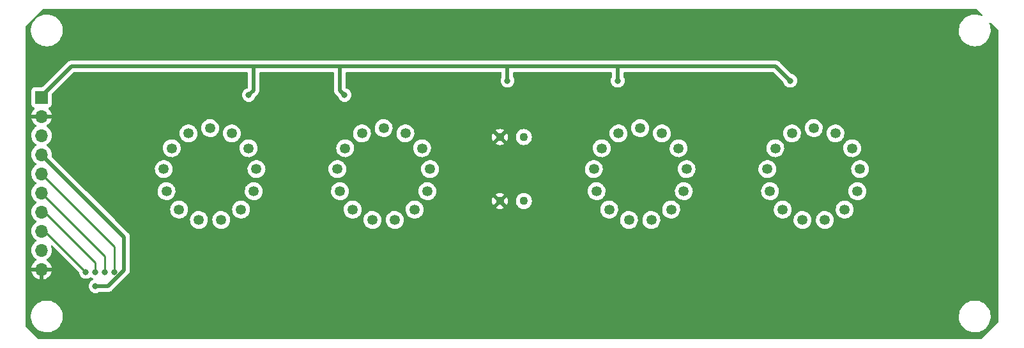
<source format=gbr>
%TF.GenerationSoftware,KiCad,Pcbnew,(6.0.2)*%
%TF.CreationDate,2023-05-21T11:07:31+01:00*%
%TF.ProjectId,Nixie Tube Interface Board,4e697869-6520-4547-9562-6520496e7465,rev?*%
%TF.SameCoordinates,Original*%
%TF.FileFunction,Copper,L1,Top*%
%TF.FilePolarity,Positive*%
%FSLAX46Y46*%
G04 Gerber Fmt 4.6, Leading zero omitted, Abs format (unit mm)*
G04 Created by KiCad (PCBNEW (6.0.2)) date 2023-05-21 11:07:31*
%MOMM*%
%LPD*%
G01*
G04 APERTURE LIST*
%TA.AperFunction,ComponentPad*%
%ADD10C,1.346200*%
%TD*%
%TA.AperFunction,ComponentPad*%
%ADD11C,1.107440*%
%TD*%
%TA.AperFunction,ComponentPad*%
%ADD12R,1.700000X1.700000*%
%TD*%
%TA.AperFunction,ComponentPad*%
%ADD13O,1.700000X1.700000*%
%TD*%
%TA.AperFunction,ViaPad*%
%ADD14C,0.800000*%
%TD*%
%TA.AperFunction,Conductor*%
%ADD15C,0.500000*%
%TD*%
%TA.AperFunction,Conductor*%
%ADD16C,0.250000*%
%TD*%
G04 APERTURE END LIST*
D10*
%TO.P,N1,0,0*%
%TO.N,unconnected-(N1-Pad0)*%
X111092700Y-88984640D03*
%TO.P,N1,1,1*%
%TO.N,N1_1*%
X100907300Y-88984640D03*
%TO.P,N1,2,2*%
%TO.N,N1_2*%
X99855740Y-91755780D03*
%TO.P,N1,3,3*%
%TO.N,unconnected-(N1-Pad3)*%
X100213880Y-94694560D03*
%TO.P,N1,4,4*%
%TO.N,unconnected-(N1-Pad4)*%
X101895360Y-97132960D03*
%TO.P,N1,5,5*%
%TO.N,unconnected-(N1-Pad5)*%
X104519180Y-98509640D03*
%TO.P,N1,6,6*%
%TO.N,unconnected-(N1-Pad6)*%
X107480820Y-98509640D03*
%TO.P,N1,7,7*%
%TO.N,unconnected-(N1-Pad7)*%
X110104640Y-97132960D03*
%TO.P,N1,8,8*%
%TO.N,unconnected-(N1-Pad8)*%
X111786120Y-94694560D03*
%TO.P,N1,9,9*%
%TO.N,unconnected-(N1-Pad9)*%
X112144260Y-91755780D03*
%TO.P,N1,A,A*%
%TO.N,Net-(N1-PadA)*%
X106000000Y-86312560D03*
%TO.P,N1,LHDP,LHDP*%
%TO.N,unconnected-(N1-PadLHDP)*%
X103124720Y-87021220D03*
%TO.P,N1,RHDP,RHDP*%
%TO.N,unconnected-(N1-PadRHDP)*%
X108875280Y-87021220D03*
%TD*%
%TO.P,N3,0,0*%
%TO.N,N3_0*%
X168092700Y-88984640D03*
%TO.P,N3,1,1*%
%TO.N,N3_5*%
X157907300Y-88984640D03*
%TO.P,N3,2,2*%
%TO.N,N3_4*%
X156855740Y-91755780D03*
%TO.P,N3,3,3*%
%TO.N,N3_3*%
X157213880Y-94694560D03*
%TO.P,N3,4,4*%
%TO.N,N3_2*%
X158895360Y-97132960D03*
%TO.P,N3,5,5*%
%TO.N,N3_1*%
X161519180Y-98509640D03*
%TO.P,N3,6,6*%
%TO.N,N3_6*%
X164480820Y-98509640D03*
%TO.P,N3,7,7*%
%TO.N,N3_7*%
X167104640Y-97132960D03*
%TO.P,N3,8,8*%
%TO.N,N3_8*%
X168786120Y-94694560D03*
%TO.P,N3,9,9*%
%TO.N,N3_9*%
X169144260Y-91755780D03*
%TO.P,N3,A,A*%
%TO.N,Net-(N3-PadA)*%
X163000000Y-86312560D03*
%TO.P,N3,LHDP,LHDP*%
%TO.N,unconnected-(N3-PadLHDP)*%
X160124720Y-87021220D03*
%TO.P,N3,RHDP,RHDP*%
%TO.N,unconnected-(N3-PadRHDP)*%
X165875280Y-87021220D03*
%TD*%
%TO.P,N4,0,0*%
%TO.N,N4_0*%
X191092700Y-88984640D03*
%TO.P,N4,1,1*%
%TO.N,N4_1*%
X180907300Y-88984640D03*
%TO.P,N4,2,2*%
%TO.N,N4_2*%
X179855740Y-91755780D03*
%TO.P,N4,3,3*%
%TO.N,N4_3*%
X180213880Y-94694560D03*
%TO.P,N4,4,4*%
%TO.N,N4_4*%
X181895360Y-97132960D03*
%TO.P,N4,5,5*%
%TO.N,N4_5*%
X184519180Y-98509640D03*
%TO.P,N4,6,6*%
%TO.N,N4_6*%
X187480820Y-98509640D03*
%TO.P,N4,7,7*%
%TO.N,N4_7*%
X190104640Y-97132960D03*
%TO.P,N4,8,8*%
%TO.N,N4_8*%
X191786120Y-94694560D03*
%TO.P,N4,9,9*%
%TO.N,N4_9*%
X192144260Y-91755780D03*
%TO.P,N4,A,A*%
%TO.N,Net-(N4-PadA)*%
X186000000Y-86312560D03*
%TO.P,N4,LHDP,LHDP*%
%TO.N,unconnected-(N4-PadLHDP)*%
X183124720Y-87021220D03*
%TO.P,N4,RHDP,RHDP*%
%TO.N,unconnected-(N4-PadRHDP)*%
X188875280Y-87021220D03*
%TD*%
D11*
%TO.P,N6,A,A*%
%TO.N,Net-(N6-PadA)*%
X147587500Y-96000000D03*
%TO.P,N6,K,K*%
%TO.N,GND*%
X144412500Y-96000000D03*
%TD*%
D10*
%TO.P,N2,0,0*%
%TO.N,N2_0*%
X134092700Y-88984640D03*
%TO.P,N2,1,1*%
%TO.N,N2_1*%
X123907300Y-88984640D03*
%TO.P,N2,2,2*%
%TO.N,N2_2*%
X122855740Y-91755780D03*
%TO.P,N2,3,3*%
%TO.N,N2_3*%
X123213880Y-94694560D03*
%TO.P,N2,4,4*%
%TO.N,N2_4*%
X124895360Y-97132960D03*
%TO.P,N2,5,5*%
%TO.N,N2_5*%
X127519180Y-98509640D03*
%TO.P,N2,6,6*%
%TO.N,N2_6*%
X130480820Y-98509640D03*
%TO.P,N2,7,7*%
%TO.N,N2_7*%
X133104640Y-97132960D03*
%TO.P,N2,8,8*%
%TO.N,N2_8*%
X134786120Y-94694560D03*
%TO.P,N2,9,9*%
%TO.N,N2_9*%
X135144260Y-91755780D03*
%TO.P,N2,A,A*%
%TO.N,Net-(N2-PadA)*%
X129000000Y-86312560D03*
%TO.P,N2,LHDP,LHDP*%
%TO.N,unconnected-(N2-PadLHDP)*%
X126124720Y-87021220D03*
%TO.P,N2,RHDP,RHDP*%
%TO.N,unconnected-(N2-PadRHDP)*%
X131875280Y-87021220D03*
%TD*%
D11*
%TO.P,N5,A,A*%
%TO.N,Net-(N5-PadA)*%
X147587500Y-87500000D03*
%TO.P,N5,K,K*%
%TO.N,GND*%
X144412500Y-87500000D03*
%TD*%
D12*
%TO.P,J1,1,Pin_1*%
%TO.N,+170VDC*%
X83660000Y-82215000D03*
D13*
%TO.P,J1,2,Pin_2*%
%TO.N,GND*%
X83660000Y-84755000D03*
%TO.P,J1,3,Pin_3*%
%TO.N,Net-(J1-Pad3)*%
X83660000Y-87295000D03*
%TO.P,J1,4,Pin_4*%
%TO.N,+12V*%
X83660000Y-89835000D03*
%TO.P,J1,5,Pin_5*%
%TO.N,Net-(J1-Pad5)*%
X83660000Y-92375000D03*
%TO.P,J1,6,Pin_6*%
%TO.N,Net-(J1-Pad6)*%
X83660000Y-94915000D03*
%TO.P,J1,7,Pin_7*%
%TO.N,Net-(J1-Pad7)*%
X83660000Y-97455000D03*
%TO.P,J1,8,Pin_8*%
%TO.N,Net-(J1-Pad8)*%
X83660000Y-99995000D03*
%TO.P,J1,9,Pin_9*%
%TO.N,Net-(J1-Pad9)*%
X83660000Y-102535000D03*
%TO.P,J1,10,Pin_10*%
%TO.N,GND*%
X83660000Y-105075000D03*
%TD*%
D14*
%TO.N,+170VDC*%
X111125000Y-81915000D03*
X123825000Y-81915000D03*
X145415000Y-80010000D03*
X160020000Y-80010000D03*
X182880000Y-80010000D03*
%TO.N,GND*%
X87630000Y-81915000D03*
%TO.N,+12V*%
X90805000Y-107315000D03*
%TO.N,Net-(J1-Pad5)*%
X93345000Y-105410000D03*
%TO.N,Net-(J1-Pad6)*%
X92075000Y-105410000D03*
%TO.N,Net-(J1-Pad7)*%
X90805000Y-105410000D03*
%TO.N,Net-(J1-Pad8)*%
X89535000Y-105410000D03*
%TD*%
D15*
%TO.N,+170VDC*%
X111760000Y-81280000D02*
X111125000Y-81915000D01*
X111760000Y-78105000D02*
X111760000Y-81280000D01*
X111125000Y-78105000D02*
X123190000Y-78105000D01*
X87630000Y-78105000D02*
X111125000Y-78105000D01*
X123190000Y-81280000D02*
X123825000Y-81915000D01*
X123190000Y-78105000D02*
X123190000Y-81280000D01*
X123190000Y-78105000D02*
X145415000Y-78105000D01*
X145415000Y-78105000D02*
X145415000Y-80010000D01*
X145415000Y-78105000D02*
X160020000Y-78105000D01*
X160020000Y-78105000D02*
X160020000Y-80010000D01*
X160020000Y-78105000D02*
X180975000Y-78105000D01*
X182245000Y-79375000D02*
X182880000Y-80010000D01*
X180975000Y-78105000D02*
X182245000Y-79375000D01*
X83660000Y-82075000D02*
X87630000Y-78105000D01*
X83660000Y-82215000D02*
X83660000Y-82075000D01*
D16*
%TO.N,Net-(J1-Pad7)*%
X90805000Y-104140000D02*
X90805000Y-105410000D01*
X84120000Y-97455000D02*
X90805000Y-104140000D01*
X83660000Y-97455000D02*
X84120000Y-97455000D01*
%TO.N,Net-(J1-Pad8)*%
X84120000Y-99995000D02*
X89535000Y-105410000D01*
X83660000Y-99995000D02*
X84120000Y-99995000D01*
D15*
%TO.N,+12V*%
X94615000Y-105164614D02*
X92464614Y-107315000D01*
X94615000Y-102870000D02*
X94615000Y-105164614D01*
X94615000Y-100790000D02*
X94615000Y-102870000D01*
X92464614Y-107315000D02*
X90805000Y-107315000D01*
X83660000Y-89835000D02*
X94615000Y-100790000D01*
D16*
%TO.N,Net-(J1-Pad5)*%
X93345000Y-103505000D02*
X93345000Y-105410000D01*
X93345000Y-102060000D02*
X93345000Y-103505000D01*
X83660000Y-92375000D02*
X93345000Y-102060000D01*
%TO.N,Net-(J1-Pad6)*%
X92075000Y-103330000D02*
X92075000Y-104140000D01*
X92075000Y-104140000D02*
X92075000Y-105410000D01*
X83660000Y-94915000D02*
X92075000Y-103330000D01*
%TD*%
%TA.AperFunction,Conductor*%
%TO.N,GND*%
G36*
X207683931Y-70528002D02*
G01*
X207704905Y-70544905D01*
X208368557Y-71208557D01*
X208402583Y-71270869D01*
X208397518Y-71341684D01*
X208354971Y-71398520D01*
X208288451Y-71423331D01*
X208220504Y-71409006D01*
X208207375Y-71402055D01*
X208072385Y-71352656D01*
X207941425Y-71304731D01*
X207941423Y-71304730D01*
X207937394Y-71303256D01*
X207656503Y-71242012D01*
X207625452Y-71239568D01*
X207433485Y-71224460D01*
X207433476Y-71224460D01*
X207431028Y-71224267D01*
X207275496Y-71224267D01*
X207273360Y-71224413D01*
X207273349Y-71224413D01*
X207065219Y-71238602D01*
X207065213Y-71238603D01*
X207060942Y-71238894D01*
X207056747Y-71239763D01*
X207056745Y-71239763D01*
X206920184Y-71268043D01*
X206779425Y-71297193D01*
X206508424Y-71393160D01*
X206252955Y-71525017D01*
X206249454Y-71527478D01*
X206249450Y-71527480D01*
X206135350Y-71607671D01*
X206017744Y-71690326D01*
X205807145Y-71886027D01*
X205625054Y-72108499D01*
X205474840Y-72353625D01*
X205473114Y-72357558D01*
X205473113Y-72357559D01*
X205464472Y-72377243D01*
X205359284Y-72616869D01*
X205280523Y-72893361D01*
X205240016Y-73177983D01*
X205239994Y-73182272D01*
X205239993Y-73182279D01*
X205238532Y-73461184D01*
X205238510Y-73465470D01*
X205276035Y-73750501D01*
X205351896Y-74027803D01*
X205464690Y-74292243D01*
X205612328Y-74538928D01*
X205792080Y-74763295D01*
X206000618Y-74961190D01*
X206234084Y-75128953D01*
X206237879Y-75130962D01*
X206237880Y-75130963D01*
X206259636Y-75142482D01*
X206488159Y-75263479D01*
X206758140Y-75362278D01*
X207039031Y-75423522D01*
X207067608Y-75425771D01*
X207262049Y-75441074D01*
X207262058Y-75441074D01*
X207264506Y-75441267D01*
X207420038Y-75441267D01*
X207422174Y-75441121D01*
X207422185Y-75441121D01*
X207630315Y-75426932D01*
X207630321Y-75426931D01*
X207634592Y-75426640D01*
X207638787Y-75425771D01*
X207638789Y-75425771D01*
X207775350Y-75397491D01*
X207916109Y-75368341D01*
X208187110Y-75272374D01*
X208442579Y-75140517D01*
X208446080Y-75138056D01*
X208446084Y-75138054D01*
X208560185Y-75057862D01*
X208677790Y-74975208D01*
X208888389Y-74779507D01*
X209070480Y-74557035D01*
X209220694Y-74311909D01*
X209336250Y-74048665D01*
X209415011Y-73772173D01*
X209455518Y-73487551D01*
X209455612Y-73469718D01*
X209457002Y-73204350D01*
X209457002Y-73204343D01*
X209457024Y-73200064D01*
X209419499Y-72915033D01*
X209343638Y-72637731D01*
X209333062Y-72612937D01*
X209261396Y-72444918D01*
X209253067Y-72374411D01*
X209284180Y-72310595D01*
X209344855Y-72273730D01*
X209415829Y-72275521D01*
X209466388Y-72306388D01*
X210455095Y-73295095D01*
X210489121Y-73357407D01*
X210492000Y-73384190D01*
X210492000Y-112035810D01*
X210471998Y-112103931D01*
X210455095Y-112124905D01*
X208316905Y-114263095D01*
X208254593Y-114297121D01*
X208227810Y-114300000D01*
X83237190Y-114300000D01*
X83169069Y-114279998D01*
X83148095Y-114263095D01*
X81550161Y-112665161D01*
X81516135Y-112602849D01*
X81513526Y-112584308D01*
X81510974Y-112545377D01*
X81512147Y-112522218D01*
X81511829Y-112522189D01*
X81512264Y-112517333D01*
X81513071Y-112512539D01*
X81513224Y-112500000D01*
X81509273Y-112472412D01*
X81508000Y-112454549D01*
X81508000Y-111465470D01*
X82238510Y-111465470D01*
X82276035Y-111750501D01*
X82351896Y-112027803D01*
X82353580Y-112031751D01*
X82384368Y-112103931D01*
X82464690Y-112292243D01*
X82476460Y-112311909D01*
X82607413Y-112530715D01*
X82612328Y-112538928D01*
X82792080Y-112763295D01*
X83000618Y-112961190D01*
X83234084Y-113128953D01*
X83237879Y-113130962D01*
X83237880Y-113130963D01*
X83259636Y-113142482D01*
X83488159Y-113263479D01*
X83758140Y-113362278D01*
X84039031Y-113423522D01*
X84067608Y-113425771D01*
X84262049Y-113441074D01*
X84262058Y-113441074D01*
X84264506Y-113441267D01*
X84420038Y-113441267D01*
X84422174Y-113441121D01*
X84422185Y-113441121D01*
X84630315Y-113426932D01*
X84630321Y-113426931D01*
X84634592Y-113426640D01*
X84638787Y-113425771D01*
X84638789Y-113425771D01*
X84775351Y-113397490D01*
X84916109Y-113368341D01*
X85187110Y-113272374D01*
X85442579Y-113140517D01*
X85446080Y-113138056D01*
X85446084Y-113138054D01*
X85560185Y-113057862D01*
X85677790Y-112975208D01*
X85756170Y-112902373D01*
X85885246Y-112782428D01*
X85885248Y-112782425D01*
X85888389Y-112779507D01*
X86070480Y-112557035D01*
X86220694Y-112311909D01*
X86336250Y-112048665D01*
X86415011Y-111772173D01*
X86455518Y-111487551D01*
X86455612Y-111469718D01*
X86455634Y-111465470D01*
X205238510Y-111465470D01*
X205276035Y-111750501D01*
X205351896Y-112027803D01*
X205353580Y-112031751D01*
X205384368Y-112103931D01*
X205464690Y-112292243D01*
X205476460Y-112311909D01*
X205607413Y-112530715D01*
X205612328Y-112538928D01*
X205792080Y-112763295D01*
X206000618Y-112961190D01*
X206234084Y-113128953D01*
X206237879Y-113130962D01*
X206237880Y-113130963D01*
X206259636Y-113142482D01*
X206488159Y-113263479D01*
X206758140Y-113362278D01*
X207039031Y-113423522D01*
X207067608Y-113425771D01*
X207262049Y-113441074D01*
X207262058Y-113441074D01*
X207264506Y-113441267D01*
X207420038Y-113441267D01*
X207422174Y-113441121D01*
X207422185Y-113441121D01*
X207630315Y-113426932D01*
X207630321Y-113426931D01*
X207634592Y-113426640D01*
X207638787Y-113425771D01*
X207638789Y-113425771D01*
X207775351Y-113397490D01*
X207916109Y-113368341D01*
X208187110Y-113272374D01*
X208442579Y-113140517D01*
X208446080Y-113138056D01*
X208446084Y-113138054D01*
X208560185Y-113057862D01*
X208677790Y-112975208D01*
X208756170Y-112902373D01*
X208885246Y-112782428D01*
X208885248Y-112782425D01*
X208888389Y-112779507D01*
X209070480Y-112557035D01*
X209220694Y-112311909D01*
X209336250Y-112048665D01*
X209415011Y-111772173D01*
X209455518Y-111487551D01*
X209455612Y-111469718D01*
X209457002Y-111204350D01*
X209457002Y-111204343D01*
X209457024Y-111200064D01*
X209419499Y-110915033D01*
X209343638Y-110637731D01*
X209230844Y-110373291D01*
X209083206Y-110126606D01*
X208903454Y-109902239D01*
X208694916Y-109704344D01*
X208461450Y-109536581D01*
X208439610Y-109525017D01*
X208416421Y-109512739D01*
X208207375Y-109402055D01*
X207937394Y-109303256D01*
X207656503Y-109242012D01*
X207625452Y-109239568D01*
X207433485Y-109224460D01*
X207433476Y-109224460D01*
X207431028Y-109224267D01*
X207275496Y-109224267D01*
X207273360Y-109224413D01*
X207273349Y-109224413D01*
X207065219Y-109238602D01*
X207065213Y-109238603D01*
X207060942Y-109238894D01*
X207056747Y-109239763D01*
X207056745Y-109239763D01*
X206920184Y-109268043D01*
X206779425Y-109297193D01*
X206508424Y-109393160D01*
X206252955Y-109525017D01*
X206249454Y-109527478D01*
X206249450Y-109527480D01*
X206239361Y-109534571D01*
X206017744Y-109690326D01*
X205807145Y-109886027D01*
X205625054Y-110108499D01*
X205474840Y-110353625D01*
X205359284Y-110616869D01*
X205280523Y-110893361D01*
X205240016Y-111177983D01*
X205239994Y-111182272D01*
X205239993Y-111182279D01*
X205238532Y-111461184D01*
X205238510Y-111465470D01*
X86455634Y-111465470D01*
X86457002Y-111204350D01*
X86457002Y-111204343D01*
X86457024Y-111200064D01*
X86419499Y-110915033D01*
X86343638Y-110637731D01*
X86230844Y-110373291D01*
X86083206Y-110126606D01*
X85903454Y-109902239D01*
X85694916Y-109704344D01*
X85461450Y-109536581D01*
X85439610Y-109525017D01*
X85416421Y-109512739D01*
X85207375Y-109402055D01*
X84937394Y-109303256D01*
X84656503Y-109242012D01*
X84625452Y-109239568D01*
X84433485Y-109224460D01*
X84433476Y-109224460D01*
X84431028Y-109224267D01*
X84275496Y-109224267D01*
X84273360Y-109224413D01*
X84273349Y-109224413D01*
X84065219Y-109238602D01*
X84065213Y-109238603D01*
X84060942Y-109238894D01*
X84056747Y-109239763D01*
X84056745Y-109239763D01*
X83920184Y-109268043D01*
X83779425Y-109297193D01*
X83508424Y-109393160D01*
X83252955Y-109525017D01*
X83249454Y-109527478D01*
X83249450Y-109527480D01*
X83239361Y-109534571D01*
X83017744Y-109690326D01*
X82807145Y-109886027D01*
X82625054Y-110108499D01*
X82474840Y-110353625D01*
X82359284Y-110616869D01*
X82280523Y-110893361D01*
X82240016Y-111177983D01*
X82239994Y-111182272D01*
X82239993Y-111182279D01*
X82238532Y-111461184D01*
X82238510Y-111465470D01*
X81508000Y-111465470D01*
X81508000Y-105342966D01*
X82328257Y-105342966D01*
X82358565Y-105477446D01*
X82361645Y-105487275D01*
X82441770Y-105684603D01*
X82446413Y-105693794D01*
X82557694Y-105875388D01*
X82563777Y-105883699D01*
X82703213Y-106044667D01*
X82710580Y-106051883D01*
X82874434Y-106187916D01*
X82882881Y-106193831D01*
X83066756Y-106301279D01*
X83076042Y-106305729D01*
X83275001Y-106381703D01*
X83284899Y-106384579D01*
X83388250Y-106405606D01*
X83402299Y-106404410D01*
X83406000Y-106394065D01*
X83406000Y-106393517D01*
X83914000Y-106393517D01*
X83918064Y-106407359D01*
X83931478Y-106409393D01*
X83938184Y-106408534D01*
X83948262Y-106406392D01*
X84152255Y-106345191D01*
X84161842Y-106341433D01*
X84353095Y-106247739D01*
X84361945Y-106242464D01*
X84535328Y-106118792D01*
X84543200Y-106112139D01*
X84694052Y-105961812D01*
X84700730Y-105953965D01*
X84825003Y-105781020D01*
X84830313Y-105772183D01*
X84924670Y-105581267D01*
X84928469Y-105571672D01*
X84990377Y-105367910D01*
X84992555Y-105357837D01*
X84993986Y-105346962D01*
X84991775Y-105332778D01*
X84978617Y-105329000D01*
X83932115Y-105329000D01*
X83916876Y-105333475D01*
X83915671Y-105334865D01*
X83914000Y-105342548D01*
X83914000Y-106393517D01*
X83406000Y-106393517D01*
X83406000Y-105347115D01*
X83401525Y-105331876D01*
X83400135Y-105330671D01*
X83392452Y-105329000D01*
X82343225Y-105329000D01*
X82329694Y-105332973D01*
X82328257Y-105342966D01*
X81508000Y-105342966D01*
X81508000Y-102501695D01*
X82297251Y-102501695D01*
X82297548Y-102506848D01*
X82297548Y-102506851D01*
X82303011Y-102601590D01*
X82310110Y-102724715D01*
X82311247Y-102729761D01*
X82311248Y-102729767D01*
X82331119Y-102817939D01*
X82359222Y-102942639D01*
X82443266Y-103149616D01*
X82559987Y-103340088D01*
X82706250Y-103508938D01*
X82878126Y-103651632D01*
X82911139Y-103670923D01*
X82951955Y-103694774D01*
X83000679Y-103746412D01*
X83013750Y-103816195D01*
X82987019Y-103881967D01*
X82946562Y-103915327D01*
X82938457Y-103919546D01*
X82929738Y-103925036D01*
X82759433Y-104052905D01*
X82751726Y-104059748D01*
X82604590Y-104213717D01*
X82598104Y-104221727D01*
X82478098Y-104397649D01*
X82473000Y-104406623D01*
X82383338Y-104599783D01*
X82379775Y-104609470D01*
X82324389Y-104809183D01*
X82325912Y-104817607D01*
X82338292Y-104821000D01*
X84978344Y-104821000D01*
X84991875Y-104817027D01*
X84993180Y-104807947D01*
X84951214Y-104640875D01*
X84947894Y-104631124D01*
X84862972Y-104435814D01*
X84858105Y-104426739D01*
X84742426Y-104247926D01*
X84736136Y-104239757D01*
X84592806Y-104082240D01*
X84585273Y-104075215D01*
X84418139Y-103943222D01*
X84409556Y-103937520D01*
X84372602Y-103917120D01*
X84322631Y-103866687D01*
X84307859Y-103797245D01*
X84332975Y-103730839D01*
X84360327Y-103704232D01*
X84383797Y-103687491D01*
X84539860Y-103576173D01*
X84698096Y-103418489D01*
X84757594Y-103335689D01*
X84825435Y-103241277D01*
X84828453Y-103237077D01*
X84831897Y-103230110D01*
X84925136Y-103041453D01*
X84925137Y-103041451D01*
X84927430Y-103036811D01*
X84992370Y-102823069D01*
X85021529Y-102601590D01*
X85023156Y-102535000D01*
X85004852Y-102312361D01*
X84950431Y-102095702D01*
X84927054Y-102041938D01*
X84918234Y-101971494D01*
X84948901Y-101907462D01*
X85009317Y-101870174D01*
X85080302Y-101871470D01*
X85131699Y-101902603D01*
X88587878Y-105358782D01*
X88621904Y-105421094D01*
X88624093Y-105434707D01*
X88639497Y-105581267D01*
X88641458Y-105599928D01*
X88700473Y-105781556D01*
X88795960Y-105946944D01*
X88923747Y-106088866D01*
X89078248Y-106201118D01*
X89084276Y-106203802D01*
X89084278Y-106203803D01*
X89182961Y-106247739D01*
X89252712Y-106278794D01*
X89330799Y-106295392D01*
X89433056Y-106317128D01*
X89433061Y-106317128D01*
X89439513Y-106318500D01*
X89630487Y-106318500D01*
X89636939Y-106317128D01*
X89636944Y-106317128D01*
X89739201Y-106295392D01*
X89817288Y-106278794D01*
X89887039Y-106247739D01*
X89985722Y-106203803D01*
X89985724Y-106203802D01*
X89991752Y-106201118D01*
X90095940Y-106125421D01*
X90162806Y-106101563D01*
X90231958Y-106117643D01*
X90244056Y-106125418D01*
X90348248Y-106201118D01*
X90354276Y-106203802D01*
X90354278Y-106203803D01*
X90452184Y-106247393D01*
X90506279Y-106293373D01*
X90526929Y-106361300D01*
X90507577Y-106429608D01*
X90452184Y-106477607D01*
X90354278Y-106521197D01*
X90354276Y-106521198D01*
X90348248Y-106523882D01*
X90342907Y-106527762D01*
X90342906Y-106527763D01*
X90338440Y-106531008D01*
X90193747Y-106636134D01*
X90065960Y-106778056D01*
X89970473Y-106943444D01*
X89911458Y-107125072D01*
X89891496Y-107315000D01*
X89911458Y-107504928D01*
X89970473Y-107686556D01*
X90065960Y-107851944D01*
X90070378Y-107856851D01*
X90070379Y-107856852D01*
X90161286Y-107957814D01*
X90193747Y-107993866D01*
X90246025Y-108031848D01*
X90342904Y-108102235D01*
X90348248Y-108106118D01*
X90354276Y-108108802D01*
X90354278Y-108108803D01*
X90516681Y-108181109D01*
X90522712Y-108183794D01*
X90616112Y-108203647D01*
X90703056Y-108222128D01*
X90703061Y-108222128D01*
X90709513Y-108223500D01*
X90900487Y-108223500D01*
X90906939Y-108222128D01*
X90906944Y-108222128D01*
X90993888Y-108203647D01*
X91087288Y-108183794D01*
X91093319Y-108181109D01*
X91255722Y-108108803D01*
X91255724Y-108108802D01*
X91261752Y-108106118D01*
X91267091Y-108102239D01*
X91267098Y-108102235D01*
X91273528Y-108097563D01*
X91347587Y-108073500D01*
X92397544Y-108073500D01*
X92416494Y-108074933D01*
X92430729Y-108077099D01*
X92430733Y-108077099D01*
X92437963Y-108078199D01*
X92445255Y-108077606D01*
X92445258Y-108077606D01*
X92490632Y-108073915D01*
X92500847Y-108073500D01*
X92508907Y-108073500D01*
X92522197Y-108071951D01*
X92537121Y-108070211D01*
X92541496Y-108069778D01*
X92606953Y-108064454D01*
X92606956Y-108064453D01*
X92614251Y-108063860D01*
X92621215Y-108061604D01*
X92627174Y-108060413D01*
X92633029Y-108059029D01*
X92640295Y-108058182D01*
X92708941Y-108033265D01*
X92713069Y-108031848D01*
X92775550Y-108011607D01*
X92775552Y-108011606D01*
X92782513Y-108009351D01*
X92788768Y-108005555D01*
X92794242Y-108003049D01*
X92799672Y-108000330D01*
X92806551Y-107997833D01*
X92867590Y-107957814D01*
X92871294Y-107955477D01*
X92933721Y-107917595D01*
X92942098Y-107910197D01*
X92942122Y-107910224D01*
X92945114Y-107907571D01*
X92948347Y-107904868D01*
X92954466Y-107900856D01*
X93007742Y-107844617D01*
X93010120Y-107842175D01*
X95103911Y-105748384D01*
X95118323Y-105735998D01*
X95129918Y-105727465D01*
X95129923Y-105727460D01*
X95135818Y-105723122D01*
X95140557Y-105717544D01*
X95140560Y-105717541D01*
X95170035Y-105682846D01*
X95176965Y-105675330D01*
X95182660Y-105669635D01*
X95200281Y-105647363D01*
X95203072Y-105643959D01*
X95245591Y-105593911D01*
X95245592Y-105593909D01*
X95250333Y-105588329D01*
X95253661Y-105581813D01*
X95257028Y-105576764D01*
X95260195Y-105571635D01*
X95264734Y-105565898D01*
X95295655Y-105499739D01*
X95297561Y-105495839D01*
X95306953Y-105477446D01*
X95330769Y-105430806D01*
X95332508Y-105423698D01*
X95334607Y-105418055D01*
X95336524Y-105412292D01*
X95339622Y-105405664D01*
X95354487Y-105334197D01*
X95355457Y-105329913D01*
X95371473Y-105264459D01*
X95372808Y-105259004D01*
X95373500Y-105247850D01*
X95373536Y-105247852D01*
X95373775Y-105243859D01*
X95374149Y-105239667D01*
X95375640Y-105232499D01*
X95373546Y-105155093D01*
X95373500Y-105151686D01*
X95373500Y-100857070D01*
X95374933Y-100838120D01*
X95377099Y-100823885D01*
X95377099Y-100823881D01*
X95378199Y-100816651D01*
X95373915Y-100763982D01*
X95373500Y-100753767D01*
X95373500Y-100745707D01*
X95370209Y-100717480D01*
X95369778Y-100713121D01*
X95364454Y-100647662D01*
X95364453Y-100647659D01*
X95363860Y-100640364D01*
X95361604Y-100633400D01*
X95360417Y-100627461D01*
X95359030Y-100621590D01*
X95358182Y-100614319D01*
X95355686Y-100607443D01*
X95355684Y-100607434D01*
X95333275Y-100545702D01*
X95331865Y-100541598D01*
X95309352Y-100472101D01*
X95305556Y-100465846D01*
X95303057Y-100460387D01*
X95300329Y-100454939D01*
X95297833Y-100448063D01*
X95257805Y-100387010D01*
X95255481Y-100383327D01*
X95220500Y-100325680D01*
X95220499Y-100325679D01*
X95217595Y-100320893D01*
X95210198Y-100312517D01*
X95210225Y-100312493D01*
X95207570Y-100309499D01*
X95204868Y-100306268D01*
X95200856Y-100300148D01*
X95144617Y-100246872D01*
X95142175Y-100244494D01*
X93376258Y-98478577D01*
X103332925Y-98478577D01*
X103347128Y-98695275D01*
X103400583Y-98905756D01*
X103491501Y-99102971D01*
X103616835Y-99280315D01*
X103772389Y-99431850D01*
X103777185Y-99435055D01*
X103777188Y-99435057D01*
X103903732Y-99519610D01*
X103952954Y-99552499D01*
X103958257Y-99554777D01*
X103958260Y-99554779D01*
X104053199Y-99595568D01*
X104152481Y-99638223D01*
X104229801Y-99655719D01*
X104358653Y-99684875D01*
X104358658Y-99684876D01*
X104364290Y-99686150D01*
X104370061Y-99686377D01*
X104370063Y-99686377D01*
X104435413Y-99688945D01*
X104581285Y-99694676D01*
X104688743Y-99679095D01*
X104790487Y-99664343D01*
X104790492Y-99664342D01*
X104796201Y-99663514D01*
X104801665Y-99661659D01*
X104801670Y-99661658D01*
X104996367Y-99595568D01*
X104996372Y-99595566D01*
X105001839Y-99593710D01*
X105069707Y-99555702D01*
X105186266Y-99490426D01*
X105186270Y-99490423D01*
X105191313Y-99487599D01*
X105358277Y-99348737D01*
X105497139Y-99181773D01*
X105499963Y-99176730D01*
X105499966Y-99176726D01*
X105600426Y-98997342D01*
X105600427Y-98997340D01*
X105603250Y-98992299D01*
X105605106Y-98986832D01*
X105605108Y-98986827D01*
X105671198Y-98792130D01*
X105671199Y-98792125D01*
X105673054Y-98786661D01*
X105678133Y-98751638D01*
X105703683Y-98575419D01*
X105704216Y-98571745D01*
X105705842Y-98509640D01*
X105702988Y-98478577D01*
X106294565Y-98478577D01*
X106308768Y-98695275D01*
X106362223Y-98905756D01*
X106453141Y-99102971D01*
X106578475Y-99280315D01*
X106734029Y-99431850D01*
X106738825Y-99435055D01*
X106738828Y-99435057D01*
X106865372Y-99519610D01*
X106914594Y-99552499D01*
X106919897Y-99554777D01*
X106919900Y-99554779D01*
X107014839Y-99595568D01*
X107114121Y-99638223D01*
X107191441Y-99655719D01*
X107320293Y-99684875D01*
X107320298Y-99684876D01*
X107325930Y-99686150D01*
X107331701Y-99686377D01*
X107331703Y-99686377D01*
X107397053Y-99688945D01*
X107542925Y-99694676D01*
X107650383Y-99679095D01*
X107752127Y-99664343D01*
X107752132Y-99664342D01*
X107757841Y-99663514D01*
X107763305Y-99661659D01*
X107763310Y-99661658D01*
X107958007Y-99595568D01*
X107958012Y-99595566D01*
X107963479Y-99593710D01*
X108031347Y-99555702D01*
X108147906Y-99490426D01*
X108147910Y-99490423D01*
X108152953Y-99487599D01*
X108319917Y-99348737D01*
X108458779Y-99181773D01*
X108461603Y-99176730D01*
X108461606Y-99176726D01*
X108562066Y-98997342D01*
X108562067Y-98997340D01*
X108564890Y-98992299D01*
X108566746Y-98986832D01*
X108566748Y-98986827D01*
X108632838Y-98792130D01*
X108632839Y-98792125D01*
X108634694Y-98786661D01*
X108639773Y-98751638D01*
X108665323Y-98575419D01*
X108665856Y-98571745D01*
X108667482Y-98509640D01*
X108664628Y-98478577D01*
X126332925Y-98478577D01*
X126347128Y-98695275D01*
X126400583Y-98905756D01*
X126491501Y-99102971D01*
X126616835Y-99280315D01*
X126772389Y-99431850D01*
X126777185Y-99435055D01*
X126777188Y-99435057D01*
X126903732Y-99519610D01*
X126952954Y-99552499D01*
X126958257Y-99554777D01*
X126958260Y-99554779D01*
X127053199Y-99595568D01*
X127152481Y-99638223D01*
X127229801Y-99655719D01*
X127358653Y-99684875D01*
X127358658Y-99684876D01*
X127364290Y-99686150D01*
X127370061Y-99686377D01*
X127370063Y-99686377D01*
X127435413Y-99688945D01*
X127581285Y-99694676D01*
X127688743Y-99679095D01*
X127790487Y-99664343D01*
X127790492Y-99664342D01*
X127796201Y-99663514D01*
X127801665Y-99661659D01*
X127801670Y-99661658D01*
X127996367Y-99595568D01*
X127996372Y-99595566D01*
X128001839Y-99593710D01*
X128069707Y-99555702D01*
X128186266Y-99490426D01*
X128186270Y-99490423D01*
X128191313Y-99487599D01*
X128358277Y-99348737D01*
X128497139Y-99181773D01*
X128499963Y-99176730D01*
X128499966Y-99176726D01*
X128600426Y-98997342D01*
X128600427Y-98997340D01*
X128603250Y-98992299D01*
X128605106Y-98986832D01*
X128605108Y-98986827D01*
X128671198Y-98792130D01*
X128671199Y-98792125D01*
X128673054Y-98786661D01*
X128678133Y-98751638D01*
X128703683Y-98575419D01*
X128704216Y-98571745D01*
X128705842Y-98509640D01*
X128702988Y-98478577D01*
X129294565Y-98478577D01*
X129308768Y-98695275D01*
X129362223Y-98905756D01*
X129453141Y-99102971D01*
X129578475Y-99280315D01*
X129734029Y-99431850D01*
X129738825Y-99435055D01*
X129738828Y-99435057D01*
X129865372Y-99519610D01*
X129914594Y-99552499D01*
X129919897Y-99554777D01*
X129919900Y-99554779D01*
X130014839Y-99595568D01*
X130114121Y-99638223D01*
X130191441Y-99655719D01*
X130320293Y-99684875D01*
X130320298Y-99684876D01*
X130325930Y-99686150D01*
X130331701Y-99686377D01*
X130331703Y-99686377D01*
X130397053Y-99688945D01*
X130542925Y-99694676D01*
X130650383Y-99679095D01*
X130752127Y-99664343D01*
X130752132Y-99664342D01*
X130757841Y-99663514D01*
X130763305Y-99661659D01*
X130763310Y-99661658D01*
X130958007Y-99595568D01*
X130958012Y-99595566D01*
X130963479Y-99593710D01*
X131031347Y-99555702D01*
X131147906Y-99490426D01*
X131147910Y-99490423D01*
X131152953Y-99487599D01*
X131319917Y-99348737D01*
X131458779Y-99181773D01*
X131461603Y-99176730D01*
X131461606Y-99176726D01*
X131562066Y-98997342D01*
X131562067Y-98997340D01*
X131564890Y-98992299D01*
X131566746Y-98986832D01*
X131566748Y-98986827D01*
X131632838Y-98792130D01*
X131632839Y-98792125D01*
X131634694Y-98786661D01*
X131639773Y-98751638D01*
X131665323Y-98575419D01*
X131665856Y-98571745D01*
X131667482Y-98509640D01*
X131664628Y-98478577D01*
X160332925Y-98478577D01*
X160347128Y-98695275D01*
X160400583Y-98905756D01*
X160491501Y-99102971D01*
X160616835Y-99280315D01*
X160772389Y-99431850D01*
X160777185Y-99435055D01*
X160777188Y-99435057D01*
X160903732Y-99519610D01*
X160952954Y-99552499D01*
X160958257Y-99554777D01*
X160958260Y-99554779D01*
X161053199Y-99595568D01*
X161152481Y-99638223D01*
X161229801Y-99655719D01*
X161358653Y-99684875D01*
X161358658Y-99684876D01*
X161364290Y-99686150D01*
X161370061Y-99686377D01*
X161370063Y-99686377D01*
X161435413Y-99688945D01*
X161581285Y-99694676D01*
X161688743Y-99679095D01*
X161790487Y-99664343D01*
X161790492Y-99664342D01*
X161796201Y-99663514D01*
X161801665Y-99661659D01*
X161801670Y-99661658D01*
X161996367Y-99595568D01*
X161996372Y-99595566D01*
X162001839Y-99593710D01*
X162069707Y-99555702D01*
X162186266Y-99490426D01*
X162186270Y-99490423D01*
X162191313Y-99487599D01*
X162358277Y-99348737D01*
X162497139Y-99181773D01*
X162499963Y-99176730D01*
X162499966Y-99176726D01*
X162600426Y-98997342D01*
X162600427Y-98997340D01*
X162603250Y-98992299D01*
X162605106Y-98986832D01*
X162605108Y-98986827D01*
X162671198Y-98792130D01*
X162671199Y-98792125D01*
X162673054Y-98786661D01*
X162678133Y-98751638D01*
X162703683Y-98575419D01*
X162704216Y-98571745D01*
X162705842Y-98509640D01*
X162702988Y-98478577D01*
X163294565Y-98478577D01*
X163308768Y-98695275D01*
X163362223Y-98905756D01*
X163453141Y-99102971D01*
X163578475Y-99280315D01*
X163734029Y-99431850D01*
X163738825Y-99435055D01*
X163738828Y-99435057D01*
X163865372Y-99519610D01*
X163914594Y-99552499D01*
X163919897Y-99554777D01*
X163919900Y-99554779D01*
X164014839Y-99595568D01*
X164114121Y-99638223D01*
X164191441Y-99655719D01*
X164320293Y-99684875D01*
X164320298Y-99684876D01*
X164325930Y-99686150D01*
X164331701Y-99686377D01*
X164331703Y-99686377D01*
X164397053Y-99688945D01*
X164542925Y-99694676D01*
X164650383Y-99679095D01*
X164752127Y-99664343D01*
X164752132Y-99664342D01*
X164757841Y-99663514D01*
X164763305Y-99661659D01*
X164763310Y-99661658D01*
X164958007Y-99595568D01*
X164958012Y-99595566D01*
X164963479Y-99593710D01*
X165031347Y-99555702D01*
X165147906Y-99490426D01*
X165147910Y-99490423D01*
X165152953Y-99487599D01*
X165319917Y-99348737D01*
X165458779Y-99181773D01*
X165461603Y-99176730D01*
X165461606Y-99176726D01*
X165562066Y-98997342D01*
X165562067Y-98997340D01*
X165564890Y-98992299D01*
X165566746Y-98986832D01*
X165566748Y-98986827D01*
X165632838Y-98792130D01*
X165632839Y-98792125D01*
X165634694Y-98786661D01*
X165639773Y-98751638D01*
X165665323Y-98575419D01*
X165665856Y-98571745D01*
X165667482Y-98509640D01*
X165664628Y-98478577D01*
X183332925Y-98478577D01*
X183347128Y-98695275D01*
X183400583Y-98905756D01*
X183491501Y-99102971D01*
X183616835Y-99280315D01*
X183772389Y-99431850D01*
X183777185Y-99435055D01*
X183777188Y-99435057D01*
X183903732Y-99519610D01*
X183952954Y-99552499D01*
X183958257Y-99554777D01*
X183958260Y-99554779D01*
X184053199Y-99595568D01*
X184152481Y-99638223D01*
X184229801Y-99655719D01*
X184358653Y-99684875D01*
X184358658Y-99684876D01*
X184364290Y-99686150D01*
X184370061Y-99686377D01*
X184370063Y-99686377D01*
X184435413Y-99688945D01*
X184581285Y-99694676D01*
X184688743Y-99679095D01*
X184790487Y-99664343D01*
X184790492Y-99664342D01*
X184796201Y-99663514D01*
X184801665Y-99661659D01*
X184801670Y-99661658D01*
X184996367Y-99595568D01*
X184996372Y-99595566D01*
X185001839Y-99593710D01*
X185069707Y-99555702D01*
X185186266Y-99490426D01*
X185186270Y-99490423D01*
X185191313Y-99487599D01*
X185358277Y-99348737D01*
X185497139Y-99181773D01*
X185499963Y-99176730D01*
X185499966Y-99176726D01*
X185600426Y-98997342D01*
X185600427Y-98997340D01*
X185603250Y-98992299D01*
X185605106Y-98986832D01*
X185605108Y-98986827D01*
X185671198Y-98792130D01*
X185671199Y-98792125D01*
X185673054Y-98786661D01*
X185678133Y-98751638D01*
X185703683Y-98575419D01*
X185704216Y-98571745D01*
X185705842Y-98509640D01*
X185702988Y-98478577D01*
X186294565Y-98478577D01*
X186308768Y-98695275D01*
X186362223Y-98905756D01*
X186453141Y-99102971D01*
X186578475Y-99280315D01*
X186734029Y-99431850D01*
X186738825Y-99435055D01*
X186738828Y-99435057D01*
X186865372Y-99519610D01*
X186914594Y-99552499D01*
X186919897Y-99554777D01*
X186919900Y-99554779D01*
X187014839Y-99595568D01*
X187114121Y-99638223D01*
X187191441Y-99655719D01*
X187320293Y-99684875D01*
X187320298Y-99684876D01*
X187325930Y-99686150D01*
X187331701Y-99686377D01*
X187331703Y-99686377D01*
X187397053Y-99688945D01*
X187542925Y-99694676D01*
X187650383Y-99679095D01*
X187752127Y-99664343D01*
X187752132Y-99664342D01*
X187757841Y-99663514D01*
X187763305Y-99661659D01*
X187763310Y-99661658D01*
X187958007Y-99595568D01*
X187958012Y-99595566D01*
X187963479Y-99593710D01*
X188031347Y-99555702D01*
X188147906Y-99490426D01*
X188147910Y-99490423D01*
X188152953Y-99487599D01*
X188319917Y-99348737D01*
X188458779Y-99181773D01*
X188461603Y-99176730D01*
X188461606Y-99176726D01*
X188562066Y-98997342D01*
X188562067Y-98997340D01*
X188564890Y-98992299D01*
X188566746Y-98986832D01*
X188566748Y-98986827D01*
X188632838Y-98792130D01*
X188632839Y-98792125D01*
X188634694Y-98786661D01*
X188639773Y-98751638D01*
X188665323Y-98575419D01*
X188665856Y-98571745D01*
X188667482Y-98509640D01*
X188649872Y-98317996D01*
X188648140Y-98299142D01*
X188648139Y-98299139D01*
X188647611Y-98293388D01*
X188645997Y-98287663D01*
X188590232Y-98089937D01*
X188590231Y-98089935D01*
X188588664Y-98084378D01*
X188581385Y-98069616D01*
X188495171Y-97894792D01*
X188492616Y-97889611D01*
X188432824Y-97809539D01*
X188366135Y-97720232D01*
X188366134Y-97720231D01*
X188362682Y-97715608D01*
X188333886Y-97688989D01*
X188207455Y-97572118D01*
X188207453Y-97572116D01*
X188203214Y-97568198D01*
X188019553Y-97452316D01*
X187817850Y-97371845D01*
X187812190Y-97370719D01*
X187812186Y-97370718D01*
X187610528Y-97330606D01*
X187610523Y-97330606D01*
X187604860Y-97329479D01*
X187599085Y-97329403D01*
X187599081Y-97329403D01*
X187489935Y-97327974D01*
X187387716Y-97326636D01*
X187382019Y-97327615D01*
X187382018Y-97327615D01*
X187179379Y-97362435D01*
X187179376Y-97362436D01*
X187173689Y-97363413D01*
X186969949Y-97438576D01*
X186942343Y-97455000D01*
X186788286Y-97546654D01*
X186788283Y-97546656D01*
X186783318Y-97549610D01*
X186778978Y-97553416D01*
X186778974Y-97553419D01*
X186674872Y-97644715D01*
X186620046Y-97692796D01*
X186616471Y-97697331D01*
X186616470Y-97697332D01*
X186598417Y-97720232D01*
X186485602Y-97863338D01*
X186482913Y-97868449D01*
X186482911Y-97868452D01*
X186387179Y-98050406D01*
X186387176Y-98050413D01*
X186384487Y-98055524D01*
X186320089Y-98262919D01*
X186294565Y-98478577D01*
X185702988Y-98478577D01*
X185688232Y-98317996D01*
X185686500Y-98299142D01*
X185686499Y-98299139D01*
X185685971Y-98293388D01*
X185684357Y-98287663D01*
X185628592Y-98089937D01*
X185628591Y-98089935D01*
X185627024Y-98084378D01*
X185619745Y-98069616D01*
X185533531Y-97894792D01*
X185530976Y-97889611D01*
X185471184Y-97809539D01*
X185404495Y-97720232D01*
X185404494Y-97720231D01*
X185401042Y-97715608D01*
X185372246Y-97688989D01*
X185245815Y-97572118D01*
X185245813Y-97572116D01*
X185241574Y-97568198D01*
X185057913Y-97452316D01*
X184856210Y-97371845D01*
X184850550Y-97370719D01*
X184850546Y-97370718D01*
X184648888Y-97330606D01*
X184648883Y-97330606D01*
X184643220Y-97329479D01*
X184637445Y-97329403D01*
X184637441Y-97329403D01*
X184528295Y-97327974D01*
X184426076Y-97326636D01*
X184420379Y-97327615D01*
X184420378Y-97327615D01*
X184217739Y-97362435D01*
X184217736Y-97362436D01*
X184212049Y-97363413D01*
X184008309Y-97438576D01*
X183980703Y-97455000D01*
X183826646Y-97546654D01*
X183826643Y-97546656D01*
X183821678Y-97549610D01*
X183817338Y-97553416D01*
X183817334Y-97553419D01*
X183713232Y-97644715D01*
X183658406Y-97692796D01*
X183654831Y-97697331D01*
X183654830Y-97697332D01*
X183636777Y-97720232D01*
X183523962Y-97863338D01*
X183521273Y-97868449D01*
X183521271Y-97868452D01*
X183425539Y-98050406D01*
X183425536Y-98050413D01*
X183422847Y-98055524D01*
X183358449Y-98262919D01*
X183332925Y-98478577D01*
X165664628Y-98478577D01*
X165649872Y-98317996D01*
X165648140Y-98299142D01*
X165648139Y-98299139D01*
X165647611Y-98293388D01*
X165645997Y-98287663D01*
X165590232Y-98089937D01*
X165590231Y-98089935D01*
X165588664Y-98084378D01*
X165581385Y-98069616D01*
X165495171Y-97894792D01*
X165492616Y-97889611D01*
X165432824Y-97809539D01*
X165366135Y-97720232D01*
X165366134Y-97720231D01*
X165362682Y-97715608D01*
X165333886Y-97688989D01*
X165207455Y-97572118D01*
X165207453Y-97572116D01*
X165203214Y-97568198D01*
X165019553Y-97452316D01*
X164817850Y-97371845D01*
X164812190Y-97370719D01*
X164812186Y-97370718D01*
X164610528Y-97330606D01*
X164610523Y-97330606D01*
X164604860Y-97329479D01*
X164599085Y-97329403D01*
X164599081Y-97329403D01*
X164489935Y-97327974D01*
X164387716Y-97326636D01*
X164382019Y-97327615D01*
X164382018Y-97327615D01*
X164179379Y-97362435D01*
X164179376Y-97362436D01*
X164173689Y-97363413D01*
X163969949Y-97438576D01*
X163942343Y-97455000D01*
X163788286Y-97546654D01*
X163788283Y-97546656D01*
X163783318Y-97549610D01*
X163778978Y-97553416D01*
X163778974Y-97553419D01*
X163674872Y-97644715D01*
X163620046Y-97692796D01*
X163616471Y-97697331D01*
X163616470Y-97697332D01*
X163598417Y-97720232D01*
X163485602Y-97863338D01*
X163482913Y-97868449D01*
X163482911Y-97868452D01*
X163387179Y-98050406D01*
X163387176Y-98050413D01*
X163384487Y-98055524D01*
X163320089Y-98262919D01*
X163294565Y-98478577D01*
X162702988Y-98478577D01*
X162688232Y-98317996D01*
X162686500Y-98299142D01*
X162686499Y-98299139D01*
X162685971Y-98293388D01*
X162684357Y-98287663D01*
X162628592Y-98089937D01*
X162628591Y-98089935D01*
X162627024Y-98084378D01*
X162619745Y-98069616D01*
X162533531Y-97894792D01*
X162530976Y-97889611D01*
X162471184Y-97809539D01*
X162404495Y-97720232D01*
X162404494Y-97720231D01*
X162401042Y-97715608D01*
X162372246Y-97688989D01*
X162245815Y-97572118D01*
X162245813Y-97572116D01*
X162241574Y-97568198D01*
X162057913Y-97452316D01*
X161856210Y-97371845D01*
X161850550Y-97370719D01*
X161850546Y-97370718D01*
X161648888Y-97330606D01*
X161648883Y-97330606D01*
X161643220Y-97329479D01*
X161637445Y-97329403D01*
X161637441Y-97329403D01*
X161528295Y-97327974D01*
X161426076Y-97326636D01*
X161420379Y-97327615D01*
X161420378Y-97327615D01*
X161217739Y-97362435D01*
X161217736Y-97362436D01*
X161212049Y-97363413D01*
X161008309Y-97438576D01*
X160980703Y-97455000D01*
X160826646Y-97546654D01*
X160826643Y-97546656D01*
X160821678Y-97549610D01*
X160817338Y-97553416D01*
X160817334Y-97553419D01*
X160713232Y-97644715D01*
X160658406Y-97692796D01*
X160654831Y-97697331D01*
X160654830Y-97697332D01*
X160636777Y-97720232D01*
X160523962Y-97863338D01*
X160521273Y-97868449D01*
X160521271Y-97868452D01*
X160425539Y-98050406D01*
X160425536Y-98050413D01*
X160422847Y-98055524D01*
X160358449Y-98262919D01*
X160332925Y-98478577D01*
X131664628Y-98478577D01*
X131649872Y-98317996D01*
X131648140Y-98299142D01*
X131648139Y-98299139D01*
X131647611Y-98293388D01*
X131645997Y-98287663D01*
X131590232Y-98089937D01*
X131590231Y-98089935D01*
X131588664Y-98084378D01*
X131581385Y-98069616D01*
X131495171Y-97894792D01*
X131492616Y-97889611D01*
X131432824Y-97809539D01*
X131366135Y-97720232D01*
X131366134Y-97720231D01*
X131362682Y-97715608D01*
X131333886Y-97688989D01*
X131207455Y-97572118D01*
X131207453Y-97572116D01*
X131203214Y-97568198D01*
X131019553Y-97452316D01*
X130817850Y-97371845D01*
X130812190Y-97370719D01*
X130812186Y-97370718D01*
X130610528Y-97330606D01*
X130610523Y-97330606D01*
X130604860Y-97329479D01*
X130599085Y-97329403D01*
X130599081Y-97329403D01*
X130489935Y-97327974D01*
X130387716Y-97326636D01*
X130382019Y-97327615D01*
X130382018Y-97327615D01*
X130179379Y-97362435D01*
X130179376Y-97362436D01*
X130173689Y-97363413D01*
X129969949Y-97438576D01*
X129942343Y-97455000D01*
X129788286Y-97546654D01*
X129788283Y-97546656D01*
X129783318Y-97549610D01*
X129778978Y-97553416D01*
X129778974Y-97553419D01*
X129674872Y-97644715D01*
X129620046Y-97692796D01*
X129616471Y-97697331D01*
X129616470Y-97697332D01*
X129598417Y-97720232D01*
X129485602Y-97863338D01*
X129482913Y-97868449D01*
X129482911Y-97868452D01*
X129387179Y-98050406D01*
X129387176Y-98050413D01*
X129384487Y-98055524D01*
X129320089Y-98262919D01*
X129294565Y-98478577D01*
X128702988Y-98478577D01*
X128688232Y-98317996D01*
X128686500Y-98299142D01*
X128686499Y-98299139D01*
X128685971Y-98293388D01*
X128684357Y-98287663D01*
X128628592Y-98089937D01*
X128628591Y-98089935D01*
X128627024Y-98084378D01*
X128619745Y-98069616D01*
X128533531Y-97894792D01*
X128530976Y-97889611D01*
X128471184Y-97809539D01*
X128404495Y-97720232D01*
X128404494Y-97720231D01*
X128401042Y-97715608D01*
X128372246Y-97688989D01*
X128245815Y-97572118D01*
X128245813Y-97572116D01*
X128241574Y-97568198D01*
X128057913Y-97452316D01*
X127856210Y-97371845D01*
X127850550Y-97370719D01*
X127850546Y-97370718D01*
X127648888Y-97330606D01*
X127648883Y-97330606D01*
X127643220Y-97329479D01*
X127637445Y-97329403D01*
X127637441Y-97329403D01*
X127528295Y-97327974D01*
X127426076Y-97326636D01*
X127420379Y-97327615D01*
X127420378Y-97327615D01*
X127217739Y-97362435D01*
X127217736Y-97362436D01*
X127212049Y-97363413D01*
X127008309Y-97438576D01*
X126980703Y-97455000D01*
X126826646Y-97546654D01*
X126826643Y-97546656D01*
X126821678Y-97549610D01*
X126817338Y-97553416D01*
X126817334Y-97553419D01*
X126713232Y-97644715D01*
X126658406Y-97692796D01*
X126654831Y-97697331D01*
X126654830Y-97697332D01*
X126636777Y-97720232D01*
X126523962Y-97863338D01*
X126521273Y-97868449D01*
X126521271Y-97868452D01*
X126425539Y-98050406D01*
X126425536Y-98050413D01*
X126422847Y-98055524D01*
X126358449Y-98262919D01*
X126332925Y-98478577D01*
X108664628Y-98478577D01*
X108649872Y-98317996D01*
X108648140Y-98299142D01*
X108648139Y-98299139D01*
X108647611Y-98293388D01*
X108645997Y-98287663D01*
X108590232Y-98089937D01*
X108590231Y-98089935D01*
X108588664Y-98084378D01*
X108581385Y-98069616D01*
X108495171Y-97894792D01*
X108492616Y-97889611D01*
X108432824Y-97809539D01*
X108366135Y-97720232D01*
X108366134Y-97720231D01*
X108362682Y-97715608D01*
X108333886Y-97688989D01*
X108207455Y-97572118D01*
X108207453Y-97572116D01*
X108203214Y-97568198D01*
X108019553Y-97452316D01*
X107817850Y-97371845D01*
X107812190Y-97370719D01*
X107812186Y-97370718D01*
X107610528Y-97330606D01*
X107610523Y-97330606D01*
X107604860Y-97329479D01*
X107599085Y-97329403D01*
X107599081Y-97329403D01*
X107489935Y-97327974D01*
X107387716Y-97326636D01*
X107382019Y-97327615D01*
X107382018Y-97327615D01*
X107179379Y-97362435D01*
X107179376Y-97362436D01*
X107173689Y-97363413D01*
X106969949Y-97438576D01*
X106942343Y-97455000D01*
X106788286Y-97546654D01*
X106788283Y-97546656D01*
X106783318Y-97549610D01*
X106778978Y-97553416D01*
X106778974Y-97553419D01*
X106674872Y-97644715D01*
X106620046Y-97692796D01*
X106616471Y-97697331D01*
X106616470Y-97697332D01*
X106598417Y-97720232D01*
X106485602Y-97863338D01*
X106482913Y-97868449D01*
X106482911Y-97868452D01*
X106387179Y-98050406D01*
X106387176Y-98050413D01*
X106384487Y-98055524D01*
X106320089Y-98262919D01*
X106294565Y-98478577D01*
X105702988Y-98478577D01*
X105688232Y-98317996D01*
X105686500Y-98299142D01*
X105686499Y-98299139D01*
X105685971Y-98293388D01*
X105684357Y-98287663D01*
X105628592Y-98089937D01*
X105628591Y-98089935D01*
X105627024Y-98084378D01*
X105619745Y-98069616D01*
X105533531Y-97894792D01*
X105530976Y-97889611D01*
X105471184Y-97809539D01*
X105404495Y-97720232D01*
X105404494Y-97720231D01*
X105401042Y-97715608D01*
X105372246Y-97688989D01*
X105245815Y-97572118D01*
X105245813Y-97572116D01*
X105241574Y-97568198D01*
X105057913Y-97452316D01*
X104856210Y-97371845D01*
X104850550Y-97370719D01*
X104850546Y-97370718D01*
X104648888Y-97330606D01*
X104648883Y-97330606D01*
X104643220Y-97329479D01*
X104637445Y-97329403D01*
X104637441Y-97329403D01*
X104528295Y-97327974D01*
X104426076Y-97326636D01*
X104420379Y-97327615D01*
X104420378Y-97327615D01*
X104217739Y-97362435D01*
X104217736Y-97362436D01*
X104212049Y-97363413D01*
X104008309Y-97438576D01*
X103980703Y-97455000D01*
X103826646Y-97546654D01*
X103826643Y-97546656D01*
X103821678Y-97549610D01*
X103817338Y-97553416D01*
X103817334Y-97553419D01*
X103713232Y-97644715D01*
X103658406Y-97692796D01*
X103654831Y-97697331D01*
X103654830Y-97697332D01*
X103636777Y-97720232D01*
X103523962Y-97863338D01*
X103521273Y-97868449D01*
X103521271Y-97868452D01*
X103425539Y-98050406D01*
X103425536Y-98050413D01*
X103422847Y-98055524D01*
X103358449Y-98262919D01*
X103332925Y-98478577D01*
X93376258Y-98478577D01*
X91999578Y-97101897D01*
X100709105Y-97101897D01*
X100723308Y-97318595D01*
X100776763Y-97529076D01*
X100867681Y-97726291D01*
X100993015Y-97903635D01*
X101148569Y-98055170D01*
X101153365Y-98058375D01*
X101153368Y-98058377D01*
X101295266Y-98153189D01*
X101329134Y-98175819D01*
X101334437Y-98178097D01*
X101334440Y-98178099D01*
X101523354Y-98259263D01*
X101528661Y-98261543D01*
X101605981Y-98279039D01*
X101734833Y-98308195D01*
X101734838Y-98308196D01*
X101740470Y-98309470D01*
X101746241Y-98309697D01*
X101746243Y-98309697D01*
X101811593Y-98312265D01*
X101957465Y-98317996D01*
X102064923Y-98302415D01*
X102166667Y-98287663D01*
X102166672Y-98287662D01*
X102172381Y-98286834D01*
X102177845Y-98284979D01*
X102177850Y-98284978D01*
X102372547Y-98218888D01*
X102372552Y-98218886D01*
X102378019Y-98217030D01*
X102383062Y-98214206D01*
X102562446Y-98113746D01*
X102562450Y-98113743D01*
X102567493Y-98110919D01*
X102734457Y-97972057D01*
X102873319Y-97805093D01*
X102876143Y-97800050D01*
X102876146Y-97800046D01*
X102976606Y-97620662D01*
X102976607Y-97620660D01*
X102979430Y-97615619D01*
X102981286Y-97610152D01*
X102981288Y-97610147D01*
X103047378Y-97415450D01*
X103047379Y-97415445D01*
X103049234Y-97409981D01*
X103054454Y-97373985D01*
X103079863Y-97198739D01*
X103080396Y-97195065D01*
X103082022Y-97132960D01*
X103079168Y-97101897D01*
X108918385Y-97101897D01*
X108932588Y-97318595D01*
X108986043Y-97529076D01*
X109076961Y-97726291D01*
X109202295Y-97903635D01*
X109357849Y-98055170D01*
X109362645Y-98058375D01*
X109362648Y-98058377D01*
X109504546Y-98153189D01*
X109538414Y-98175819D01*
X109543717Y-98178097D01*
X109543720Y-98178099D01*
X109732634Y-98259263D01*
X109737941Y-98261543D01*
X109815261Y-98279039D01*
X109944113Y-98308195D01*
X109944118Y-98308196D01*
X109949750Y-98309470D01*
X109955521Y-98309697D01*
X109955523Y-98309697D01*
X110020873Y-98312265D01*
X110166745Y-98317996D01*
X110274203Y-98302415D01*
X110375947Y-98287663D01*
X110375952Y-98287662D01*
X110381661Y-98286834D01*
X110387125Y-98284979D01*
X110387130Y-98284978D01*
X110581827Y-98218888D01*
X110581832Y-98218886D01*
X110587299Y-98217030D01*
X110592342Y-98214206D01*
X110771726Y-98113746D01*
X110771730Y-98113743D01*
X110776773Y-98110919D01*
X110943737Y-97972057D01*
X111082599Y-97805093D01*
X111085423Y-97800050D01*
X111085426Y-97800046D01*
X111185886Y-97620662D01*
X111185887Y-97620660D01*
X111188710Y-97615619D01*
X111190566Y-97610152D01*
X111190568Y-97610147D01*
X111256658Y-97415450D01*
X111256659Y-97415445D01*
X111258514Y-97409981D01*
X111263734Y-97373985D01*
X111289143Y-97198739D01*
X111289676Y-97195065D01*
X111291302Y-97132960D01*
X111288448Y-97101897D01*
X123709105Y-97101897D01*
X123723308Y-97318595D01*
X123776763Y-97529076D01*
X123867681Y-97726291D01*
X123993015Y-97903635D01*
X124148569Y-98055170D01*
X124153365Y-98058375D01*
X124153368Y-98058377D01*
X124295266Y-98153189D01*
X124329134Y-98175819D01*
X124334437Y-98178097D01*
X124334440Y-98178099D01*
X124523354Y-98259263D01*
X124528661Y-98261543D01*
X124605981Y-98279039D01*
X124734833Y-98308195D01*
X124734838Y-98308196D01*
X124740470Y-98309470D01*
X124746241Y-98309697D01*
X124746243Y-98309697D01*
X124811593Y-98312265D01*
X124957465Y-98317996D01*
X125064923Y-98302415D01*
X125166667Y-98287663D01*
X125166672Y-98287662D01*
X125172381Y-98286834D01*
X125177845Y-98284979D01*
X125177850Y-98284978D01*
X125372547Y-98218888D01*
X125372552Y-98218886D01*
X125378019Y-98217030D01*
X125383062Y-98214206D01*
X125562446Y-98113746D01*
X125562450Y-98113743D01*
X125567493Y-98110919D01*
X125734457Y-97972057D01*
X125873319Y-97805093D01*
X125876143Y-97800050D01*
X125876146Y-97800046D01*
X125976606Y-97620662D01*
X125976607Y-97620660D01*
X125979430Y-97615619D01*
X125981286Y-97610152D01*
X125981288Y-97610147D01*
X126047378Y-97415450D01*
X126047379Y-97415445D01*
X126049234Y-97409981D01*
X126054454Y-97373985D01*
X126079863Y-97198739D01*
X126080396Y-97195065D01*
X126082022Y-97132960D01*
X126079168Y-97101897D01*
X131918385Y-97101897D01*
X131932588Y-97318595D01*
X131986043Y-97529076D01*
X132076961Y-97726291D01*
X132202295Y-97903635D01*
X132357849Y-98055170D01*
X132362645Y-98058375D01*
X132362648Y-98058377D01*
X132504546Y-98153189D01*
X132538414Y-98175819D01*
X132543717Y-98178097D01*
X132543720Y-98178099D01*
X132732634Y-98259263D01*
X132737941Y-98261543D01*
X132815261Y-98279039D01*
X132944113Y-98308195D01*
X132944118Y-98308196D01*
X132949750Y-98309470D01*
X132955521Y-98309697D01*
X132955523Y-98309697D01*
X133020873Y-98312265D01*
X133166745Y-98317996D01*
X133274203Y-98302415D01*
X133375947Y-98287663D01*
X133375952Y-98287662D01*
X133381661Y-98286834D01*
X133387125Y-98284979D01*
X133387130Y-98284978D01*
X133581827Y-98218888D01*
X133581832Y-98218886D01*
X133587299Y-98217030D01*
X133592342Y-98214206D01*
X133771726Y-98113746D01*
X133771730Y-98113743D01*
X133776773Y-98110919D01*
X133943737Y-97972057D01*
X134082599Y-97805093D01*
X134085423Y-97800050D01*
X134085426Y-97800046D01*
X134185886Y-97620662D01*
X134185887Y-97620660D01*
X134188710Y-97615619D01*
X134190566Y-97610152D01*
X134190568Y-97610147D01*
X134256658Y-97415450D01*
X134256659Y-97415445D01*
X134258514Y-97409981D01*
X134263734Y-97373985D01*
X134289143Y-97198739D01*
X134289676Y-97195065D01*
X134291302Y-97132960D01*
X134288448Y-97101897D01*
X157709105Y-97101897D01*
X157723308Y-97318595D01*
X157776763Y-97529076D01*
X157867681Y-97726291D01*
X157993015Y-97903635D01*
X158148569Y-98055170D01*
X158153365Y-98058375D01*
X158153368Y-98058377D01*
X158295266Y-98153189D01*
X158329134Y-98175819D01*
X158334437Y-98178097D01*
X158334440Y-98178099D01*
X158523354Y-98259263D01*
X158528661Y-98261543D01*
X158605981Y-98279039D01*
X158734833Y-98308195D01*
X158734838Y-98308196D01*
X158740470Y-98309470D01*
X158746241Y-98309697D01*
X158746243Y-98309697D01*
X158811593Y-98312265D01*
X158957465Y-98317996D01*
X159064923Y-98302415D01*
X159166667Y-98287663D01*
X159166672Y-98287662D01*
X159172381Y-98286834D01*
X159177845Y-98284979D01*
X159177850Y-98284978D01*
X159372547Y-98218888D01*
X159372552Y-98218886D01*
X159378019Y-98217030D01*
X159383062Y-98214206D01*
X159562446Y-98113746D01*
X159562450Y-98113743D01*
X159567493Y-98110919D01*
X159734457Y-97972057D01*
X159873319Y-97805093D01*
X159876143Y-97800050D01*
X159876146Y-97800046D01*
X159976606Y-97620662D01*
X159976607Y-97620660D01*
X159979430Y-97615619D01*
X159981286Y-97610152D01*
X159981288Y-97610147D01*
X160047378Y-97415450D01*
X160047379Y-97415445D01*
X160049234Y-97409981D01*
X160054454Y-97373985D01*
X160079863Y-97198739D01*
X160080396Y-97195065D01*
X160082022Y-97132960D01*
X160079168Y-97101897D01*
X165918385Y-97101897D01*
X165932588Y-97318595D01*
X165986043Y-97529076D01*
X166076961Y-97726291D01*
X166202295Y-97903635D01*
X166357849Y-98055170D01*
X166362645Y-98058375D01*
X166362648Y-98058377D01*
X166504546Y-98153189D01*
X166538414Y-98175819D01*
X166543717Y-98178097D01*
X166543720Y-98178099D01*
X166732634Y-98259263D01*
X166737941Y-98261543D01*
X166815261Y-98279039D01*
X166944113Y-98308195D01*
X166944118Y-98308196D01*
X166949750Y-98309470D01*
X166955521Y-98309697D01*
X166955523Y-98309697D01*
X167020873Y-98312265D01*
X167166745Y-98317996D01*
X167274203Y-98302415D01*
X167375947Y-98287663D01*
X167375952Y-98287662D01*
X167381661Y-98286834D01*
X167387125Y-98284979D01*
X167387130Y-98284978D01*
X167581827Y-98218888D01*
X167581832Y-98218886D01*
X167587299Y-98217030D01*
X167592342Y-98214206D01*
X167771726Y-98113746D01*
X167771730Y-98113743D01*
X167776773Y-98110919D01*
X167943737Y-97972057D01*
X168082599Y-97805093D01*
X168085423Y-97800050D01*
X168085426Y-97800046D01*
X168185886Y-97620662D01*
X168185887Y-97620660D01*
X168188710Y-97615619D01*
X168190566Y-97610152D01*
X168190568Y-97610147D01*
X168256658Y-97415450D01*
X168256659Y-97415445D01*
X168258514Y-97409981D01*
X168263734Y-97373985D01*
X168289143Y-97198739D01*
X168289676Y-97195065D01*
X168291302Y-97132960D01*
X168288448Y-97101897D01*
X180709105Y-97101897D01*
X180723308Y-97318595D01*
X180776763Y-97529076D01*
X180867681Y-97726291D01*
X180993015Y-97903635D01*
X181148569Y-98055170D01*
X181153365Y-98058375D01*
X181153368Y-98058377D01*
X181295266Y-98153189D01*
X181329134Y-98175819D01*
X181334437Y-98178097D01*
X181334440Y-98178099D01*
X181523354Y-98259263D01*
X181528661Y-98261543D01*
X181605981Y-98279039D01*
X181734833Y-98308195D01*
X181734838Y-98308196D01*
X181740470Y-98309470D01*
X181746241Y-98309697D01*
X181746243Y-98309697D01*
X181811593Y-98312265D01*
X181957465Y-98317996D01*
X182064923Y-98302415D01*
X182166667Y-98287663D01*
X182166672Y-98287662D01*
X182172381Y-98286834D01*
X182177845Y-98284979D01*
X182177850Y-98284978D01*
X182372547Y-98218888D01*
X182372552Y-98218886D01*
X182378019Y-98217030D01*
X182383062Y-98214206D01*
X182562446Y-98113746D01*
X182562450Y-98113743D01*
X182567493Y-98110919D01*
X182734457Y-97972057D01*
X182873319Y-97805093D01*
X182876143Y-97800050D01*
X182876146Y-97800046D01*
X182976606Y-97620662D01*
X182976607Y-97620660D01*
X182979430Y-97615619D01*
X182981286Y-97610152D01*
X182981288Y-97610147D01*
X183047378Y-97415450D01*
X183047379Y-97415445D01*
X183049234Y-97409981D01*
X183054454Y-97373985D01*
X183079863Y-97198739D01*
X183080396Y-97195065D01*
X183082022Y-97132960D01*
X183079168Y-97101897D01*
X188918385Y-97101897D01*
X188932588Y-97318595D01*
X188986043Y-97529076D01*
X189076961Y-97726291D01*
X189202295Y-97903635D01*
X189357849Y-98055170D01*
X189362645Y-98058375D01*
X189362648Y-98058377D01*
X189504546Y-98153189D01*
X189538414Y-98175819D01*
X189543717Y-98178097D01*
X189543720Y-98178099D01*
X189732634Y-98259263D01*
X189737941Y-98261543D01*
X189815261Y-98279039D01*
X189944113Y-98308195D01*
X189944118Y-98308196D01*
X189949750Y-98309470D01*
X189955521Y-98309697D01*
X189955523Y-98309697D01*
X190020873Y-98312265D01*
X190166745Y-98317996D01*
X190274203Y-98302415D01*
X190375947Y-98287663D01*
X190375952Y-98287662D01*
X190381661Y-98286834D01*
X190387125Y-98284979D01*
X190387130Y-98284978D01*
X190581827Y-98218888D01*
X190581832Y-98218886D01*
X190587299Y-98217030D01*
X190592342Y-98214206D01*
X190771726Y-98113746D01*
X190771730Y-98113743D01*
X190776773Y-98110919D01*
X190943737Y-97972057D01*
X191082599Y-97805093D01*
X191085423Y-97800050D01*
X191085426Y-97800046D01*
X191185886Y-97620662D01*
X191185887Y-97620660D01*
X191188710Y-97615619D01*
X191190566Y-97610152D01*
X191190568Y-97610147D01*
X191256658Y-97415450D01*
X191256659Y-97415445D01*
X191258514Y-97409981D01*
X191263734Y-97373985D01*
X191289143Y-97198739D01*
X191289676Y-97195065D01*
X191291302Y-97132960D01*
X191271431Y-96916708D01*
X191269148Y-96908611D01*
X191214052Y-96713257D01*
X191214051Y-96713255D01*
X191212484Y-96707698D01*
X191200980Y-96684369D01*
X191118991Y-96518112D01*
X191116436Y-96512931D01*
X191058717Y-96435635D01*
X190989955Y-96343552D01*
X190989954Y-96343551D01*
X190986502Y-96338928D01*
X190939010Y-96295027D01*
X190831275Y-96195438D01*
X190831273Y-96195436D01*
X190827034Y-96191518D01*
X190752259Y-96144338D01*
X190648253Y-96078715D01*
X190648252Y-96078715D01*
X190643373Y-96075636D01*
X190441670Y-95995165D01*
X190436010Y-95994039D01*
X190436006Y-95994038D01*
X190234348Y-95953926D01*
X190234343Y-95953926D01*
X190228680Y-95952799D01*
X190222905Y-95952723D01*
X190222901Y-95952723D01*
X190113755Y-95951294D01*
X190011536Y-95949956D01*
X190005839Y-95950935D01*
X190005838Y-95950935D01*
X189803199Y-95985755D01*
X189803196Y-95985756D01*
X189797509Y-95986733D01*
X189593769Y-96061896D01*
X189565499Y-96078715D01*
X189412106Y-96169974D01*
X189412103Y-96169976D01*
X189407138Y-96172930D01*
X189402798Y-96176736D01*
X189402794Y-96176739D01*
X189267913Y-96295027D01*
X189243866Y-96316116D01*
X189240291Y-96320651D01*
X189240290Y-96320652D01*
X189222237Y-96343552D01*
X189109422Y-96486658D01*
X189106733Y-96491769D01*
X189106731Y-96491772D01*
X189010999Y-96673726D01*
X189010996Y-96673733D01*
X189008307Y-96678844D01*
X188943909Y-96886239D01*
X188918385Y-97101897D01*
X183079168Y-97101897D01*
X183062151Y-96916708D01*
X183059868Y-96908611D01*
X183004772Y-96713257D01*
X183004771Y-96713255D01*
X183003204Y-96707698D01*
X182991700Y-96684369D01*
X182909711Y-96518112D01*
X182907156Y-96512931D01*
X182849437Y-96435635D01*
X182780675Y-96343552D01*
X182780674Y-96343551D01*
X182777222Y-96338928D01*
X182729730Y-96295027D01*
X182621995Y-96195438D01*
X182621993Y-96195436D01*
X182617754Y-96191518D01*
X182542979Y-96144338D01*
X182438973Y-96078715D01*
X182438972Y-96078715D01*
X182434093Y-96075636D01*
X182232390Y-95995165D01*
X182226730Y-95994039D01*
X182226726Y-95994038D01*
X182025068Y-95953926D01*
X182025063Y-95953926D01*
X182019400Y-95952799D01*
X182013625Y-95952723D01*
X182013621Y-95952723D01*
X181904475Y-95951294D01*
X181802256Y-95949956D01*
X181796559Y-95950935D01*
X181796558Y-95950935D01*
X181593919Y-95985755D01*
X181593916Y-95985756D01*
X181588229Y-95986733D01*
X181384489Y-96061896D01*
X181356219Y-96078715D01*
X181202826Y-96169974D01*
X181202823Y-96169976D01*
X181197858Y-96172930D01*
X181193518Y-96176736D01*
X181193514Y-96176739D01*
X181058633Y-96295027D01*
X181034586Y-96316116D01*
X181031011Y-96320651D01*
X181031010Y-96320652D01*
X181012957Y-96343552D01*
X180900142Y-96486658D01*
X180897453Y-96491769D01*
X180897451Y-96491772D01*
X180801719Y-96673726D01*
X180801716Y-96673733D01*
X180799027Y-96678844D01*
X180734629Y-96886239D01*
X180709105Y-97101897D01*
X168288448Y-97101897D01*
X168271431Y-96916708D01*
X168269148Y-96908611D01*
X168214052Y-96713257D01*
X168214051Y-96713255D01*
X168212484Y-96707698D01*
X168200980Y-96684369D01*
X168118991Y-96518112D01*
X168116436Y-96512931D01*
X168058717Y-96435635D01*
X167989955Y-96343552D01*
X167989954Y-96343551D01*
X167986502Y-96338928D01*
X167939010Y-96295027D01*
X167831275Y-96195438D01*
X167831273Y-96195436D01*
X167827034Y-96191518D01*
X167752259Y-96144338D01*
X167648253Y-96078715D01*
X167648252Y-96078715D01*
X167643373Y-96075636D01*
X167441670Y-95995165D01*
X167436010Y-95994039D01*
X167436006Y-95994038D01*
X167234348Y-95953926D01*
X167234343Y-95953926D01*
X167228680Y-95952799D01*
X167222905Y-95952723D01*
X167222901Y-95952723D01*
X167113755Y-95951294D01*
X167011536Y-95949956D01*
X167005839Y-95950935D01*
X167005838Y-95950935D01*
X166803199Y-95985755D01*
X166803196Y-95985756D01*
X166797509Y-95986733D01*
X166593769Y-96061896D01*
X166565499Y-96078715D01*
X166412106Y-96169974D01*
X166412103Y-96169976D01*
X166407138Y-96172930D01*
X166402798Y-96176736D01*
X166402794Y-96176739D01*
X166267913Y-96295027D01*
X166243866Y-96316116D01*
X166240291Y-96320651D01*
X166240290Y-96320652D01*
X166222237Y-96343552D01*
X166109422Y-96486658D01*
X166106733Y-96491769D01*
X166106731Y-96491772D01*
X166010999Y-96673726D01*
X166010996Y-96673733D01*
X166008307Y-96678844D01*
X165943909Y-96886239D01*
X165918385Y-97101897D01*
X160079168Y-97101897D01*
X160062151Y-96916708D01*
X160059868Y-96908611D01*
X160004772Y-96713257D01*
X160004771Y-96713255D01*
X160003204Y-96707698D01*
X159991700Y-96684369D01*
X159909711Y-96518112D01*
X159907156Y-96512931D01*
X159849437Y-96435635D01*
X159780675Y-96343552D01*
X159780674Y-96343551D01*
X159777222Y-96338928D01*
X159729730Y-96295027D01*
X159621995Y-96195438D01*
X159621993Y-96195436D01*
X159617754Y-96191518D01*
X159542979Y-96144338D01*
X159438973Y-96078715D01*
X159438972Y-96078715D01*
X159434093Y-96075636D01*
X159232390Y-95995165D01*
X159226730Y-95994039D01*
X159226726Y-95994038D01*
X159025068Y-95953926D01*
X159025063Y-95953926D01*
X159019400Y-95952799D01*
X159013625Y-95952723D01*
X159013621Y-95952723D01*
X158904475Y-95951294D01*
X158802256Y-95949956D01*
X158796559Y-95950935D01*
X158796558Y-95950935D01*
X158593919Y-95985755D01*
X158593916Y-95985756D01*
X158588229Y-95986733D01*
X158384489Y-96061896D01*
X158356219Y-96078715D01*
X158202826Y-96169974D01*
X158202823Y-96169976D01*
X158197858Y-96172930D01*
X158193518Y-96176736D01*
X158193514Y-96176739D01*
X158058633Y-96295027D01*
X158034586Y-96316116D01*
X158031011Y-96320651D01*
X158031010Y-96320652D01*
X158012957Y-96343552D01*
X157900142Y-96486658D01*
X157897453Y-96491769D01*
X157897451Y-96491772D01*
X157801719Y-96673726D01*
X157801716Y-96673733D01*
X157799027Y-96678844D01*
X157734629Y-96886239D01*
X157709105Y-97101897D01*
X134288448Y-97101897D01*
X134271431Y-96916708D01*
X134269148Y-96908611D01*
X143868719Y-96908611D01*
X143873628Y-96915169D01*
X143980006Y-96974622D01*
X143991246Y-96979532D01*
X144177549Y-97040066D01*
X144189523Y-97042699D01*
X144384045Y-97065894D01*
X144396294Y-97066151D01*
X144591616Y-97051122D01*
X144603696Y-97048991D01*
X144792366Y-96996313D01*
X144803799Y-96991879D01*
X144947995Y-96919040D01*
X144958279Y-96909395D01*
X144956041Y-96902751D01*
X144425312Y-96372022D01*
X144411368Y-96364408D01*
X144409535Y-96364539D01*
X144402920Y-96368790D01*
X143875479Y-96896231D01*
X143868719Y-96908611D01*
X134269148Y-96908611D01*
X134214052Y-96713257D01*
X134214051Y-96713255D01*
X134212484Y-96707698D01*
X134200980Y-96684369D01*
X134118991Y-96518112D01*
X134116436Y-96512931D01*
X134058717Y-96435635D01*
X133989955Y-96343552D01*
X133989954Y-96343551D01*
X133986502Y-96338928D01*
X133939010Y-96295027D01*
X133831275Y-96195438D01*
X133831273Y-96195436D01*
X133827034Y-96191518D01*
X133752259Y-96144338D01*
X133648253Y-96078715D01*
X133648252Y-96078715D01*
X133643373Y-96075636D01*
X133441670Y-95995165D01*
X133436010Y-95994039D01*
X133436006Y-95994038D01*
X133421980Y-95991248D01*
X143346263Y-95991248D01*
X143362654Y-96186447D01*
X143364869Y-96198512D01*
X143418862Y-96386810D01*
X143423380Y-96398222D01*
X143493749Y-96535144D01*
X143503470Y-96545365D01*
X143510269Y-96543021D01*
X144040478Y-96012812D01*
X144046856Y-96001132D01*
X144776908Y-96001132D01*
X144777039Y-96002965D01*
X144781290Y-96009580D01*
X145308563Y-96536853D01*
X145320943Y-96543613D01*
X145327677Y-96538572D01*
X145384075Y-96439293D01*
X145389069Y-96428077D01*
X145450898Y-96242213D01*
X145453618Y-96230242D01*
X145478498Y-96033292D01*
X145478990Y-96026263D01*
X145479308Y-96003505D01*
X145479015Y-95996512D01*
X145477896Y-95985097D01*
X146520244Y-95985097D01*
X146521744Y-96002965D01*
X146537152Y-96186447D01*
X146537675Y-96192679D01*
X146539373Y-96198599D01*
X146593342Y-96386810D01*
X146595094Y-96392921D01*
X146597909Y-96398398D01*
X146672235Y-96543021D01*
X146690313Y-96578198D01*
X146694138Y-96583024D01*
X146694140Y-96583027D01*
X146815876Y-96736621D01*
X146815881Y-96736626D01*
X146819705Y-96741451D01*
X146978343Y-96876462D01*
X146983721Y-96879468D01*
X146983723Y-96879469D01*
X147040404Y-96911147D01*
X147160183Y-96978089D01*
X147358300Y-97042461D01*
X147565147Y-97067126D01*
X147571282Y-97066654D01*
X147571284Y-97066654D01*
X147766704Y-97051617D01*
X147766709Y-97051616D01*
X147772845Y-97051144D01*
X147778775Y-97049488D01*
X147778777Y-97049488D01*
X147967556Y-96996780D01*
X147967555Y-96996780D01*
X147973484Y-96995125D01*
X147978973Y-96992352D01*
X147978979Y-96992350D01*
X148139732Y-96911147D01*
X148159420Y-96901202D01*
X148306392Y-96786375D01*
X148318716Y-96776746D01*
X148323572Y-96772952D01*
X148459688Y-96615261D01*
X148462731Y-96609904D01*
X148462734Y-96609900D01*
X148532744Y-96486658D01*
X148562582Y-96434134D01*
X148628335Y-96236472D01*
X148654444Y-96029802D01*
X148654860Y-96000000D01*
X148634532Y-95792682D01*
X148632004Y-95784307D01*
X148599106Y-95675346D01*
X148574323Y-95593261D01*
X148476527Y-95409332D01*
X148472632Y-95404556D01*
X148348762Y-95252677D01*
X148348759Y-95252674D01*
X148344867Y-95247902D01*
X148332173Y-95237400D01*
X148189109Y-95119047D01*
X148184360Y-95115118D01*
X148001119Y-95016040D01*
X147839035Y-94965867D01*
X147808010Y-94956263D01*
X147808007Y-94956262D01*
X147802123Y-94954441D01*
X147795998Y-94953797D01*
X147795997Y-94953797D01*
X147601080Y-94933310D01*
X147601079Y-94933310D01*
X147594952Y-94932666D01*
X147508416Y-94940541D01*
X147393636Y-94950987D01*
X147393633Y-94950988D01*
X147387497Y-94951546D01*
X147381591Y-94953284D01*
X147381587Y-94953285D01*
X147274142Y-94984908D01*
X147187660Y-95010361D01*
X147003053Y-95106871D01*
X146840707Y-95237400D01*
X146706807Y-95396977D01*
X146703843Y-95402369D01*
X146703840Y-95402373D01*
X146631467Y-95534020D01*
X146606452Y-95579522D01*
X146604591Y-95585389D01*
X146604590Y-95585391D01*
X146594636Y-95616770D01*
X146543464Y-95778083D01*
X146520244Y-95985097D01*
X145477896Y-95985097D01*
X145459640Y-95798913D01*
X145457257Y-95786878D01*
X145400639Y-95599352D01*
X145395965Y-95588011D01*
X145330785Y-95465425D01*
X145320925Y-95455344D01*
X145313798Y-95457912D01*
X144784522Y-95987188D01*
X144776908Y-96001132D01*
X144046856Y-96001132D01*
X144048092Y-95998868D01*
X144047961Y-95997035D01*
X144043710Y-95990420D01*
X143516062Y-95462772D01*
X143503682Y-95456012D01*
X143497294Y-95460794D01*
X143434880Y-95574325D01*
X143430052Y-95585589D01*
X143370818Y-95772318D01*
X143368270Y-95784307D01*
X143346434Y-95978979D01*
X143346263Y-95991248D01*
X133421980Y-95991248D01*
X133234348Y-95953926D01*
X133234343Y-95953926D01*
X133228680Y-95952799D01*
X133222905Y-95952723D01*
X133222901Y-95952723D01*
X133113755Y-95951294D01*
X133011536Y-95949956D01*
X133005839Y-95950935D01*
X133005838Y-95950935D01*
X132803199Y-95985755D01*
X132803196Y-95985756D01*
X132797509Y-95986733D01*
X132593769Y-96061896D01*
X132565499Y-96078715D01*
X132412106Y-96169974D01*
X132412103Y-96169976D01*
X132407138Y-96172930D01*
X132402798Y-96176736D01*
X132402794Y-96176739D01*
X132267913Y-96295027D01*
X132243866Y-96316116D01*
X132240291Y-96320651D01*
X132240290Y-96320652D01*
X132222237Y-96343552D01*
X132109422Y-96486658D01*
X132106733Y-96491769D01*
X132106731Y-96491772D01*
X132010999Y-96673726D01*
X132010996Y-96673733D01*
X132008307Y-96678844D01*
X131943909Y-96886239D01*
X131918385Y-97101897D01*
X126079168Y-97101897D01*
X126062151Y-96916708D01*
X126059868Y-96908611D01*
X126004772Y-96713257D01*
X126004771Y-96713255D01*
X126003204Y-96707698D01*
X125991700Y-96684369D01*
X125909711Y-96518112D01*
X125907156Y-96512931D01*
X125849437Y-96435635D01*
X125780675Y-96343552D01*
X125780674Y-96343551D01*
X125777222Y-96338928D01*
X125729730Y-96295027D01*
X125621995Y-96195438D01*
X125621993Y-96195436D01*
X125617754Y-96191518D01*
X125542979Y-96144338D01*
X125438973Y-96078715D01*
X125438972Y-96078715D01*
X125434093Y-96075636D01*
X125232390Y-95995165D01*
X125226730Y-95994039D01*
X125226726Y-95994038D01*
X125025068Y-95953926D01*
X125025063Y-95953926D01*
X125019400Y-95952799D01*
X125013625Y-95952723D01*
X125013621Y-95952723D01*
X124904475Y-95951294D01*
X124802256Y-95949956D01*
X124796559Y-95950935D01*
X124796558Y-95950935D01*
X124593919Y-95985755D01*
X124593916Y-95985756D01*
X124588229Y-95986733D01*
X124384489Y-96061896D01*
X124356219Y-96078715D01*
X124202826Y-96169974D01*
X124202823Y-96169976D01*
X124197858Y-96172930D01*
X124193518Y-96176736D01*
X124193514Y-96176739D01*
X124058633Y-96295027D01*
X124034586Y-96316116D01*
X124031011Y-96320651D01*
X124031010Y-96320652D01*
X124012957Y-96343552D01*
X123900142Y-96486658D01*
X123897453Y-96491769D01*
X123897451Y-96491772D01*
X123801719Y-96673726D01*
X123801716Y-96673733D01*
X123799027Y-96678844D01*
X123734629Y-96886239D01*
X123709105Y-97101897D01*
X111288448Y-97101897D01*
X111271431Y-96916708D01*
X111269148Y-96908611D01*
X111214052Y-96713257D01*
X111214051Y-96713255D01*
X111212484Y-96707698D01*
X111200980Y-96684369D01*
X111118991Y-96518112D01*
X111116436Y-96512931D01*
X111058717Y-96435635D01*
X110989955Y-96343552D01*
X110989954Y-96343551D01*
X110986502Y-96338928D01*
X110939010Y-96295027D01*
X110831275Y-96195438D01*
X110831273Y-96195436D01*
X110827034Y-96191518D01*
X110752259Y-96144338D01*
X110648253Y-96078715D01*
X110648252Y-96078715D01*
X110643373Y-96075636D01*
X110441670Y-95995165D01*
X110436010Y-95994039D01*
X110436006Y-95994038D01*
X110234348Y-95953926D01*
X110234343Y-95953926D01*
X110228680Y-95952799D01*
X110222905Y-95952723D01*
X110222901Y-95952723D01*
X110113755Y-95951294D01*
X110011536Y-95949956D01*
X110005839Y-95950935D01*
X110005838Y-95950935D01*
X109803199Y-95985755D01*
X109803196Y-95985756D01*
X109797509Y-95986733D01*
X109593769Y-96061896D01*
X109565499Y-96078715D01*
X109412106Y-96169974D01*
X109412103Y-96169976D01*
X109407138Y-96172930D01*
X109402798Y-96176736D01*
X109402794Y-96176739D01*
X109267913Y-96295027D01*
X109243866Y-96316116D01*
X109240291Y-96320651D01*
X109240290Y-96320652D01*
X109222237Y-96343552D01*
X109109422Y-96486658D01*
X109106733Y-96491769D01*
X109106731Y-96491772D01*
X109010999Y-96673726D01*
X109010996Y-96673733D01*
X109008307Y-96678844D01*
X108943909Y-96886239D01*
X108918385Y-97101897D01*
X103079168Y-97101897D01*
X103062151Y-96916708D01*
X103059868Y-96908611D01*
X103004772Y-96713257D01*
X103004771Y-96713255D01*
X103003204Y-96707698D01*
X102991700Y-96684369D01*
X102909711Y-96518112D01*
X102907156Y-96512931D01*
X102849437Y-96435635D01*
X102780675Y-96343552D01*
X102780674Y-96343551D01*
X102777222Y-96338928D01*
X102729730Y-96295027D01*
X102621995Y-96195438D01*
X102621993Y-96195436D01*
X102617754Y-96191518D01*
X102542979Y-96144338D01*
X102438973Y-96078715D01*
X102438972Y-96078715D01*
X102434093Y-96075636D01*
X102232390Y-95995165D01*
X102226730Y-95994039D01*
X102226726Y-95994038D01*
X102025068Y-95953926D01*
X102025063Y-95953926D01*
X102019400Y-95952799D01*
X102013625Y-95952723D01*
X102013621Y-95952723D01*
X101904475Y-95951294D01*
X101802256Y-95949956D01*
X101796559Y-95950935D01*
X101796558Y-95950935D01*
X101593919Y-95985755D01*
X101593916Y-95985756D01*
X101588229Y-95986733D01*
X101384489Y-96061896D01*
X101356219Y-96078715D01*
X101202826Y-96169974D01*
X101202823Y-96169976D01*
X101197858Y-96172930D01*
X101193518Y-96176736D01*
X101193514Y-96176739D01*
X101058633Y-96295027D01*
X101034586Y-96316116D01*
X101031011Y-96320651D01*
X101031010Y-96320652D01*
X101012957Y-96343552D01*
X100900142Y-96486658D01*
X100897453Y-96491769D01*
X100897451Y-96491772D01*
X100801719Y-96673726D01*
X100801716Y-96673733D01*
X100799027Y-96678844D01*
X100734629Y-96886239D01*
X100709105Y-97101897D01*
X91999578Y-97101897D01*
X89561178Y-94663497D01*
X99027625Y-94663497D01*
X99041828Y-94880195D01*
X99095283Y-95090676D01*
X99186201Y-95287891D01*
X99311535Y-95465235D01*
X99467089Y-95616770D01*
X99471885Y-95619975D01*
X99471888Y-95619977D01*
X99613786Y-95714789D01*
X99647654Y-95737419D01*
X99652957Y-95739697D01*
X99652960Y-95739699D01*
X99790784Y-95798913D01*
X99847181Y-95823143D01*
X99924501Y-95840639D01*
X100053353Y-95869795D01*
X100053358Y-95869796D01*
X100058990Y-95871070D01*
X100064761Y-95871297D01*
X100064763Y-95871297D01*
X100130113Y-95873865D01*
X100275985Y-95879596D01*
X100383443Y-95864015D01*
X100485187Y-95849263D01*
X100485192Y-95849262D01*
X100490901Y-95848434D01*
X100496365Y-95846579D01*
X100496370Y-95846578D01*
X100691067Y-95780488D01*
X100691072Y-95780486D01*
X100696539Y-95778630D01*
X100707996Y-95772214D01*
X100880966Y-95675346D01*
X100880970Y-95675343D01*
X100886013Y-95672519D01*
X101052977Y-95533657D01*
X101191839Y-95366693D01*
X101194663Y-95361650D01*
X101194666Y-95361646D01*
X101295126Y-95182262D01*
X101295127Y-95182260D01*
X101297950Y-95177219D01*
X101299806Y-95171752D01*
X101299808Y-95171747D01*
X101365898Y-94977050D01*
X101365899Y-94977045D01*
X101367754Y-94971581D01*
X101369976Y-94956263D01*
X101398383Y-94760339D01*
X101398916Y-94756665D01*
X101400542Y-94694560D01*
X101397688Y-94663497D01*
X110599865Y-94663497D01*
X110614068Y-94880195D01*
X110667523Y-95090676D01*
X110758441Y-95287891D01*
X110883775Y-95465235D01*
X111039329Y-95616770D01*
X111044125Y-95619975D01*
X111044128Y-95619977D01*
X111186026Y-95714789D01*
X111219894Y-95737419D01*
X111225197Y-95739697D01*
X111225200Y-95739699D01*
X111363024Y-95798913D01*
X111419421Y-95823143D01*
X111496741Y-95840639D01*
X111625593Y-95869795D01*
X111625598Y-95869796D01*
X111631230Y-95871070D01*
X111637001Y-95871297D01*
X111637003Y-95871297D01*
X111702353Y-95873865D01*
X111848225Y-95879596D01*
X111955683Y-95864015D01*
X112057427Y-95849263D01*
X112057432Y-95849262D01*
X112063141Y-95848434D01*
X112068605Y-95846579D01*
X112068610Y-95846578D01*
X112263307Y-95780488D01*
X112263312Y-95780486D01*
X112268779Y-95778630D01*
X112280236Y-95772214D01*
X112453206Y-95675346D01*
X112453210Y-95675343D01*
X112458253Y-95672519D01*
X112625217Y-95533657D01*
X112764079Y-95366693D01*
X112766903Y-95361650D01*
X112766906Y-95361646D01*
X112867366Y-95182262D01*
X112867367Y-95182260D01*
X112870190Y-95177219D01*
X112872046Y-95171752D01*
X112872048Y-95171747D01*
X112938138Y-94977050D01*
X112938139Y-94977045D01*
X112939994Y-94971581D01*
X112942216Y-94956263D01*
X112970623Y-94760339D01*
X112971156Y-94756665D01*
X112972782Y-94694560D01*
X112969928Y-94663497D01*
X122027625Y-94663497D01*
X122041828Y-94880195D01*
X122095283Y-95090676D01*
X122186201Y-95287891D01*
X122311535Y-95465235D01*
X122467089Y-95616770D01*
X122471885Y-95619975D01*
X122471888Y-95619977D01*
X122613786Y-95714789D01*
X122647654Y-95737419D01*
X122652957Y-95739697D01*
X122652960Y-95739699D01*
X122790784Y-95798913D01*
X122847181Y-95823143D01*
X122924501Y-95840639D01*
X123053353Y-95869795D01*
X123053358Y-95869796D01*
X123058990Y-95871070D01*
X123064761Y-95871297D01*
X123064763Y-95871297D01*
X123130113Y-95873865D01*
X123275985Y-95879596D01*
X123383443Y-95864015D01*
X123485187Y-95849263D01*
X123485192Y-95849262D01*
X123490901Y-95848434D01*
X123496365Y-95846579D01*
X123496370Y-95846578D01*
X123691067Y-95780488D01*
X123691072Y-95780486D01*
X123696539Y-95778630D01*
X123707996Y-95772214D01*
X123880966Y-95675346D01*
X123880970Y-95675343D01*
X123886013Y-95672519D01*
X124052977Y-95533657D01*
X124191839Y-95366693D01*
X124194663Y-95361650D01*
X124194666Y-95361646D01*
X124295126Y-95182262D01*
X124295127Y-95182260D01*
X124297950Y-95177219D01*
X124299806Y-95171752D01*
X124299808Y-95171747D01*
X124365898Y-94977050D01*
X124365899Y-94977045D01*
X124367754Y-94971581D01*
X124369976Y-94956263D01*
X124398383Y-94760339D01*
X124398916Y-94756665D01*
X124400542Y-94694560D01*
X124397688Y-94663497D01*
X133599865Y-94663497D01*
X133614068Y-94880195D01*
X133667523Y-95090676D01*
X133758441Y-95287891D01*
X133883775Y-95465235D01*
X134039329Y-95616770D01*
X134044125Y-95619975D01*
X134044128Y-95619977D01*
X134186026Y-95714789D01*
X134219894Y-95737419D01*
X134225197Y-95739697D01*
X134225200Y-95739699D01*
X134363024Y-95798913D01*
X134419421Y-95823143D01*
X134496741Y-95840639D01*
X134625593Y-95869795D01*
X134625598Y-95869796D01*
X134631230Y-95871070D01*
X134637001Y-95871297D01*
X134637003Y-95871297D01*
X134702353Y-95873865D01*
X134848225Y-95879596D01*
X134955683Y-95864015D01*
X135057427Y-95849263D01*
X135057432Y-95849262D01*
X135063141Y-95848434D01*
X135068605Y-95846579D01*
X135068610Y-95846578D01*
X135263307Y-95780488D01*
X135263312Y-95780486D01*
X135268779Y-95778630D01*
X135280236Y-95772214D01*
X135453206Y-95675346D01*
X135453210Y-95675343D01*
X135458253Y-95672519D01*
X135625217Y-95533657D01*
X135764079Y-95366693D01*
X135766903Y-95361650D01*
X135766906Y-95361646D01*
X135867366Y-95182262D01*
X135867367Y-95182260D01*
X135870190Y-95177219D01*
X135872046Y-95171752D01*
X135872048Y-95171747D01*
X135899359Y-95091290D01*
X143867509Y-95091290D01*
X143869964Y-95098254D01*
X144399688Y-95627978D01*
X144413632Y-95635592D01*
X144415465Y-95635461D01*
X144422080Y-95631210D01*
X144949974Y-95103316D01*
X144956734Y-95090936D01*
X144952075Y-95084713D01*
X144831344Y-95019435D01*
X144820037Y-95014682D01*
X144632906Y-94956755D01*
X144620895Y-94954289D01*
X144426077Y-94933813D01*
X144413808Y-94933728D01*
X144218730Y-94951481D01*
X144206681Y-94953779D01*
X144018757Y-95009088D01*
X144007389Y-95013681D01*
X143877658Y-95081503D01*
X143867509Y-95091290D01*
X135899359Y-95091290D01*
X135938138Y-94977050D01*
X135938139Y-94977045D01*
X135939994Y-94971581D01*
X135942216Y-94956263D01*
X135970623Y-94760339D01*
X135971156Y-94756665D01*
X135972782Y-94694560D01*
X135969928Y-94663497D01*
X156027625Y-94663497D01*
X156041828Y-94880195D01*
X156095283Y-95090676D01*
X156186201Y-95287891D01*
X156311535Y-95465235D01*
X156467089Y-95616770D01*
X156471885Y-95619975D01*
X156471888Y-95619977D01*
X156613786Y-95714789D01*
X156647654Y-95737419D01*
X156652957Y-95739697D01*
X156652960Y-95739699D01*
X156790784Y-95798913D01*
X156847181Y-95823143D01*
X156924501Y-95840639D01*
X157053353Y-95869795D01*
X157053358Y-95869796D01*
X157058990Y-95871070D01*
X157064761Y-95871297D01*
X157064763Y-95871297D01*
X157130113Y-95873865D01*
X157275985Y-95879596D01*
X157383443Y-95864015D01*
X157485187Y-95849263D01*
X157485192Y-95849262D01*
X157490901Y-95848434D01*
X157496365Y-95846579D01*
X157496370Y-95846578D01*
X157691067Y-95780488D01*
X157691072Y-95780486D01*
X157696539Y-95778630D01*
X157707996Y-95772214D01*
X157880966Y-95675346D01*
X157880970Y-95675343D01*
X157886013Y-95672519D01*
X158052977Y-95533657D01*
X158191839Y-95366693D01*
X158194663Y-95361650D01*
X158194666Y-95361646D01*
X158295126Y-95182262D01*
X158295127Y-95182260D01*
X158297950Y-95177219D01*
X158299806Y-95171752D01*
X158299808Y-95171747D01*
X158365898Y-94977050D01*
X158365899Y-94977045D01*
X158367754Y-94971581D01*
X158369976Y-94956263D01*
X158398383Y-94760339D01*
X158398916Y-94756665D01*
X158400542Y-94694560D01*
X158397688Y-94663497D01*
X167599865Y-94663497D01*
X167614068Y-94880195D01*
X167667523Y-95090676D01*
X167758441Y-95287891D01*
X167883775Y-95465235D01*
X168039329Y-95616770D01*
X168044125Y-95619975D01*
X168044128Y-95619977D01*
X168186026Y-95714789D01*
X168219894Y-95737419D01*
X168225197Y-95739697D01*
X168225200Y-95739699D01*
X168363024Y-95798913D01*
X168419421Y-95823143D01*
X168496741Y-95840639D01*
X168625593Y-95869795D01*
X168625598Y-95869796D01*
X168631230Y-95871070D01*
X168637001Y-95871297D01*
X168637003Y-95871297D01*
X168702353Y-95873865D01*
X168848225Y-95879596D01*
X168955683Y-95864015D01*
X169057427Y-95849263D01*
X169057432Y-95849262D01*
X169063141Y-95848434D01*
X169068605Y-95846579D01*
X169068610Y-95846578D01*
X169263307Y-95780488D01*
X169263312Y-95780486D01*
X169268779Y-95778630D01*
X169280236Y-95772214D01*
X169453206Y-95675346D01*
X169453210Y-95675343D01*
X169458253Y-95672519D01*
X169625217Y-95533657D01*
X169764079Y-95366693D01*
X169766903Y-95361650D01*
X169766906Y-95361646D01*
X169867366Y-95182262D01*
X169867367Y-95182260D01*
X169870190Y-95177219D01*
X169872046Y-95171752D01*
X169872048Y-95171747D01*
X169938138Y-94977050D01*
X169938139Y-94977045D01*
X169939994Y-94971581D01*
X169942216Y-94956263D01*
X169970623Y-94760339D01*
X169971156Y-94756665D01*
X169972782Y-94694560D01*
X169969928Y-94663497D01*
X179027625Y-94663497D01*
X179041828Y-94880195D01*
X179095283Y-95090676D01*
X179186201Y-95287891D01*
X179311535Y-95465235D01*
X179467089Y-95616770D01*
X179471885Y-95619975D01*
X179471888Y-95619977D01*
X179613786Y-95714789D01*
X179647654Y-95737419D01*
X179652957Y-95739697D01*
X179652960Y-95739699D01*
X179790784Y-95798913D01*
X179847181Y-95823143D01*
X179924501Y-95840639D01*
X180053353Y-95869795D01*
X180053358Y-95869796D01*
X180058990Y-95871070D01*
X180064761Y-95871297D01*
X180064763Y-95871297D01*
X180130113Y-95873865D01*
X180275985Y-95879596D01*
X180383443Y-95864015D01*
X180485187Y-95849263D01*
X180485192Y-95849262D01*
X180490901Y-95848434D01*
X180496365Y-95846579D01*
X180496370Y-95846578D01*
X180691067Y-95780488D01*
X180691072Y-95780486D01*
X180696539Y-95778630D01*
X180707996Y-95772214D01*
X180880966Y-95675346D01*
X180880970Y-95675343D01*
X180886013Y-95672519D01*
X181052977Y-95533657D01*
X181191839Y-95366693D01*
X181194663Y-95361650D01*
X181194666Y-95361646D01*
X181295126Y-95182262D01*
X181295127Y-95182260D01*
X181297950Y-95177219D01*
X181299806Y-95171752D01*
X181299808Y-95171747D01*
X181365898Y-94977050D01*
X181365899Y-94977045D01*
X181367754Y-94971581D01*
X181369976Y-94956263D01*
X181398383Y-94760339D01*
X181398916Y-94756665D01*
X181400542Y-94694560D01*
X181397688Y-94663497D01*
X190599865Y-94663497D01*
X190614068Y-94880195D01*
X190667523Y-95090676D01*
X190758441Y-95287891D01*
X190883775Y-95465235D01*
X191039329Y-95616770D01*
X191044125Y-95619975D01*
X191044128Y-95619977D01*
X191186026Y-95714789D01*
X191219894Y-95737419D01*
X191225197Y-95739697D01*
X191225200Y-95739699D01*
X191363024Y-95798913D01*
X191419421Y-95823143D01*
X191496741Y-95840639D01*
X191625593Y-95869795D01*
X191625598Y-95869796D01*
X191631230Y-95871070D01*
X191637001Y-95871297D01*
X191637003Y-95871297D01*
X191702353Y-95873865D01*
X191848225Y-95879596D01*
X191955683Y-95864015D01*
X192057427Y-95849263D01*
X192057432Y-95849262D01*
X192063141Y-95848434D01*
X192068605Y-95846579D01*
X192068610Y-95846578D01*
X192263307Y-95780488D01*
X192263312Y-95780486D01*
X192268779Y-95778630D01*
X192280236Y-95772214D01*
X192453206Y-95675346D01*
X192453210Y-95675343D01*
X192458253Y-95672519D01*
X192625217Y-95533657D01*
X192764079Y-95366693D01*
X192766903Y-95361650D01*
X192766906Y-95361646D01*
X192867366Y-95182262D01*
X192867367Y-95182260D01*
X192870190Y-95177219D01*
X192872046Y-95171752D01*
X192872048Y-95171747D01*
X192938138Y-94977050D01*
X192938139Y-94977045D01*
X192939994Y-94971581D01*
X192942216Y-94956263D01*
X192970623Y-94760339D01*
X192971156Y-94756665D01*
X192972782Y-94694560D01*
X192952911Y-94478308D01*
X192945937Y-94453578D01*
X192895532Y-94274857D01*
X192895531Y-94274855D01*
X192893964Y-94269298D01*
X192882460Y-94245969D01*
X192800471Y-94079712D01*
X192797916Y-94074531D01*
X192667982Y-93900528D01*
X192639186Y-93873909D01*
X192512755Y-93757038D01*
X192512753Y-93757036D01*
X192508514Y-93753118D01*
X192354429Y-93655897D01*
X192329733Y-93640315D01*
X192329732Y-93640315D01*
X192324853Y-93637236D01*
X192123150Y-93556765D01*
X192117490Y-93555639D01*
X192117486Y-93555638D01*
X191915828Y-93515526D01*
X191915823Y-93515526D01*
X191910160Y-93514399D01*
X191904385Y-93514323D01*
X191904381Y-93514323D01*
X191795235Y-93512894D01*
X191693016Y-93511556D01*
X191687319Y-93512535D01*
X191687318Y-93512535D01*
X191484679Y-93547355D01*
X191484676Y-93547356D01*
X191478989Y-93548333D01*
X191275249Y-93623496D01*
X191246979Y-93640315D01*
X191093586Y-93731574D01*
X191093583Y-93731576D01*
X191088618Y-93734530D01*
X191084278Y-93738336D01*
X191084274Y-93738339D01*
X191054316Y-93764612D01*
X190925346Y-93877716D01*
X190921771Y-93882251D01*
X190921770Y-93882252D01*
X190903717Y-93905152D01*
X190790902Y-94048258D01*
X190788213Y-94053369D01*
X190788211Y-94053372D01*
X190692479Y-94235326D01*
X190692476Y-94235333D01*
X190689787Y-94240444D01*
X190625389Y-94447839D01*
X190599865Y-94663497D01*
X181397688Y-94663497D01*
X181380671Y-94478308D01*
X181373697Y-94453578D01*
X181323292Y-94274857D01*
X181323291Y-94274855D01*
X181321724Y-94269298D01*
X181310220Y-94245969D01*
X181228231Y-94079712D01*
X181225676Y-94074531D01*
X181095742Y-93900528D01*
X181066946Y-93873909D01*
X180940515Y-93757038D01*
X180940513Y-93757036D01*
X180936274Y-93753118D01*
X180782189Y-93655897D01*
X180757493Y-93640315D01*
X180757492Y-93640315D01*
X180752613Y-93637236D01*
X180550910Y-93556765D01*
X180545250Y-93555639D01*
X180545246Y-93555638D01*
X180343588Y-93515526D01*
X180343583Y-93515526D01*
X180337920Y-93514399D01*
X180332145Y-93514323D01*
X180332141Y-93514323D01*
X180222995Y-93512894D01*
X180120776Y-93511556D01*
X180115079Y-93512535D01*
X180115078Y-93512535D01*
X179912439Y-93547355D01*
X179912436Y-93547356D01*
X179906749Y-93548333D01*
X179703009Y-93623496D01*
X179674739Y-93640315D01*
X179521346Y-93731574D01*
X179521343Y-93731576D01*
X179516378Y-93734530D01*
X179512038Y-93738336D01*
X179512034Y-93738339D01*
X179482076Y-93764612D01*
X179353106Y-93877716D01*
X179349531Y-93882251D01*
X179349530Y-93882252D01*
X179331477Y-93905152D01*
X179218662Y-94048258D01*
X179215973Y-94053369D01*
X179215971Y-94053372D01*
X179120239Y-94235326D01*
X179120236Y-94235333D01*
X179117547Y-94240444D01*
X179053149Y-94447839D01*
X179027625Y-94663497D01*
X169969928Y-94663497D01*
X169952911Y-94478308D01*
X169945937Y-94453578D01*
X169895532Y-94274857D01*
X169895531Y-94274855D01*
X169893964Y-94269298D01*
X169882460Y-94245969D01*
X169800471Y-94079712D01*
X169797916Y-94074531D01*
X169667982Y-93900528D01*
X169639186Y-93873909D01*
X169512755Y-93757038D01*
X169512753Y-93757036D01*
X169508514Y-93753118D01*
X169354429Y-93655897D01*
X169329733Y-93640315D01*
X169329732Y-93640315D01*
X169324853Y-93637236D01*
X169123150Y-93556765D01*
X169117490Y-93555639D01*
X169117486Y-93555638D01*
X168915828Y-93515526D01*
X168915823Y-93515526D01*
X168910160Y-93514399D01*
X168904385Y-93514323D01*
X168904381Y-93514323D01*
X168795235Y-93512894D01*
X168693016Y-93511556D01*
X168687319Y-93512535D01*
X168687318Y-93512535D01*
X168484679Y-93547355D01*
X168484676Y-93547356D01*
X168478989Y-93548333D01*
X168275249Y-93623496D01*
X168246979Y-93640315D01*
X168093586Y-93731574D01*
X168093583Y-93731576D01*
X168088618Y-93734530D01*
X168084278Y-93738336D01*
X168084274Y-93738339D01*
X168054316Y-93764612D01*
X167925346Y-93877716D01*
X167921771Y-93882251D01*
X167921770Y-93882252D01*
X167903717Y-93905152D01*
X167790902Y-94048258D01*
X167788213Y-94053369D01*
X167788211Y-94053372D01*
X167692479Y-94235326D01*
X167692476Y-94235333D01*
X167689787Y-94240444D01*
X167625389Y-94447839D01*
X167599865Y-94663497D01*
X158397688Y-94663497D01*
X158380671Y-94478308D01*
X158373697Y-94453578D01*
X158323292Y-94274857D01*
X158323291Y-94274855D01*
X158321724Y-94269298D01*
X158310220Y-94245969D01*
X158228231Y-94079712D01*
X158225676Y-94074531D01*
X158095742Y-93900528D01*
X158066946Y-93873909D01*
X157940515Y-93757038D01*
X157940513Y-93757036D01*
X157936274Y-93753118D01*
X157782189Y-93655897D01*
X157757493Y-93640315D01*
X157757492Y-93640315D01*
X157752613Y-93637236D01*
X157550910Y-93556765D01*
X157545250Y-93555639D01*
X157545246Y-93555638D01*
X157343588Y-93515526D01*
X157343583Y-93515526D01*
X157337920Y-93514399D01*
X157332145Y-93514323D01*
X157332141Y-93514323D01*
X157222995Y-93512894D01*
X157120776Y-93511556D01*
X157115079Y-93512535D01*
X157115078Y-93512535D01*
X156912439Y-93547355D01*
X156912436Y-93547356D01*
X156906749Y-93548333D01*
X156703009Y-93623496D01*
X156674739Y-93640315D01*
X156521346Y-93731574D01*
X156521343Y-93731576D01*
X156516378Y-93734530D01*
X156512038Y-93738336D01*
X156512034Y-93738339D01*
X156482076Y-93764612D01*
X156353106Y-93877716D01*
X156349531Y-93882251D01*
X156349530Y-93882252D01*
X156331477Y-93905152D01*
X156218662Y-94048258D01*
X156215973Y-94053369D01*
X156215971Y-94053372D01*
X156120239Y-94235326D01*
X156120236Y-94235333D01*
X156117547Y-94240444D01*
X156053149Y-94447839D01*
X156027625Y-94663497D01*
X135969928Y-94663497D01*
X135952911Y-94478308D01*
X135945937Y-94453578D01*
X135895532Y-94274857D01*
X135895531Y-94274855D01*
X135893964Y-94269298D01*
X135882460Y-94245969D01*
X135800471Y-94079712D01*
X135797916Y-94074531D01*
X135667982Y-93900528D01*
X135639186Y-93873909D01*
X135512755Y-93757038D01*
X135512753Y-93757036D01*
X135508514Y-93753118D01*
X135354429Y-93655897D01*
X135329733Y-93640315D01*
X135329732Y-93640315D01*
X135324853Y-93637236D01*
X135123150Y-93556765D01*
X135117490Y-93555639D01*
X135117486Y-93555638D01*
X134915828Y-93515526D01*
X134915823Y-93515526D01*
X134910160Y-93514399D01*
X134904385Y-93514323D01*
X134904381Y-93514323D01*
X134795235Y-93512894D01*
X134693016Y-93511556D01*
X134687319Y-93512535D01*
X134687318Y-93512535D01*
X134484679Y-93547355D01*
X134484676Y-93547356D01*
X134478989Y-93548333D01*
X134275249Y-93623496D01*
X134246979Y-93640315D01*
X134093586Y-93731574D01*
X134093583Y-93731576D01*
X134088618Y-93734530D01*
X134084278Y-93738336D01*
X134084274Y-93738339D01*
X134054316Y-93764612D01*
X133925346Y-93877716D01*
X133921771Y-93882251D01*
X133921770Y-93882252D01*
X133903717Y-93905152D01*
X133790902Y-94048258D01*
X133788213Y-94053369D01*
X133788211Y-94053372D01*
X133692479Y-94235326D01*
X133692476Y-94235333D01*
X133689787Y-94240444D01*
X133625389Y-94447839D01*
X133599865Y-94663497D01*
X124397688Y-94663497D01*
X124380671Y-94478308D01*
X124373697Y-94453578D01*
X124323292Y-94274857D01*
X124323291Y-94274855D01*
X124321724Y-94269298D01*
X124310220Y-94245969D01*
X124228231Y-94079712D01*
X124225676Y-94074531D01*
X124095742Y-93900528D01*
X124066946Y-93873909D01*
X123940515Y-93757038D01*
X123940513Y-93757036D01*
X123936274Y-93753118D01*
X123782189Y-93655897D01*
X123757493Y-93640315D01*
X123757492Y-93640315D01*
X123752613Y-93637236D01*
X123550910Y-93556765D01*
X123545250Y-93555639D01*
X123545246Y-93555638D01*
X123343588Y-93515526D01*
X123343583Y-93515526D01*
X123337920Y-93514399D01*
X123332145Y-93514323D01*
X123332141Y-93514323D01*
X123222995Y-93512894D01*
X123120776Y-93511556D01*
X123115079Y-93512535D01*
X123115078Y-93512535D01*
X122912439Y-93547355D01*
X122912436Y-93547356D01*
X122906749Y-93548333D01*
X122703009Y-93623496D01*
X122674739Y-93640315D01*
X122521346Y-93731574D01*
X122521343Y-93731576D01*
X122516378Y-93734530D01*
X122512038Y-93738336D01*
X122512034Y-93738339D01*
X122482076Y-93764612D01*
X122353106Y-93877716D01*
X122349531Y-93882251D01*
X122349530Y-93882252D01*
X122331477Y-93905152D01*
X122218662Y-94048258D01*
X122215973Y-94053369D01*
X122215971Y-94053372D01*
X122120239Y-94235326D01*
X122120236Y-94235333D01*
X122117547Y-94240444D01*
X122053149Y-94447839D01*
X122027625Y-94663497D01*
X112969928Y-94663497D01*
X112952911Y-94478308D01*
X112945937Y-94453578D01*
X112895532Y-94274857D01*
X112895531Y-94274855D01*
X112893964Y-94269298D01*
X112882460Y-94245969D01*
X112800471Y-94079712D01*
X112797916Y-94074531D01*
X112667982Y-93900528D01*
X112639186Y-93873909D01*
X112512755Y-93757038D01*
X112512753Y-93757036D01*
X112508514Y-93753118D01*
X112354429Y-93655897D01*
X112329733Y-93640315D01*
X112329732Y-93640315D01*
X112324853Y-93637236D01*
X112123150Y-93556765D01*
X112117490Y-93555639D01*
X112117486Y-93555638D01*
X111915828Y-93515526D01*
X111915823Y-93515526D01*
X111910160Y-93514399D01*
X111904385Y-93514323D01*
X111904381Y-93514323D01*
X111795235Y-93512894D01*
X111693016Y-93511556D01*
X111687319Y-93512535D01*
X111687318Y-93512535D01*
X111484679Y-93547355D01*
X111484676Y-93547356D01*
X111478989Y-93548333D01*
X111275249Y-93623496D01*
X111246979Y-93640315D01*
X111093586Y-93731574D01*
X111093583Y-93731576D01*
X111088618Y-93734530D01*
X111084278Y-93738336D01*
X111084274Y-93738339D01*
X111054316Y-93764612D01*
X110925346Y-93877716D01*
X110921771Y-93882251D01*
X110921770Y-93882252D01*
X110903717Y-93905152D01*
X110790902Y-94048258D01*
X110788213Y-94053369D01*
X110788211Y-94053372D01*
X110692479Y-94235326D01*
X110692476Y-94235333D01*
X110689787Y-94240444D01*
X110625389Y-94447839D01*
X110599865Y-94663497D01*
X101397688Y-94663497D01*
X101380671Y-94478308D01*
X101373697Y-94453578D01*
X101323292Y-94274857D01*
X101323291Y-94274855D01*
X101321724Y-94269298D01*
X101310220Y-94245969D01*
X101228231Y-94079712D01*
X101225676Y-94074531D01*
X101095742Y-93900528D01*
X101066946Y-93873909D01*
X100940515Y-93757038D01*
X100940513Y-93757036D01*
X100936274Y-93753118D01*
X100782189Y-93655897D01*
X100757493Y-93640315D01*
X100757492Y-93640315D01*
X100752613Y-93637236D01*
X100550910Y-93556765D01*
X100545250Y-93555639D01*
X100545246Y-93555638D01*
X100343588Y-93515526D01*
X100343583Y-93515526D01*
X100337920Y-93514399D01*
X100332145Y-93514323D01*
X100332141Y-93514323D01*
X100222995Y-93512894D01*
X100120776Y-93511556D01*
X100115079Y-93512535D01*
X100115078Y-93512535D01*
X99912439Y-93547355D01*
X99912436Y-93547356D01*
X99906749Y-93548333D01*
X99703009Y-93623496D01*
X99674739Y-93640315D01*
X99521346Y-93731574D01*
X99521343Y-93731576D01*
X99516378Y-93734530D01*
X99512038Y-93738336D01*
X99512034Y-93738339D01*
X99482076Y-93764612D01*
X99353106Y-93877716D01*
X99349531Y-93882251D01*
X99349530Y-93882252D01*
X99331477Y-93905152D01*
X99218662Y-94048258D01*
X99215973Y-94053369D01*
X99215971Y-94053372D01*
X99120239Y-94235326D01*
X99120236Y-94235333D01*
X99117547Y-94240444D01*
X99053149Y-94447839D01*
X99027625Y-94663497D01*
X89561178Y-94663497D01*
X86622398Y-91724717D01*
X98669485Y-91724717D01*
X98683688Y-91941415D01*
X98737143Y-92151896D01*
X98828061Y-92349111D01*
X98953395Y-92526455D01*
X99108949Y-92677990D01*
X99113745Y-92681195D01*
X99113748Y-92681197D01*
X99243661Y-92768001D01*
X99289514Y-92798639D01*
X99294817Y-92800917D01*
X99294820Y-92800919D01*
X99389759Y-92841708D01*
X99489041Y-92884363D01*
X99566361Y-92901859D01*
X99695213Y-92931015D01*
X99695218Y-92931016D01*
X99700850Y-92932290D01*
X99706621Y-92932517D01*
X99706623Y-92932517D01*
X99771973Y-92935085D01*
X99917845Y-92940816D01*
X100025303Y-92925235D01*
X100127047Y-92910483D01*
X100127052Y-92910482D01*
X100132761Y-92909654D01*
X100138225Y-92907799D01*
X100138230Y-92907798D01*
X100332927Y-92841708D01*
X100332932Y-92841706D01*
X100338399Y-92839850D01*
X100343442Y-92837026D01*
X100522826Y-92736566D01*
X100522830Y-92736563D01*
X100527873Y-92733739D01*
X100694837Y-92594877D01*
X100833699Y-92427913D01*
X100836523Y-92422870D01*
X100836526Y-92422866D01*
X100936986Y-92243482D01*
X100936987Y-92243480D01*
X100939810Y-92238439D01*
X100941666Y-92232972D01*
X100941668Y-92232967D01*
X101007758Y-92038270D01*
X101007759Y-92038265D01*
X101009614Y-92032801D01*
X101022053Y-91947017D01*
X101040243Y-91821559D01*
X101040776Y-91817885D01*
X101042402Y-91755780D01*
X101039548Y-91724717D01*
X110958005Y-91724717D01*
X110972208Y-91941415D01*
X111025663Y-92151896D01*
X111116581Y-92349111D01*
X111241915Y-92526455D01*
X111397469Y-92677990D01*
X111402265Y-92681195D01*
X111402268Y-92681197D01*
X111532181Y-92768001D01*
X111578034Y-92798639D01*
X111583337Y-92800917D01*
X111583340Y-92800919D01*
X111678279Y-92841708D01*
X111777561Y-92884363D01*
X111854881Y-92901859D01*
X111983733Y-92931015D01*
X111983738Y-92931016D01*
X111989370Y-92932290D01*
X111995141Y-92932517D01*
X111995143Y-92932517D01*
X112060493Y-92935085D01*
X112206365Y-92940816D01*
X112313823Y-92925235D01*
X112415567Y-92910483D01*
X112415572Y-92910482D01*
X112421281Y-92909654D01*
X112426745Y-92907799D01*
X112426750Y-92907798D01*
X112621447Y-92841708D01*
X112621452Y-92841706D01*
X112626919Y-92839850D01*
X112631962Y-92837026D01*
X112811346Y-92736566D01*
X112811350Y-92736563D01*
X112816393Y-92733739D01*
X112983357Y-92594877D01*
X113122219Y-92427913D01*
X113125043Y-92422870D01*
X113125046Y-92422866D01*
X113225506Y-92243482D01*
X113225507Y-92243480D01*
X113228330Y-92238439D01*
X113230186Y-92232972D01*
X113230188Y-92232967D01*
X113296278Y-92038270D01*
X113296279Y-92038265D01*
X113298134Y-92032801D01*
X113310573Y-91947017D01*
X113328763Y-91821559D01*
X113329296Y-91817885D01*
X113330922Y-91755780D01*
X113328068Y-91724717D01*
X121669485Y-91724717D01*
X121683688Y-91941415D01*
X121737143Y-92151896D01*
X121828061Y-92349111D01*
X121953395Y-92526455D01*
X122108949Y-92677990D01*
X122113745Y-92681195D01*
X122113748Y-92681197D01*
X122243661Y-92768001D01*
X122289514Y-92798639D01*
X122294817Y-92800917D01*
X122294820Y-92800919D01*
X122389759Y-92841708D01*
X122489041Y-92884363D01*
X122566361Y-92901859D01*
X122695213Y-92931015D01*
X122695218Y-92931016D01*
X122700850Y-92932290D01*
X122706621Y-92932517D01*
X122706623Y-92932517D01*
X122771973Y-92935085D01*
X122917845Y-92940816D01*
X123025303Y-92925235D01*
X123127047Y-92910483D01*
X123127052Y-92910482D01*
X123132761Y-92909654D01*
X123138225Y-92907799D01*
X123138230Y-92907798D01*
X123332927Y-92841708D01*
X123332932Y-92841706D01*
X123338399Y-92839850D01*
X123343442Y-92837026D01*
X123522826Y-92736566D01*
X123522830Y-92736563D01*
X123527873Y-92733739D01*
X123694837Y-92594877D01*
X123833699Y-92427913D01*
X123836523Y-92422870D01*
X123836526Y-92422866D01*
X123936986Y-92243482D01*
X123936987Y-92243480D01*
X123939810Y-92238439D01*
X123941666Y-92232972D01*
X123941668Y-92232967D01*
X124007758Y-92038270D01*
X124007759Y-92038265D01*
X124009614Y-92032801D01*
X124022053Y-91947017D01*
X124040243Y-91821559D01*
X124040776Y-91817885D01*
X124042402Y-91755780D01*
X124039548Y-91724717D01*
X133958005Y-91724717D01*
X133972208Y-91941415D01*
X134025663Y-92151896D01*
X134116581Y-92349111D01*
X134241915Y-92526455D01*
X134397469Y-92677990D01*
X134402265Y-92681195D01*
X134402268Y-92681197D01*
X134532181Y-92768001D01*
X134578034Y-92798639D01*
X134583337Y-92800917D01*
X134583340Y-92800919D01*
X134678279Y-92841708D01*
X134777561Y-92884363D01*
X134854881Y-92901859D01*
X134983733Y-92931015D01*
X134983738Y-92931016D01*
X134989370Y-92932290D01*
X134995141Y-92932517D01*
X134995143Y-92932517D01*
X135060493Y-92935085D01*
X135206365Y-92940816D01*
X135313823Y-92925235D01*
X135415567Y-92910483D01*
X135415572Y-92910482D01*
X135421281Y-92909654D01*
X135426745Y-92907799D01*
X135426750Y-92907798D01*
X135621447Y-92841708D01*
X135621452Y-92841706D01*
X135626919Y-92839850D01*
X135631962Y-92837026D01*
X135811346Y-92736566D01*
X135811350Y-92736563D01*
X135816393Y-92733739D01*
X135983357Y-92594877D01*
X136122219Y-92427913D01*
X136125043Y-92422870D01*
X136125046Y-92422866D01*
X136225506Y-92243482D01*
X136225507Y-92243480D01*
X136228330Y-92238439D01*
X136230186Y-92232972D01*
X136230188Y-92232967D01*
X136296278Y-92038270D01*
X136296279Y-92038265D01*
X136298134Y-92032801D01*
X136310573Y-91947017D01*
X136328763Y-91821559D01*
X136329296Y-91817885D01*
X136330922Y-91755780D01*
X136328068Y-91724717D01*
X155669485Y-91724717D01*
X155683688Y-91941415D01*
X155737143Y-92151896D01*
X155828061Y-92349111D01*
X155953395Y-92526455D01*
X156108949Y-92677990D01*
X156113745Y-92681195D01*
X156113748Y-92681197D01*
X156243661Y-92768001D01*
X156289514Y-92798639D01*
X156294817Y-92800917D01*
X156294820Y-92800919D01*
X156389759Y-92841708D01*
X156489041Y-92884363D01*
X156566361Y-92901859D01*
X156695213Y-92931015D01*
X156695218Y-92931016D01*
X156700850Y-92932290D01*
X156706621Y-92932517D01*
X156706623Y-92932517D01*
X156771973Y-92935085D01*
X156917845Y-92940816D01*
X157025303Y-92925235D01*
X157127047Y-92910483D01*
X157127052Y-92910482D01*
X157132761Y-92909654D01*
X157138225Y-92907799D01*
X157138230Y-92907798D01*
X157332927Y-92841708D01*
X157332932Y-92841706D01*
X157338399Y-92839850D01*
X157343442Y-92837026D01*
X157522826Y-92736566D01*
X157522830Y-92736563D01*
X157527873Y-92733739D01*
X157694837Y-92594877D01*
X157833699Y-92427913D01*
X157836523Y-92422870D01*
X157836526Y-92422866D01*
X157936986Y-92243482D01*
X157936987Y-92243480D01*
X157939810Y-92238439D01*
X157941666Y-92232972D01*
X157941668Y-92232967D01*
X158007758Y-92038270D01*
X158007759Y-92038265D01*
X158009614Y-92032801D01*
X158022053Y-91947017D01*
X158040243Y-91821559D01*
X158040776Y-91817885D01*
X158042402Y-91755780D01*
X158039548Y-91724717D01*
X167958005Y-91724717D01*
X167972208Y-91941415D01*
X168025663Y-92151896D01*
X168116581Y-92349111D01*
X168241915Y-92526455D01*
X168397469Y-92677990D01*
X168402265Y-92681195D01*
X168402268Y-92681197D01*
X168532181Y-92768001D01*
X168578034Y-92798639D01*
X168583337Y-92800917D01*
X168583340Y-92800919D01*
X168678279Y-92841708D01*
X168777561Y-92884363D01*
X168854881Y-92901859D01*
X168983733Y-92931015D01*
X168983738Y-92931016D01*
X168989370Y-92932290D01*
X168995141Y-92932517D01*
X168995143Y-92932517D01*
X169060493Y-92935085D01*
X169206365Y-92940816D01*
X169313823Y-92925235D01*
X169415567Y-92910483D01*
X169415572Y-92910482D01*
X169421281Y-92909654D01*
X169426745Y-92907799D01*
X169426750Y-92907798D01*
X169621447Y-92841708D01*
X169621452Y-92841706D01*
X169626919Y-92839850D01*
X169631962Y-92837026D01*
X169811346Y-92736566D01*
X169811350Y-92736563D01*
X169816393Y-92733739D01*
X169983357Y-92594877D01*
X170122219Y-92427913D01*
X170125043Y-92422870D01*
X170125046Y-92422866D01*
X170225506Y-92243482D01*
X170225507Y-92243480D01*
X170228330Y-92238439D01*
X170230186Y-92232972D01*
X170230188Y-92232967D01*
X170296278Y-92038270D01*
X170296279Y-92038265D01*
X170298134Y-92032801D01*
X170310573Y-91947017D01*
X170328763Y-91821559D01*
X170329296Y-91817885D01*
X170330922Y-91755780D01*
X170328068Y-91724717D01*
X178669485Y-91724717D01*
X178683688Y-91941415D01*
X178737143Y-92151896D01*
X178828061Y-92349111D01*
X178953395Y-92526455D01*
X179108949Y-92677990D01*
X179113745Y-92681195D01*
X179113748Y-92681197D01*
X179243661Y-92768001D01*
X179289514Y-92798639D01*
X179294817Y-92800917D01*
X179294820Y-92800919D01*
X179389759Y-92841708D01*
X179489041Y-92884363D01*
X179566361Y-92901859D01*
X179695213Y-92931015D01*
X179695218Y-92931016D01*
X179700850Y-92932290D01*
X179706621Y-92932517D01*
X179706623Y-92932517D01*
X179771973Y-92935085D01*
X179917845Y-92940816D01*
X180025303Y-92925235D01*
X180127047Y-92910483D01*
X180127052Y-92910482D01*
X180132761Y-92909654D01*
X180138225Y-92907799D01*
X180138230Y-92907798D01*
X180332927Y-92841708D01*
X180332932Y-92841706D01*
X180338399Y-92839850D01*
X180343442Y-92837026D01*
X180522826Y-92736566D01*
X180522830Y-92736563D01*
X180527873Y-92733739D01*
X180694837Y-92594877D01*
X180833699Y-92427913D01*
X180836523Y-92422870D01*
X180836526Y-92422866D01*
X180936986Y-92243482D01*
X180936987Y-92243480D01*
X180939810Y-92238439D01*
X180941666Y-92232972D01*
X180941668Y-92232967D01*
X181007758Y-92038270D01*
X181007759Y-92038265D01*
X181009614Y-92032801D01*
X181022053Y-91947017D01*
X181040243Y-91821559D01*
X181040776Y-91817885D01*
X181042402Y-91755780D01*
X181039548Y-91724717D01*
X190958005Y-91724717D01*
X190972208Y-91941415D01*
X191025663Y-92151896D01*
X191116581Y-92349111D01*
X191241915Y-92526455D01*
X191397469Y-92677990D01*
X191402265Y-92681195D01*
X191402268Y-92681197D01*
X191532181Y-92768001D01*
X191578034Y-92798639D01*
X191583337Y-92800917D01*
X191583340Y-92800919D01*
X191678279Y-92841708D01*
X191777561Y-92884363D01*
X191854881Y-92901859D01*
X191983733Y-92931015D01*
X191983738Y-92931016D01*
X191989370Y-92932290D01*
X191995141Y-92932517D01*
X191995143Y-92932517D01*
X192060493Y-92935085D01*
X192206365Y-92940816D01*
X192313823Y-92925235D01*
X192415567Y-92910483D01*
X192415572Y-92910482D01*
X192421281Y-92909654D01*
X192426745Y-92907799D01*
X192426750Y-92907798D01*
X192621447Y-92841708D01*
X192621452Y-92841706D01*
X192626919Y-92839850D01*
X192631962Y-92837026D01*
X192811346Y-92736566D01*
X192811350Y-92736563D01*
X192816393Y-92733739D01*
X192983357Y-92594877D01*
X193122219Y-92427913D01*
X193125043Y-92422870D01*
X193125046Y-92422866D01*
X193225506Y-92243482D01*
X193225507Y-92243480D01*
X193228330Y-92238439D01*
X193230186Y-92232972D01*
X193230188Y-92232967D01*
X193296278Y-92038270D01*
X193296279Y-92038265D01*
X193298134Y-92032801D01*
X193310573Y-91947017D01*
X193328763Y-91821559D01*
X193329296Y-91817885D01*
X193330922Y-91755780D01*
X193311051Y-91539528D01*
X193305942Y-91521411D01*
X193253672Y-91336077D01*
X193253671Y-91336075D01*
X193252104Y-91330518D01*
X193240600Y-91307189D01*
X193158611Y-91140932D01*
X193156056Y-91135751D01*
X193102730Y-91064338D01*
X193029575Y-90966372D01*
X193029574Y-90966371D01*
X193026122Y-90961748D01*
X193015179Y-90951632D01*
X192870895Y-90818258D01*
X192870893Y-90818256D01*
X192866654Y-90814338D01*
X192682993Y-90698456D01*
X192481290Y-90617985D01*
X192475630Y-90616859D01*
X192475626Y-90616858D01*
X192273968Y-90576746D01*
X192273963Y-90576746D01*
X192268300Y-90575619D01*
X192262525Y-90575543D01*
X192262521Y-90575543D01*
X192153375Y-90574114D01*
X192051156Y-90572776D01*
X192045459Y-90573755D01*
X192045458Y-90573755D01*
X191842819Y-90608575D01*
X191842816Y-90608576D01*
X191837129Y-90609553D01*
X191633389Y-90684716D01*
X191605119Y-90701535D01*
X191451726Y-90792794D01*
X191451723Y-90792796D01*
X191446758Y-90795750D01*
X191442418Y-90799556D01*
X191442414Y-90799559D01*
X191287827Y-90935129D01*
X191283486Y-90938936D01*
X191279911Y-90943471D01*
X191279910Y-90943472D01*
X191261857Y-90966372D01*
X191149042Y-91109478D01*
X191146353Y-91114589D01*
X191146351Y-91114592D01*
X191050619Y-91296546D01*
X191050616Y-91296553D01*
X191047927Y-91301664D01*
X190983529Y-91509059D01*
X190958005Y-91724717D01*
X181039548Y-91724717D01*
X181022531Y-91539528D01*
X181017422Y-91521411D01*
X180965152Y-91336077D01*
X180965151Y-91336075D01*
X180963584Y-91330518D01*
X180952080Y-91307189D01*
X180870091Y-91140932D01*
X180867536Y-91135751D01*
X180814210Y-91064338D01*
X180741055Y-90966372D01*
X180741054Y-90966371D01*
X180737602Y-90961748D01*
X180726659Y-90951632D01*
X180582375Y-90818258D01*
X180582373Y-90818256D01*
X180578134Y-90814338D01*
X180394473Y-90698456D01*
X180192770Y-90617985D01*
X180187110Y-90616859D01*
X180187106Y-90616858D01*
X179985448Y-90576746D01*
X179985443Y-90576746D01*
X179979780Y-90575619D01*
X179974005Y-90575543D01*
X179974001Y-90575543D01*
X179864855Y-90574114D01*
X179762636Y-90572776D01*
X179756939Y-90573755D01*
X179756938Y-90573755D01*
X179554299Y-90608575D01*
X179554296Y-90608576D01*
X179548609Y-90609553D01*
X179344869Y-90684716D01*
X179316599Y-90701535D01*
X179163206Y-90792794D01*
X179163203Y-90792796D01*
X179158238Y-90795750D01*
X179153898Y-90799556D01*
X179153894Y-90799559D01*
X178999307Y-90935129D01*
X178994966Y-90938936D01*
X178991391Y-90943471D01*
X178991390Y-90943472D01*
X178973337Y-90966372D01*
X178860522Y-91109478D01*
X178857833Y-91114589D01*
X178857831Y-91114592D01*
X178762099Y-91296546D01*
X178762096Y-91296553D01*
X178759407Y-91301664D01*
X178695009Y-91509059D01*
X178669485Y-91724717D01*
X170328068Y-91724717D01*
X170311051Y-91539528D01*
X170305942Y-91521411D01*
X170253672Y-91336077D01*
X170253671Y-91336075D01*
X170252104Y-91330518D01*
X170240600Y-91307189D01*
X170158611Y-91140932D01*
X170156056Y-91135751D01*
X170102730Y-91064338D01*
X170029575Y-90966372D01*
X170029574Y-90966371D01*
X170026122Y-90961748D01*
X170015179Y-90951632D01*
X169870895Y-90818258D01*
X169870893Y-90818256D01*
X169866654Y-90814338D01*
X169682993Y-90698456D01*
X169481290Y-90617985D01*
X169475630Y-90616859D01*
X169475626Y-90616858D01*
X169273968Y-90576746D01*
X169273963Y-90576746D01*
X169268300Y-90575619D01*
X169262525Y-90575543D01*
X169262521Y-90575543D01*
X169153375Y-90574114D01*
X169051156Y-90572776D01*
X169045459Y-90573755D01*
X169045458Y-90573755D01*
X168842819Y-90608575D01*
X168842816Y-90608576D01*
X168837129Y-90609553D01*
X168633389Y-90684716D01*
X168605119Y-90701535D01*
X168451726Y-90792794D01*
X168451723Y-90792796D01*
X168446758Y-90795750D01*
X168442418Y-90799556D01*
X168442414Y-90799559D01*
X168287827Y-90935129D01*
X168283486Y-90938936D01*
X168279911Y-90943471D01*
X168279910Y-90943472D01*
X168261857Y-90966372D01*
X168149042Y-91109478D01*
X168146353Y-91114589D01*
X168146351Y-91114592D01*
X168050619Y-91296546D01*
X168050616Y-91296553D01*
X168047927Y-91301664D01*
X167983529Y-91509059D01*
X167958005Y-91724717D01*
X158039548Y-91724717D01*
X158022531Y-91539528D01*
X158017422Y-91521411D01*
X157965152Y-91336077D01*
X157965151Y-91336075D01*
X157963584Y-91330518D01*
X157952080Y-91307189D01*
X157870091Y-91140932D01*
X157867536Y-91135751D01*
X157814210Y-91064338D01*
X157741055Y-90966372D01*
X157741054Y-90966371D01*
X157737602Y-90961748D01*
X157726659Y-90951632D01*
X157582375Y-90818258D01*
X157582373Y-90818256D01*
X157578134Y-90814338D01*
X157394473Y-90698456D01*
X157192770Y-90617985D01*
X157187110Y-90616859D01*
X157187106Y-90616858D01*
X156985448Y-90576746D01*
X156985443Y-90576746D01*
X156979780Y-90575619D01*
X156974005Y-90575543D01*
X156974001Y-90575543D01*
X156864855Y-90574114D01*
X156762636Y-90572776D01*
X156756939Y-90573755D01*
X156756938Y-90573755D01*
X156554299Y-90608575D01*
X156554296Y-90608576D01*
X156548609Y-90609553D01*
X156344869Y-90684716D01*
X156316599Y-90701535D01*
X156163206Y-90792794D01*
X156163203Y-90792796D01*
X156158238Y-90795750D01*
X156153898Y-90799556D01*
X156153894Y-90799559D01*
X155999307Y-90935129D01*
X155994966Y-90938936D01*
X155991391Y-90943471D01*
X155991390Y-90943472D01*
X155973337Y-90966372D01*
X155860522Y-91109478D01*
X155857833Y-91114589D01*
X155857831Y-91114592D01*
X155762099Y-91296546D01*
X155762096Y-91296553D01*
X155759407Y-91301664D01*
X155695009Y-91509059D01*
X155669485Y-91724717D01*
X136328068Y-91724717D01*
X136311051Y-91539528D01*
X136305942Y-91521411D01*
X136253672Y-91336077D01*
X136253671Y-91336075D01*
X136252104Y-91330518D01*
X136240600Y-91307189D01*
X136158611Y-91140932D01*
X136156056Y-91135751D01*
X136102730Y-91064338D01*
X136029575Y-90966372D01*
X136029574Y-90966371D01*
X136026122Y-90961748D01*
X136015179Y-90951632D01*
X135870895Y-90818258D01*
X135870893Y-90818256D01*
X135866654Y-90814338D01*
X135682993Y-90698456D01*
X135481290Y-90617985D01*
X135475630Y-90616859D01*
X135475626Y-90616858D01*
X135273968Y-90576746D01*
X135273963Y-90576746D01*
X135268300Y-90575619D01*
X135262525Y-90575543D01*
X135262521Y-90575543D01*
X135153375Y-90574114D01*
X135051156Y-90572776D01*
X135045459Y-90573755D01*
X135045458Y-90573755D01*
X134842819Y-90608575D01*
X134842816Y-90608576D01*
X134837129Y-90609553D01*
X134633389Y-90684716D01*
X134605119Y-90701535D01*
X134451726Y-90792794D01*
X134451723Y-90792796D01*
X134446758Y-90795750D01*
X134442418Y-90799556D01*
X134442414Y-90799559D01*
X134287827Y-90935129D01*
X134283486Y-90938936D01*
X134279911Y-90943471D01*
X134279910Y-90943472D01*
X134261857Y-90966372D01*
X134149042Y-91109478D01*
X134146353Y-91114589D01*
X134146351Y-91114592D01*
X134050619Y-91296546D01*
X134050616Y-91296553D01*
X134047927Y-91301664D01*
X133983529Y-91509059D01*
X133958005Y-91724717D01*
X124039548Y-91724717D01*
X124022531Y-91539528D01*
X124017422Y-91521411D01*
X123965152Y-91336077D01*
X123965151Y-91336075D01*
X123963584Y-91330518D01*
X123952080Y-91307189D01*
X123870091Y-91140932D01*
X123867536Y-91135751D01*
X123814210Y-91064338D01*
X123741055Y-90966372D01*
X123741054Y-90966371D01*
X123737602Y-90961748D01*
X123726659Y-90951632D01*
X123582375Y-90818258D01*
X123582373Y-90818256D01*
X123578134Y-90814338D01*
X123394473Y-90698456D01*
X123192770Y-90617985D01*
X123187110Y-90616859D01*
X123187106Y-90616858D01*
X122985448Y-90576746D01*
X122985443Y-90576746D01*
X122979780Y-90575619D01*
X122974005Y-90575543D01*
X122974001Y-90575543D01*
X122864855Y-90574114D01*
X122762636Y-90572776D01*
X122756939Y-90573755D01*
X122756938Y-90573755D01*
X122554299Y-90608575D01*
X122554296Y-90608576D01*
X122548609Y-90609553D01*
X122344869Y-90684716D01*
X122316599Y-90701535D01*
X122163206Y-90792794D01*
X122163203Y-90792796D01*
X122158238Y-90795750D01*
X122153898Y-90799556D01*
X122153894Y-90799559D01*
X121999307Y-90935129D01*
X121994966Y-90938936D01*
X121991391Y-90943471D01*
X121991390Y-90943472D01*
X121973337Y-90966372D01*
X121860522Y-91109478D01*
X121857833Y-91114589D01*
X121857831Y-91114592D01*
X121762099Y-91296546D01*
X121762096Y-91296553D01*
X121759407Y-91301664D01*
X121695009Y-91509059D01*
X121669485Y-91724717D01*
X113328068Y-91724717D01*
X113311051Y-91539528D01*
X113305942Y-91521411D01*
X113253672Y-91336077D01*
X113253671Y-91336075D01*
X113252104Y-91330518D01*
X113240600Y-91307189D01*
X113158611Y-91140932D01*
X113156056Y-91135751D01*
X113102730Y-91064338D01*
X113029575Y-90966372D01*
X113029574Y-90966371D01*
X113026122Y-90961748D01*
X113015179Y-90951632D01*
X112870895Y-90818258D01*
X112870893Y-90818256D01*
X112866654Y-90814338D01*
X112682993Y-90698456D01*
X112481290Y-90617985D01*
X112475630Y-90616859D01*
X112475626Y-90616858D01*
X112273968Y-90576746D01*
X112273963Y-90576746D01*
X112268300Y-90575619D01*
X112262525Y-90575543D01*
X112262521Y-90575543D01*
X112153375Y-90574114D01*
X112051156Y-90572776D01*
X112045459Y-90573755D01*
X112045458Y-90573755D01*
X111842819Y-90608575D01*
X111842816Y-90608576D01*
X111837129Y-90609553D01*
X111633389Y-90684716D01*
X111605119Y-90701535D01*
X111451726Y-90792794D01*
X111451723Y-90792796D01*
X111446758Y-90795750D01*
X111442418Y-90799556D01*
X111442414Y-90799559D01*
X111287827Y-90935129D01*
X111283486Y-90938936D01*
X111279911Y-90943471D01*
X111279910Y-90943472D01*
X111261857Y-90966372D01*
X111149042Y-91109478D01*
X111146353Y-91114589D01*
X111146351Y-91114592D01*
X111050619Y-91296546D01*
X111050616Y-91296553D01*
X111047927Y-91301664D01*
X110983529Y-91509059D01*
X110958005Y-91724717D01*
X101039548Y-91724717D01*
X101022531Y-91539528D01*
X101017422Y-91521411D01*
X100965152Y-91336077D01*
X100965151Y-91336075D01*
X100963584Y-91330518D01*
X100952080Y-91307189D01*
X100870091Y-91140932D01*
X100867536Y-91135751D01*
X100814210Y-91064338D01*
X100741055Y-90966372D01*
X100741054Y-90966371D01*
X100737602Y-90961748D01*
X100726659Y-90951632D01*
X100582375Y-90818258D01*
X100582373Y-90818256D01*
X100578134Y-90814338D01*
X100394473Y-90698456D01*
X100192770Y-90617985D01*
X100187110Y-90616859D01*
X100187106Y-90616858D01*
X99985448Y-90576746D01*
X99985443Y-90576746D01*
X99979780Y-90575619D01*
X99974005Y-90575543D01*
X99974001Y-90575543D01*
X99864855Y-90574114D01*
X99762636Y-90572776D01*
X99756939Y-90573755D01*
X99756938Y-90573755D01*
X99554299Y-90608575D01*
X99554296Y-90608576D01*
X99548609Y-90609553D01*
X99344869Y-90684716D01*
X99316599Y-90701535D01*
X99163206Y-90792794D01*
X99163203Y-90792796D01*
X99158238Y-90795750D01*
X99153898Y-90799556D01*
X99153894Y-90799559D01*
X98999307Y-90935129D01*
X98994966Y-90938936D01*
X98991391Y-90943471D01*
X98991390Y-90943472D01*
X98973337Y-90966372D01*
X98860522Y-91109478D01*
X98857833Y-91114589D01*
X98857831Y-91114592D01*
X98762099Y-91296546D01*
X98762096Y-91296553D01*
X98759407Y-91301664D01*
X98695009Y-91509059D01*
X98669485Y-91724717D01*
X86622398Y-91724717D01*
X85039609Y-90141928D01*
X85005583Y-90079616D01*
X85003782Y-90036389D01*
X85021529Y-89901590D01*
X85023156Y-89835000D01*
X85004852Y-89612361D01*
X84950431Y-89395702D01*
X84861354Y-89190840D01*
X84740014Y-89003277D01*
X84694791Y-88953577D01*
X99721045Y-88953577D01*
X99735248Y-89170275D01*
X99788703Y-89380756D01*
X99879621Y-89577971D01*
X100004955Y-89755315D01*
X100160509Y-89906850D01*
X100165305Y-89910055D01*
X100165308Y-89910057D01*
X100307206Y-90004869D01*
X100341074Y-90027499D01*
X100346377Y-90029777D01*
X100346380Y-90029779D01*
X100535294Y-90110943D01*
X100540601Y-90113223D01*
X100617921Y-90130719D01*
X100746773Y-90159875D01*
X100746778Y-90159876D01*
X100752410Y-90161150D01*
X100758181Y-90161377D01*
X100758183Y-90161377D01*
X100823533Y-90163945D01*
X100969405Y-90169676D01*
X101076863Y-90154095D01*
X101178607Y-90139343D01*
X101178612Y-90139342D01*
X101184321Y-90138514D01*
X101189785Y-90136659D01*
X101189790Y-90136658D01*
X101384487Y-90070568D01*
X101384492Y-90070566D01*
X101389959Y-90068710D01*
X101395002Y-90065886D01*
X101574386Y-89965426D01*
X101574390Y-89965423D01*
X101579433Y-89962599D01*
X101746397Y-89823737D01*
X101885259Y-89656773D01*
X101888083Y-89651730D01*
X101888086Y-89651726D01*
X101988546Y-89472342D01*
X101988547Y-89472340D01*
X101991370Y-89467299D01*
X101993226Y-89461832D01*
X101993228Y-89461827D01*
X102059318Y-89267130D01*
X102059319Y-89267125D01*
X102061174Y-89261661D01*
X102073613Y-89175877D01*
X102091803Y-89050419D01*
X102092336Y-89046745D01*
X102093962Y-88984640D01*
X102091108Y-88953577D01*
X109906445Y-88953577D01*
X109920648Y-89170275D01*
X109974103Y-89380756D01*
X110065021Y-89577971D01*
X110190355Y-89755315D01*
X110345909Y-89906850D01*
X110350705Y-89910055D01*
X110350708Y-89910057D01*
X110492606Y-90004869D01*
X110526474Y-90027499D01*
X110531777Y-90029777D01*
X110531780Y-90029779D01*
X110720694Y-90110943D01*
X110726001Y-90113223D01*
X110803321Y-90130719D01*
X110932173Y-90159875D01*
X110932178Y-90159876D01*
X110937810Y-90161150D01*
X110943581Y-90161377D01*
X110943583Y-90161377D01*
X111008933Y-90163945D01*
X111154805Y-90169676D01*
X111262263Y-90154095D01*
X111364007Y-90139343D01*
X111364012Y-90139342D01*
X111369721Y-90138514D01*
X111375185Y-90136659D01*
X111375190Y-90136658D01*
X111569887Y-90070568D01*
X111569892Y-90070566D01*
X111575359Y-90068710D01*
X111580402Y-90065886D01*
X111759786Y-89965426D01*
X111759790Y-89965423D01*
X111764833Y-89962599D01*
X111931797Y-89823737D01*
X112070659Y-89656773D01*
X112073483Y-89651730D01*
X112073486Y-89651726D01*
X112173946Y-89472342D01*
X112173947Y-89472340D01*
X112176770Y-89467299D01*
X112178626Y-89461832D01*
X112178628Y-89461827D01*
X112244718Y-89267130D01*
X112244719Y-89267125D01*
X112246574Y-89261661D01*
X112259013Y-89175877D01*
X112277203Y-89050419D01*
X112277736Y-89046745D01*
X112279362Y-88984640D01*
X112276508Y-88953577D01*
X122721045Y-88953577D01*
X122735248Y-89170275D01*
X122788703Y-89380756D01*
X122879621Y-89577971D01*
X123004955Y-89755315D01*
X123160509Y-89906850D01*
X123165305Y-89910055D01*
X123165308Y-89910057D01*
X123307206Y-90004869D01*
X123341074Y-90027499D01*
X123346377Y-90029777D01*
X123346380Y-90029779D01*
X123535294Y-90110943D01*
X123540601Y-90113223D01*
X123617921Y-90130719D01*
X123746773Y-90159875D01*
X123746778Y-90159876D01*
X123752410Y-90161150D01*
X123758181Y-90161377D01*
X123758183Y-90161377D01*
X123823533Y-90163945D01*
X123969405Y-90169676D01*
X124076863Y-90154095D01*
X124178607Y-90139343D01*
X124178612Y-90139342D01*
X124184321Y-90138514D01*
X124189785Y-90136659D01*
X124189790Y-90136658D01*
X124384487Y-90070568D01*
X124384492Y-90070566D01*
X124389959Y-90068710D01*
X124395002Y-90065886D01*
X124574386Y-89965426D01*
X124574390Y-89965423D01*
X124579433Y-89962599D01*
X124746397Y-89823737D01*
X124885259Y-89656773D01*
X124888083Y-89651730D01*
X124888086Y-89651726D01*
X124988546Y-89472342D01*
X124988547Y-89472340D01*
X124991370Y-89467299D01*
X124993226Y-89461832D01*
X124993228Y-89461827D01*
X125059318Y-89267130D01*
X125059319Y-89267125D01*
X125061174Y-89261661D01*
X125073613Y-89175877D01*
X125091803Y-89050419D01*
X125092336Y-89046745D01*
X125093962Y-88984640D01*
X125091108Y-88953577D01*
X132906445Y-88953577D01*
X132920648Y-89170275D01*
X132974103Y-89380756D01*
X133065021Y-89577971D01*
X133190355Y-89755315D01*
X133345909Y-89906850D01*
X133350705Y-89910055D01*
X133350708Y-89910057D01*
X133492606Y-90004869D01*
X133526474Y-90027499D01*
X133531777Y-90029777D01*
X133531780Y-90029779D01*
X133720694Y-90110943D01*
X133726001Y-90113223D01*
X133803321Y-90130719D01*
X133932173Y-90159875D01*
X133932178Y-90159876D01*
X133937810Y-90161150D01*
X133943581Y-90161377D01*
X133943583Y-90161377D01*
X134008933Y-90163945D01*
X134154805Y-90169676D01*
X134262263Y-90154095D01*
X134364007Y-90139343D01*
X134364012Y-90139342D01*
X134369721Y-90138514D01*
X134375185Y-90136659D01*
X134375190Y-90136658D01*
X134569887Y-90070568D01*
X134569892Y-90070566D01*
X134575359Y-90068710D01*
X134580402Y-90065886D01*
X134759786Y-89965426D01*
X134759790Y-89965423D01*
X134764833Y-89962599D01*
X134931797Y-89823737D01*
X135070659Y-89656773D01*
X135073483Y-89651730D01*
X135073486Y-89651726D01*
X135173946Y-89472342D01*
X135173947Y-89472340D01*
X135176770Y-89467299D01*
X135178626Y-89461832D01*
X135178628Y-89461827D01*
X135244718Y-89267130D01*
X135244719Y-89267125D01*
X135246574Y-89261661D01*
X135259013Y-89175877D01*
X135277203Y-89050419D01*
X135277736Y-89046745D01*
X135279362Y-88984640D01*
X135276508Y-88953577D01*
X156721045Y-88953577D01*
X156735248Y-89170275D01*
X156788703Y-89380756D01*
X156879621Y-89577971D01*
X157004955Y-89755315D01*
X157160509Y-89906850D01*
X157165305Y-89910055D01*
X157165308Y-89910057D01*
X157307206Y-90004869D01*
X157341074Y-90027499D01*
X157346377Y-90029777D01*
X157346380Y-90029779D01*
X157535294Y-90110943D01*
X157540601Y-90113223D01*
X157617921Y-90130719D01*
X157746773Y-90159875D01*
X157746778Y-90159876D01*
X157752410Y-90161150D01*
X157758181Y-90161377D01*
X157758183Y-90161377D01*
X157823533Y-90163945D01*
X157969405Y-90169676D01*
X158076863Y-90154095D01*
X158178607Y-90139343D01*
X158178612Y-90139342D01*
X158184321Y-90138514D01*
X158189785Y-90136659D01*
X158189790Y-90136658D01*
X158384487Y-90070568D01*
X158384492Y-90070566D01*
X158389959Y-90068710D01*
X158395002Y-90065886D01*
X158574386Y-89965426D01*
X158574390Y-89965423D01*
X158579433Y-89962599D01*
X158746397Y-89823737D01*
X158885259Y-89656773D01*
X158888083Y-89651730D01*
X158888086Y-89651726D01*
X158988546Y-89472342D01*
X158988547Y-89472340D01*
X158991370Y-89467299D01*
X158993226Y-89461832D01*
X158993228Y-89461827D01*
X159059318Y-89267130D01*
X159059319Y-89267125D01*
X159061174Y-89261661D01*
X159073613Y-89175877D01*
X159091803Y-89050419D01*
X159092336Y-89046745D01*
X159093962Y-88984640D01*
X159091108Y-88953577D01*
X166906445Y-88953577D01*
X166920648Y-89170275D01*
X166974103Y-89380756D01*
X167065021Y-89577971D01*
X167190355Y-89755315D01*
X167345909Y-89906850D01*
X167350705Y-89910055D01*
X167350708Y-89910057D01*
X167492606Y-90004869D01*
X167526474Y-90027499D01*
X167531777Y-90029777D01*
X167531780Y-90029779D01*
X167720694Y-90110943D01*
X167726001Y-90113223D01*
X167803321Y-90130719D01*
X167932173Y-90159875D01*
X167932178Y-90159876D01*
X167937810Y-90161150D01*
X167943581Y-90161377D01*
X167943583Y-90161377D01*
X168008933Y-90163945D01*
X168154805Y-90169676D01*
X168262263Y-90154095D01*
X168364007Y-90139343D01*
X168364012Y-90139342D01*
X168369721Y-90138514D01*
X168375185Y-90136659D01*
X168375190Y-90136658D01*
X168569887Y-90070568D01*
X168569892Y-90070566D01*
X168575359Y-90068710D01*
X168580402Y-90065886D01*
X168759786Y-89965426D01*
X168759790Y-89965423D01*
X168764833Y-89962599D01*
X168931797Y-89823737D01*
X169070659Y-89656773D01*
X169073483Y-89651730D01*
X169073486Y-89651726D01*
X169173946Y-89472342D01*
X169173947Y-89472340D01*
X169176770Y-89467299D01*
X169178626Y-89461832D01*
X169178628Y-89461827D01*
X169244718Y-89267130D01*
X169244719Y-89267125D01*
X169246574Y-89261661D01*
X169259013Y-89175877D01*
X169277203Y-89050419D01*
X169277736Y-89046745D01*
X169279362Y-88984640D01*
X169276508Y-88953577D01*
X179721045Y-88953577D01*
X179735248Y-89170275D01*
X179788703Y-89380756D01*
X179879621Y-89577971D01*
X180004955Y-89755315D01*
X180160509Y-89906850D01*
X180165305Y-89910055D01*
X180165308Y-89910057D01*
X180307206Y-90004869D01*
X180341074Y-90027499D01*
X180346377Y-90029777D01*
X180346380Y-90029779D01*
X180535294Y-90110943D01*
X180540601Y-90113223D01*
X180617921Y-90130719D01*
X180746773Y-90159875D01*
X180746778Y-90159876D01*
X180752410Y-90161150D01*
X180758181Y-90161377D01*
X180758183Y-90161377D01*
X180823533Y-90163945D01*
X180969405Y-90169676D01*
X181076863Y-90154095D01*
X181178607Y-90139343D01*
X181178612Y-90139342D01*
X181184321Y-90138514D01*
X181189785Y-90136659D01*
X181189790Y-90136658D01*
X181384487Y-90070568D01*
X181384492Y-90070566D01*
X181389959Y-90068710D01*
X181395002Y-90065886D01*
X181574386Y-89965426D01*
X181574390Y-89965423D01*
X181579433Y-89962599D01*
X181746397Y-89823737D01*
X181885259Y-89656773D01*
X181888083Y-89651730D01*
X181888086Y-89651726D01*
X181988546Y-89472342D01*
X181988547Y-89472340D01*
X181991370Y-89467299D01*
X181993226Y-89461832D01*
X181993228Y-89461827D01*
X182059318Y-89267130D01*
X182059319Y-89267125D01*
X182061174Y-89261661D01*
X182073613Y-89175877D01*
X182091803Y-89050419D01*
X182092336Y-89046745D01*
X182093962Y-88984640D01*
X182091108Y-88953577D01*
X189906445Y-88953577D01*
X189920648Y-89170275D01*
X189974103Y-89380756D01*
X190065021Y-89577971D01*
X190190355Y-89755315D01*
X190345909Y-89906850D01*
X190350705Y-89910055D01*
X190350708Y-89910057D01*
X190492606Y-90004869D01*
X190526474Y-90027499D01*
X190531777Y-90029777D01*
X190531780Y-90029779D01*
X190720694Y-90110943D01*
X190726001Y-90113223D01*
X190803321Y-90130719D01*
X190932173Y-90159875D01*
X190932178Y-90159876D01*
X190937810Y-90161150D01*
X190943581Y-90161377D01*
X190943583Y-90161377D01*
X191008933Y-90163945D01*
X191154805Y-90169676D01*
X191262263Y-90154095D01*
X191364007Y-90139343D01*
X191364012Y-90139342D01*
X191369721Y-90138514D01*
X191375185Y-90136659D01*
X191375190Y-90136658D01*
X191569887Y-90070568D01*
X191569892Y-90070566D01*
X191575359Y-90068710D01*
X191580402Y-90065886D01*
X191759786Y-89965426D01*
X191759790Y-89965423D01*
X191764833Y-89962599D01*
X191931797Y-89823737D01*
X192070659Y-89656773D01*
X192073483Y-89651730D01*
X192073486Y-89651726D01*
X192173946Y-89472342D01*
X192173947Y-89472340D01*
X192176770Y-89467299D01*
X192178626Y-89461832D01*
X192178628Y-89461827D01*
X192244718Y-89267130D01*
X192244719Y-89267125D01*
X192246574Y-89261661D01*
X192259013Y-89175877D01*
X192277203Y-89050419D01*
X192277736Y-89046745D01*
X192279362Y-88984640D01*
X192264176Y-88819373D01*
X192260020Y-88774142D01*
X192260019Y-88774139D01*
X192259491Y-88768388D01*
X192252517Y-88743658D01*
X192202112Y-88564937D01*
X192202111Y-88564935D01*
X192200544Y-88559378D01*
X192196484Y-88551144D01*
X192107051Y-88369792D01*
X192104496Y-88364611D01*
X192083261Y-88336173D01*
X191978015Y-88195232D01*
X191978014Y-88195231D01*
X191974562Y-88190608D01*
X191957779Y-88175094D01*
X191819335Y-88047118D01*
X191819333Y-88047116D01*
X191815094Y-88043198D01*
X191748654Y-88001277D01*
X191636313Y-87930395D01*
X191636312Y-87930395D01*
X191631433Y-87927316D01*
X191429730Y-87846845D01*
X191424070Y-87845719D01*
X191424066Y-87845718D01*
X191222408Y-87805606D01*
X191222403Y-87805606D01*
X191216740Y-87804479D01*
X191210965Y-87804403D01*
X191210961Y-87804403D01*
X191101815Y-87802974D01*
X190999596Y-87801636D01*
X190993899Y-87802615D01*
X190993898Y-87802615D01*
X190791259Y-87837435D01*
X190791256Y-87837436D01*
X190785569Y-87838413D01*
X190581829Y-87913576D01*
X190538603Y-87939293D01*
X190400166Y-88021654D01*
X190400163Y-88021656D01*
X190395198Y-88024610D01*
X190390858Y-88028416D01*
X190390854Y-88028419D01*
X190286510Y-88119927D01*
X190231926Y-88167796D01*
X190228351Y-88172331D01*
X190228350Y-88172332D01*
X190210297Y-88195232D01*
X190097482Y-88338338D01*
X190094793Y-88343449D01*
X190094791Y-88343452D01*
X189999059Y-88525406D01*
X189999056Y-88525413D01*
X189996367Y-88530524D01*
X189931969Y-88737919D01*
X189906445Y-88953577D01*
X182091108Y-88953577D01*
X182078776Y-88819373D01*
X182074620Y-88774142D01*
X182074619Y-88774139D01*
X182074091Y-88768388D01*
X182067117Y-88743658D01*
X182016712Y-88564937D01*
X182016711Y-88564935D01*
X182015144Y-88559378D01*
X182011084Y-88551144D01*
X181921651Y-88369792D01*
X181919096Y-88364611D01*
X181897861Y-88336173D01*
X181792615Y-88195232D01*
X181792614Y-88195231D01*
X181789162Y-88190608D01*
X181772379Y-88175094D01*
X181633935Y-88047118D01*
X181633933Y-88047116D01*
X181629694Y-88043198D01*
X181563254Y-88001277D01*
X181450913Y-87930395D01*
X181450912Y-87930395D01*
X181446033Y-87927316D01*
X181244330Y-87846845D01*
X181238670Y-87845719D01*
X181238666Y-87845718D01*
X181037008Y-87805606D01*
X181037003Y-87805606D01*
X181031340Y-87804479D01*
X181025565Y-87804403D01*
X181025561Y-87804403D01*
X180916415Y-87802974D01*
X180814196Y-87801636D01*
X180808499Y-87802615D01*
X180808498Y-87802615D01*
X180605859Y-87837435D01*
X180605856Y-87837436D01*
X180600169Y-87838413D01*
X180396429Y-87913576D01*
X180353203Y-87939293D01*
X180214766Y-88021654D01*
X180214763Y-88021656D01*
X180209798Y-88024610D01*
X180205458Y-88028416D01*
X180205454Y-88028419D01*
X180101110Y-88119927D01*
X180046526Y-88167796D01*
X180042951Y-88172331D01*
X180042950Y-88172332D01*
X180024897Y-88195232D01*
X179912082Y-88338338D01*
X179909393Y-88343449D01*
X179909391Y-88343452D01*
X179813659Y-88525406D01*
X179813656Y-88525413D01*
X179810967Y-88530524D01*
X179746569Y-88737919D01*
X179721045Y-88953577D01*
X169276508Y-88953577D01*
X169264176Y-88819373D01*
X169260020Y-88774142D01*
X169260019Y-88774139D01*
X169259491Y-88768388D01*
X169252517Y-88743658D01*
X169202112Y-88564937D01*
X169202111Y-88564935D01*
X169200544Y-88559378D01*
X169196484Y-88551144D01*
X169107051Y-88369792D01*
X169104496Y-88364611D01*
X169083261Y-88336173D01*
X168978015Y-88195232D01*
X168978014Y-88195231D01*
X168974562Y-88190608D01*
X168957779Y-88175094D01*
X168819335Y-88047118D01*
X168819333Y-88047116D01*
X168815094Y-88043198D01*
X168748654Y-88001277D01*
X168636313Y-87930395D01*
X168636312Y-87930395D01*
X168631433Y-87927316D01*
X168429730Y-87846845D01*
X168424070Y-87845719D01*
X168424066Y-87845718D01*
X168222408Y-87805606D01*
X168222403Y-87805606D01*
X168216740Y-87804479D01*
X168210965Y-87804403D01*
X168210961Y-87804403D01*
X168101815Y-87802974D01*
X167999596Y-87801636D01*
X167993899Y-87802615D01*
X167993898Y-87802615D01*
X167791259Y-87837435D01*
X167791256Y-87837436D01*
X167785569Y-87838413D01*
X167581829Y-87913576D01*
X167538603Y-87939293D01*
X167400166Y-88021654D01*
X167400163Y-88021656D01*
X167395198Y-88024610D01*
X167390858Y-88028416D01*
X167390854Y-88028419D01*
X167286510Y-88119927D01*
X167231926Y-88167796D01*
X167228351Y-88172331D01*
X167228350Y-88172332D01*
X167210297Y-88195232D01*
X167097482Y-88338338D01*
X167094793Y-88343449D01*
X167094791Y-88343452D01*
X166999059Y-88525406D01*
X166999056Y-88525413D01*
X166996367Y-88530524D01*
X166931969Y-88737919D01*
X166906445Y-88953577D01*
X159091108Y-88953577D01*
X159078776Y-88819373D01*
X159074620Y-88774142D01*
X159074619Y-88774139D01*
X159074091Y-88768388D01*
X159067117Y-88743658D01*
X159016712Y-88564937D01*
X159016711Y-88564935D01*
X159015144Y-88559378D01*
X159011084Y-88551144D01*
X158921651Y-88369792D01*
X158919096Y-88364611D01*
X158897861Y-88336173D01*
X158792615Y-88195232D01*
X158792614Y-88195231D01*
X158789162Y-88190608D01*
X158772379Y-88175094D01*
X158633935Y-88047118D01*
X158633933Y-88047116D01*
X158629694Y-88043198D01*
X158563254Y-88001277D01*
X158450913Y-87930395D01*
X158450912Y-87930395D01*
X158446033Y-87927316D01*
X158244330Y-87846845D01*
X158238670Y-87845719D01*
X158238666Y-87845718D01*
X158037008Y-87805606D01*
X158037003Y-87805606D01*
X158031340Y-87804479D01*
X158025565Y-87804403D01*
X158025561Y-87804403D01*
X157916415Y-87802974D01*
X157814196Y-87801636D01*
X157808499Y-87802615D01*
X157808498Y-87802615D01*
X157605859Y-87837435D01*
X157605856Y-87837436D01*
X157600169Y-87838413D01*
X157396429Y-87913576D01*
X157353203Y-87939293D01*
X157214766Y-88021654D01*
X157214763Y-88021656D01*
X157209798Y-88024610D01*
X157205458Y-88028416D01*
X157205454Y-88028419D01*
X157101110Y-88119927D01*
X157046526Y-88167796D01*
X157042951Y-88172331D01*
X157042950Y-88172332D01*
X157024897Y-88195232D01*
X156912082Y-88338338D01*
X156909393Y-88343449D01*
X156909391Y-88343452D01*
X156813659Y-88525406D01*
X156813656Y-88525413D01*
X156810967Y-88530524D01*
X156746569Y-88737919D01*
X156721045Y-88953577D01*
X135276508Y-88953577D01*
X135264176Y-88819373D01*
X135260020Y-88774142D01*
X135260019Y-88774139D01*
X135259491Y-88768388D01*
X135252517Y-88743658D01*
X135202112Y-88564937D01*
X135202111Y-88564935D01*
X135200544Y-88559378D01*
X135196484Y-88551144D01*
X135126194Y-88408611D01*
X143868719Y-88408611D01*
X143873628Y-88415169D01*
X143980006Y-88474622D01*
X143991246Y-88479532D01*
X144177549Y-88540066D01*
X144189523Y-88542699D01*
X144384045Y-88565894D01*
X144396294Y-88566151D01*
X144591616Y-88551122D01*
X144603696Y-88548991D01*
X144792366Y-88496313D01*
X144803799Y-88491879D01*
X144947995Y-88419040D01*
X144958279Y-88409395D01*
X144956041Y-88402751D01*
X144425312Y-87872022D01*
X144411368Y-87864408D01*
X144409535Y-87864539D01*
X144402920Y-87868790D01*
X143875479Y-88396231D01*
X143868719Y-88408611D01*
X135126194Y-88408611D01*
X135107051Y-88369792D01*
X135104496Y-88364611D01*
X135083261Y-88336173D01*
X134978015Y-88195232D01*
X134978014Y-88195231D01*
X134974562Y-88190608D01*
X134957779Y-88175094D01*
X134819335Y-88047118D01*
X134819333Y-88047116D01*
X134815094Y-88043198D01*
X134748654Y-88001277D01*
X134636313Y-87930395D01*
X134636312Y-87930395D01*
X134631433Y-87927316D01*
X134429730Y-87846845D01*
X134424070Y-87845719D01*
X134424066Y-87845718D01*
X134222408Y-87805606D01*
X134222403Y-87805606D01*
X134216740Y-87804479D01*
X134210965Y-87804403D01*
X134210961Y-87804403D01*
X134101815Y-87802974D01*
X133999596Y-87801636D01*
X133993899Y-87802615D01*
X133993898Y-87802615D01*
X133791259Y-87837435D01*
X133791256Y-87837436D01*
X133785569Y-87838413D01*
X133581829Y-87913576D01*
X133538603Y-87939293D01*
X133400166Y-88021654D01*
X133400163Y-88021656D01*
X133395198Y-88024610D01*
X133390858Y-88028416D01*
X133390854Y-88028419D01*
X133286510Y-88119927D01*
X133231926Y-88167796D01*
X133228351Y-88172331D01*
X133228350Y-88172332D01*
X133210297Y-88195232D01*
X133097482Y-88338338D01*
X133094793Y-88343449D01*
X133094791Y-88343452D01*
X132999059Y-88525406D01*
X132999056Y-88525413D01*
X132996367Y-88530524D01*
X132931969Y-88737919D01*
X132906445Y-88953577D01*
X125091108Y-88953577D01*
X125078776Y-88819373D01*
X125074620Y-88774142D01*
X125074619Y-88774139D01*
X125074091Y-88768388D01*
X125067117Y-88743658D01*
X125016712Y-88564937D01*
X125016711Y-88564935D01*
X125015144Y-88559378D01*
X125011084Y-88551144D01*
X124921651Y-88369792D01*
X124919096Y-88364611D01*
X124897861Y-88336173D01*
X124792615Y-88195232D01*
X124792614Y-88195231D01*
X124789162Y-88190608D01*
X124772379Y-88175094D01*
X124633935Y-88047118D01*
X124633933Y-88047116D01*
X124629694Y-88043198D01*
X124563254Y-88001277D01*
X124450913Y-87930395D01*
X124450912Y-87930395D01*
X124446033Y-87927316D01*
X124244330Y-87846845D01*
X124238670Y-87845719D01*
X124238666Y-87845718D01*
X124037008Y-87805606D01*
X124037003Y-87805606D01*
X124031340Y-87804479D01*
X124025565Y-87804403D01*
X124025561Y-87804403D01*
X123916415Y-87802974D01*
X123814196Y-87801636D01*
X123808499Y-87802615D01*
X123808498Y-87802615D01*
X123605859Y-87837435D01*
X123605856Y-87837436D01*
X123600169Y-87838413D01*
X123396429Y-87913576D01*
X123353203Y-87939293D01*
X123214766Y-88021654D01*
X123214763Y-88021656D01*
X123209798Y-88024610D01*
X123205458Y-88028416D01*
X123205454Y-88028419D01*
X123101110Y-88119927D01*
X123046526Y-88167796D01*
X123042951Y-88172331D01*
X123042950Y-88172332D01*
X123024897Y-88195232D01*
X122912082Y-88338338D01*
X122909393Y-88343449D01*
X122909391Y-88343452D01*
X122813659Y-88525406D01*
X122813656Y-88525413D01*
X122810967Y-88530524D01*
X122746569Y-88737919D01*
X122721045Y-88953577D01*
X112276508Y-88953577D01*
X112264176Y-88819373D01*
X112260020Y-88774142D01*
X112260019Y-88774139D01*
X112259491Y-88768388D01*
X112252517Y-88743658D01*
X112202112Y-88564937D01*
X112202111Y-88564935D01*
X112200544Y-88559378D01*
X112196484Y-88551144D01*
X112107051Y-88369792D01*
X112104496Y-88364611D01*
X112083261Y-88336173D01*
X111978015Y-88195232D01*
X111978014Y-88195231D01*
X111974562Y-88190608D01*
X111957779Y-88175094D01*
X111819335Y-88047118D01*
X111819333Y-88047116D01*
X111815094Y-88043198D01*
X111748654Y-88001277D01*
X111636313Y-87930395D01*
X111636312Y-87930395D01*
X111631433Y-87927316D01*
X111429730Y-87846845D01*
X111424070Y-87845719D01*
X111424066Y-87845718D01*
X111222408Y-87805606D01*
X111222403Y-87805606D01*
X111216740Y-87804479D01*
X111210965Y-87804403D01*
X111210961Y-87804403D01*
X111101815Y-87802974D01*
X110999596Y-87801636D01*
X110993899Y-87802615D01*
X110993898Y-87802615D01*
X110791259Y-87837435D01*
X110791256Y-87837436D01*
X110785569Y-87838413D01*
X110581829Y-87913576D01*
X110538603Y-87939293D01*
X110400166Y-88021654D01*
X110400163Y-88021656D01*
X110395198Y-88024610D01*
X110390858Y-88028416D01*
X110390854Y-88028419D01*
X110286510Y-88119927D01*
X110231926Y-88167796D01*
X110228351Y-88172331D01*
X110228350Y-88172332D01*
X110210297Y-88195232D01*
X110097482Y-88338338D01*
X110094793Y-88343449D01*
X110094791Y-88343452D01*
X109999059Y-88525406D01*
X109999056Y-88525413D01*
X109996367Y-88530524D01*
X109931969Y-88737919D01*
X109906445Y-88953577D01*
X102091108Y-88953577D01*
X102078776Y-88819373D01*
X102074620Y-88774142D01*
X102074619Y-88774139D01*
X102074091Y-88768388D01*
X102067117Y-88743658D01*
X102016712Y-88564937D01*
X102016711Y-88564935D01*
X102015144Y-88559378D01*
X102011084Y-88551144D01*
X101921651Y-88369792D01*
X101919096Y-88364611D01*
X101897861Y-88336173D01*
X101792615Y-88195232D01*
X101792614Y-88195231D01*
X101789162Y-88190608D01*
X101772379Y-88175094D01*
X101633935Y-88047118D01*
X101633933Y-88047116D01*
X101629694Y-88043198D01*
X101563254Y-88001277D01*
X101450913Y-87930395D01*
X101450912Y-87930395D01*
X101446033Y-87927316D01*
X101244330Y-87846845D01*
X101238670Y-87845719D01*
X101238666Y-87845718D01*
X101037008Y-87805606D01*
X101037003Y-87805606D01*
X101031340Y-87804479D01*
X101025565Y-87804403D01*
X101025561Y-87804403D01*
X100916415Y-87802974D01*
X100814196Y-87801636D01*
X100808499Y-87802615D01*
X100808498Y-87802615D01*
X100605859Y-87837435D01*
X100605856Y-87837436D01*
X100600169Y-87838413D01*
X100396429Y-87913576D01*
X100353203Y-87939293D01*
X100214766Y-88021654D01*
X100214763Y-88021656D01*
X100209798Y-88024610D01*
X100205458Y-88028416D01*
X100205454Y-88028419D01*
X100101110Y-88119927D01*
X100046526Y-88167796D01*
X100042951Y-88172331D01*
X100042950Y-88172332D01*
X100024897Y-88195232D01*
X99912082Y-88338338D01*
X99909393Y-88343449D01*
X99909391Y-88343452D01*
X99813659Y-88525406D01*
X99813656Y-88525413D01*
X99810967Y-88530524D01*
X99746569Y-88737919D01*
X99721045Y-88953577D01*
X84694791Y-88953577D01*
X84589670Y-88838051D01*
X84585619Y-88834852D01*
X84585615Y-88834848D01*
X84418414Y-88702800D01*
X84418410Y-88702798D01*
X84414359Y-88699598D01*
X84373053Y-88676796D01*
X84323084Y-88626364D01*
X84308312Y-88556921D01*
X84333428Y-88490516D01*
X84360780Y-88463909D01*
X84429111Y-88415169D01*
X84539860Y-88336173D01*
X84698096Y-88178489D01*
X84749360Y-88107148D01*
X84825435Y-88001277D01*
X84828453Y-87997077D01*
X84857012Y-87939293D01*
X84925136Y-87801453D01*
X84925137Y-87801451D01*
X84927430Y-87796811D01*
X84992370Y-87583069D01*
X85021529Y-87361590D01*
X85022943Y-87303710D01*
X85023074Y-87298365D01*
X85023074Y-87298361D01*
X85023156Y-87295000D01*
X85004852Y-87072361D01*
X84984204Y-86990157D01*
X101938465Y-86990157D01*
X101952668Y-87206855D01*
X102006123Y-87417336D01*
X102097041Y-87614551D01*
X102222375Y-87791895D01*
X102377929Y-87943430D01*
X102382725Y-87946635D01*
X102382728Y-87946637D01*
X102495000Y-88021654D01*
X102558494Y-88064079D01*
X102563797Y-88066357D01*
X102563800Y-88066359D01*
X102688483Y-88119927D01*
X102758021Y-88149803D01*
X102820715Y-88163989D01*
X102964193Y-88196455D01*
X102964198Y-88196456D01*
X102969830Y-88197730D01*
X102975601Y-88197957D01*
X102975603Y-88197957D01*
X103040953Y-88200525D01*
X103186825Y-88206256D01*
X103294745Y-88190608D01*
X103396027Y-88175923D01*
X103396032Y-88175922D01*
X103401741Y-88175094D01*
X103407205Y-88173239D01*
X103407210Y-88173238D01*
X103601907Y-88107148D01*
X103601912Y-88107146D01*
X103607379Y-88105290D01*
X103624523Y-88095689D01*
X103791806Y-88002006D01*
X103791810Y-88002003D01*
X103796853Y-87999179D01*
X103963817Y-87860317D01*
X104102679Y-87693353D01*
X104105503Y-87688310D01*
X104105506Y-87688306D01*
X104205966Y-87508922D01*
X104205967Y-87508920D01*
X104208790Y-87503879D01*
X104210646Y-87498412D01*
X104210648Y-87498407D01*
X104276738Y-87303710D01*
X104276739Y-87303705D01*
X104278594Y-87298241D01*
X104279551Y-87291646D01*
X104308315Y-87093261D01*
X104309756Y-87083325D01*
X104311382Y-87021220D01*
X104293288Y-86824305D01*
X104292040Y-86810722D01*
X104292039Y-86810719D01*
X104291511Y-86804968D01*
X104288762Y-86795219D01*
X104234132Y-86601517D01*
X104234131Y-86601515D01*
X104232564Y-86595958D01*
X104229420Y-86589581D01*
X104139071Y-86406372D01*
X104136516Y-86401191D01*
X104113939Y-86370956D01*
X104047137Y-86281497D01*
X104813745Y-86281497D01*
X104827948Y-86498195D01*
X104881403Y-86708676D01*
X104972321Y-86905891D01*
X105097655Y-87083235D01*
X105253209Y-87234770D01*
X105258005Y-87237975D01*
X105258008Y-87237977D01*
X105399906Y-87332789D01*
X105433774Y-87355419D01*
X105439077Y-87357697D01*
X105439080Y-87357699D01*
X105577889Y-87417336D01*
X105633301Y-87441143D01*
X105710621Y-87458639D01*
X105839473Y-87487795D01*
X105839478Y-87487796D01*
X105845110Y-87489070D01*
X105850881Y-87489297D01*
X105850883Y-87489297D01*
X105916233Y-87491865D01*
X106062105Y-87497596D01*
X106169563Y-87482015D01*
X106271307Y-87467263D01*
X106271312Y-87467262D01*
X106277021Y-87466434D01*
X106282485Y-87464579D01*
X106282490Y-87464578D01*
X106477187Y-87398488D01*
X106477192Y-87398486D01*
X106482659Y-87396630D01*
X106487702Y-87393806D01*
X106667086Y-87293346D01*
X106667090Y-87293343D01*
X106672133Y-87290519D01*
X106839097Y-87151657D01*
X106973415Y-86990157D01*
X107689025Y-86990157D01*
X107703228Y-87206855D01*
X107756683Y-87417336D01*
X107847601Y-87614551D01*
X107972935Y-87791895D01*
X108128489Y-87943430D01*
X108133285Y-87946635D01*
X108133288Y-87946637D01*
X108245560Y-88021654D01*
X108309054Y-88064079D01*
X108314357Y-88066357D01*
X108314360Y-88066359D01*
X108439043Y-88119927D01*
X108508581Y-88149803D01*
X108571275Y-88163989D01*
X108714753Y-88196455D01*
X108714758Y-88196456D01*
X108720390Y-88197730D01*
X108726161Y-88197957D01*
X108726163Y-88197957D01*
X108791513Y-88200525D01*
X108937385Y-88206256D01*
X109045305Y-88190608D01*
X109146587Y-88175923D01*
X109146592Y-88175922D01*
X109152301Y-88175094D01*
X109157765Y-88173239D01*
X109157770Y-88173238D01*
X109352467Y-88107148D01*
X109352472Y-88107146D01*
X109357939Y-88105290D01*
X109375083Y-88095689D01*
X109542366Y-88002006D01*
X109542370Y-88002003D01*
X109547413Y-87999179D01*
X109714377Y-87860317D01*
X109853239Y-87693353D01*
X109856063Y-87688310D01*
X109856066Y-87688306D01*
X109956526Y-87508922D01*
X109956527Y-87508920D01*
X109959350Y-87503879D01*
X109961206Y-87498412D01*
X109961208Y-87498407D01*
X110027298Y-87303710D01*
X110027299Y-87303705D01*
X110029154Y-87298241D01*
X110030111Y-87291646D01*
X110058875Y-87093261D01*
X110060316Y-87083325D01*
X110061942Y-87021220D01*
X110059088Y-86990157D01*
X124938465Y-86990157D01*
X124952668Y-87206855D01*
X125006123Y-87417336D01*
X125097041Y-87614551D01*
X125222375Y-87791895D01*
X125377929Y-87943430D01*
X125382725Y-87946635D01*
X125382728Y-87946637D01*
X125495000Y-88021654D01*
X125558494Y-88064079D01*
X125563797Y-88066357D01*
X125563800Y-88066359D01*
X125688483Y-88119927D01*
X125758021Y-88149803D01*
X125820715Y-88163989D01*
X125964193Y-88196455D01*
X125964198Y-88196456D01*
X125969830Y-88197730D01*
X125975601Y-88197957D01*
X125975603Y-88197957D01*
X126040953Y-88200525D01*
X126186825Y-88206256D01*
X126294745Y-88190608D01*
X126396027Y-88175923D01*
X126396032Y-88175922D01*
X126401741Y-88175094D01*
X126407205Y-88173239D01*
X126407210Y-88173238D01*
X126601907Y-88107148D01*
X126601912Y-88107146D01*
X126607379Y-88105290D01*
X126624523Y-88095689D01*
X126791806Y-88002006D01*
X126791810Y-88002003D01*
X126796853Y-87999179D01*
X126963817Y-87860317D01*
X127102679Y-87693353D01*
X127105503Y-87688310D01*
X127105506Y-87688306D01*
X127205966Y-87508922D01*
X127205967Y-87508920D01*
X127208790Y-87503879D01*
X127210646Y-87498412D01*
X127210648Y-87498407D01*
X127276738Y-87303710D01*
X127276739Y-87303705D01*
X127278594Y-87298241D01*
X127279551Y-87291646D01*
X127308315Y-87093261D01*
X127309756Y-87083325D01*
X127311382Y-87021220D01*
X127293288Y-86824305D01*
X127292040Y-86810722D01*
X127292039Y-86810719D01*
X127291511Y-86804968D01*
X127288762Y-86795219D01*
X127234132Y-86601517D01*
X127234131Y-86601515D01*
X127232564Y-86595958D01*
X127229420Y-86589581D01*
X127139071Y-86406372D01*
X127136516Y-86401191D01*
X127113939Y-86370956D01*
X127047137Y-86281497D01*
X127813745Y-86281497D01*
X127827948Y-86498195D01*
X127881403Y-86708676D01*
X127972321Y-86905891D01*
X128097655Y-87083235D01*
X128253209Y-87234770D01*
X128258005Y-87237975D01*
X128258008Y-87237977D01*
X128399906Y-87332789D01*
X128433774Y-87355419D01*
X128439077Y-87357697D01*
X128439080Y-87357699D01*
X128577889Y-87417336D01*
X128633301Y-87441143D01*
X128710621Y-87458639D01*
X128839473Y-87487795D01*
X128839478Y-87487796D01*
X128845110Y-87489070D01*
X128850881Y-87489297D01*
X128850883Y-87489297D01*
X128916233Y-87491865D01*
X129062105Y-87497596D01*
X129169563Y-87482015D01*
X129271307Y-87467263D01*
X129271312Y-87467262D01*
X129277021Y-87466434D01*
X129282485Y-87464579D01*
X129282490Y-87464578D01*
X129477187Y-87398488D01*
X129477192Y-87398486D01*
X129482659Y-87396630D01*
X129487702Y-87393806D01*
X129667086Y-87293346D01*
X129667090Y-87293343D01*
X129672133Y-87290519D01*
X129839097Y-87151657D01*
X129973415Y-86990157D01*
X130689025Y-86990157D01*
X130703228Y-87206855D01*
X130756683Y-87417336D01*
X130847601Y-87614551D01*
X130972935Y-87791895D01*
X131128489Y-87943430D01*
X131133285Y-87946635D01*
X131133288Y-87946637D01*
X131245560Y-88021654D01*
X131309054Y-88064079D01*
X131314357Y-88066357D01*
X131314360Y-88066359D01*
X131439043Y-88119927D01*
X131508581Y-88149803D01*
X131571275Y-88163989D01*
X131714753Y-88196455D01*
X131714758Y-88196456D01*
X131720390Y-88197730D01*
X131726161Y-88197957D01*
X131726163Y-88197957D01*
X131791513Y-88200525D01*
X131937385Y-88206256D01*
X132045305Y-88190608D01*
X132146587Y-88175923D01*
X132146592Y-88175922D01*
X132152301Y-88175094D01*
X132157765Y-88173239D01*
X132157770Y-88173238D01*
X132352467Y-88107148D01*
X132352472Y-88107146D01*
X132357939Y-88105290D01*
X132375083Y-88095689D01*
X132542366Y-88002006D01*
X132542370Y-88002003D01*
X132547413Y-87999179D01*
X132714377Y-87860317D01*
X132853239Y-87693353D01*
X132856063Y-87688310D01*
X132856066Y-87688306D01*
X132956526Y-87508922D01*
X132956527Y-87508920D01*
X132959350Y-87503879D01*
X132961206Y-87498412D01*
X132961208Y-87498407D01*
X132963638Y-87491248D01*
X143346263Y-87491248D01*
X143362654Y-87686447D01*
X143364869Y-87698512D01*
X143418862Y-87886810D01*
X143423380Y-87898222D01*
X143493749Y-88035144D01*
X143503470Y-88045365D01*
X143510269Y-88043021D01*
X144040478Y-87512812D01*
X144046856Y-87501132D01*
X144776908Y-87501132D01*
X144777039Y-87502965D01*
X144781290Y-87509580D01*
X145308563Y-88036853D01*
X145320943Y-88043613D01*
X145327677Y-88038572D01*
X145384075Y-87939293D01*
X145389069Y-87928077D01*
X145450898Y-87742213D01*
X145453618Y-87730242D01*
X145478498Y-87533292D01*
X145478990Y-87526263D01*
X145479308Y-87503505D01*
X145479015Y-87496512D01*
X145477896Y-87485097D01*
X146520244Y-87485097D01*
X146521744Y-87502965D01*
X146537152Y-87686447D01*
X146537675Y-87692679D01*
X146548446Y-87730242D01*
X146593342Y-87886810D01*
X146595094Y-87892921D01*
X146619030Y-87939495D01*
X146684229Y-88066359D01*
X146690313Y-88078198D01*
X146694138Y-88083024D01*
X146694140Y-88083027D01*
X146815876Y-88236621D01*
X146815881Y-88236626D01*
X146819705Y-88241451D01*
X146978343Y-88376462D01*
X146983721Y-88379468D01*
X146983723Y-88379469D01*
X147041272Y-88411632D01*
X147160183Y-88478089D01*
X147358300Y-88542461D01*
X147565147Y-88567126D01*
X147571282Y-88566654D01*
X147571284Y-88566654D01*
X147766704Y-88551617D01*
X147766709Y-88551616D01*
X147772845Y-88551144D01*
X147778775Y-88549488D01*
X147778777Y-88549488D01*
X147904946Y-88514261D01*
X147973484Y-88495125D01*
X147978973Y-88492352D01*
X147978979Y-88492350D01*
X148138772Y-88411632D01*
X148159420Y-88401202D01*
X148212177Y-88359984D01*
X148318716Y-88276746D01*
X148323572Y-88272952D01*
X148459688Y-88115261D01*
X148462731Y-88109904D01*
X148462734Y-88109900D01*
X148512864Y-88021654D01*
X148562582Y-87934134D01*
X148568439Y-87916529D01*
X148605712Y-87804479D01*
X148628335Y-87736472D01*
X148654444Y-87529802D01*
X148654726Y-87509580D01*
X148654811Y-87503523D01*
X148654811Y-87503520D01*
X148654860Y-87500000D01*
X148634532Y-87292682D01*
X148632004Y-87284307D01*
X148590614Y-87147219D01*
X148574323Y-87093261D01*
X148519502Y-86990157D01*
X158938465Y-86990157D01*
X158952668Y-87206855D01*
X159006123Y-87417336D01*
X159097041Y-87614551D01*
X159222375Y-87791895D01*
X159377929Y-87943430D01*
X159382725Y-87946635D01*
X159382728Y-87946637D01*
X159495000Y-88021654D01*
X159558494Y-88064079D01*
X159563797Y-88066357D01*
X159563800Y-88066359D01*
X159688483Y-88119927D01*
X159758021Y-88149803D01*
X159820715Y-88163989D01*
X159964193Y-88196455D01*
X159964198Y-88196456D01*
X159969830Y-88197730D01*
X159975601Y-88197957D01*
X159975603Y-88197957D01*
X160040953Y-88200525D01*
X160186825Y-88206256D01*
X160294745Y-88190608D01*
X160396027Y-88175923D01*
X160396032Y-88175922D01*
X160401741Y-88175094D01*
X160407205Y-88173239D01*
X160407210Y-88173238D01*
X160601907Y-88107148D01*
X160601912Y-88107146D01*
X160607379Y-88105290D01*
X160624523Y-88095689D01*
X160791806Y-88002006D01*
X160791810Y-88002003D01*
X160796853Y-87999179D01*
X160963817Y-87860317D01*
X161102679Y-87693353D01*
X161105503Y-87688310D01*
X161105506Y-87688306D01*
X161205966Y-87508922D01*
X161205967Y-87508920D01*
X161208790Y-87503879D01*
X161210646Y-87498412D01*
X161210648Y-87498407D01*
X161276738Y-87303710D01*
X161276739Y-87303705D01*
X161278594Y-87298241D01*
X161279551Y-87291646D01*
X161308315Y-87093261D01*
X161309756Y-87083325D01*
X161311382Y-87021220D01*
X161293288Y-86824305D01*
X161292040Y-86810722D01*
X161292039Y-86810719D01*
X161291511Y-86804968D01*
X161288762Y-86795219D01*
X161234132Y-86601517D01*
X161234131Y-86601515D01*
X161232564Y-86595958D01*
X161229420Y-86589581D01*
X161139071Y-86406372D01*
X161136516Y-86401191D01*
X161113939Y-86370956D01*
X161047137Y-86281497D01*
X161813745Y-86281497D01*
X161827948Y-86498195D01*
X161881403Y-86708676D01*
X161972321Y-86905891D01*
X162097655Y-87083235D01*
X162253209Y-87234770D01*
X162258005Y-87237975D01*
X162258008Y-87237977D01*
X162399906Y-87332789D01*
X162433774Y-87355419D01*
X162439077Y-87357697D01*
X162439080Y-87357699D01*
X162577889Y-87417336D01*
X162633301Y-87441143D01*
X162710621Y-87458639D01*
X162839473Y-87487795D01*
X162839478Y-87487796D01*
X162845110Y-87489070D01*
X162850881Y-87489297D01*
X162850883Y-87489297D01*
X162916233Y-87491865D01*
X163062105Y-87497596D01*
X163169563Y-87482015D01*
X163271307Y-87467263D01*
X163271312Y-87467262D01*
X163277021Y-87466434D01*
X163282485Y-87464579D01*
X163282490Y-87464578D01*
X163477187Y-87398488D01*
X163477192Y-87398486D01*
X163482659Y-87396630D01*
X163487702Y-87393806D01*
X163667086Y-87293346D01*
X163667090Y-87293343D01*
X163672133Y-87290519D01*
X163839097Y-87151657D01*
X163973415Y-86990157D01*
X164689025Y-86990157D01*
X164703228Y-87206855D01*
X164756683Y-87417336D01*
X164847601Y-87614551D01*
X164972935Y-87791895D01*
X165128489Y-87943430D01*
X165133285Y-87946635D01*
X165133288Y-87946637D01*
X165245560Y-88021654D01*
X165309054Y-88064079D01*
X165314357Y-88066357D01*
X165314360Y-88066359D01*
X165439043Y-88119927D01*
X165508581Y-88149803D01*
X165571275Y-88163989D01*
X165714753Y-88196455D01*
X165714758Y-88196456D01*
X165720390Y-88197730D01*
X165726161Y-88197957D01*
X165726163Y-88197957D01*
X165791513Y-88200525D01*
X165937385Y-88206256D01*
X166045305Y-88190608D01*
X166146587Y-88175923D01*
X166146592Y-88175922D01*
X166152301Y-88175094D01*
X166157765Y-88173239D01*
X166157770Y-88173238D01*
X166352467Y-88107148D01*
X166352472Y-88107146D01*
X166357939Y-88105290D01*
X166375083Y-88095689D01*
X166542366Y-88002006D01*
X166542370Y-88002003D01*
X166547413Y-87999179D01*
X166714377Y-87860317D01*
X166853239Y-87693353D01*
X166856063Y-87688310D01*
X166856066Y-87688306D01*
X166956526Y-87508922D01*
X166956527Y-87508920D01*
X166959350Y-87503879D01*
X166961206Y-87498412D01*
X166961208Y-87498407D01*
X167027298Y-87303710D01*
X167027299Y-87303705D01*
X167029154Y-87298241D01*
X167030111Y-87291646D01*
X167058875Y-87093261D01*
X167060316Y-87083325D01*
X167061942Y-87021220D01*
X167059088Y-86990157D01*
X181938465Y-86990157D01*
X181952668Y-87206855D01*
X182006123Y-87417336D01*
X182097041Y-87614551D01*
X182222375Y-87791895D01*
X182377929Y-87943430D01*
X182382725Y-87946635D01*
X182382728Y-87946637D01*
X182495000Y-88021654D01*
X182558494Y-88064079D01*
X182563797Y-88066357D01*
X182563800Y-88066359D01*
X182688483Y-88119927D01*
X182758021Y-88149803D01*
X182820715Y-88163989D01*
X182964193Y-88196455D01*
X182964198Y-88196456D01*
X182969830Y-88197730D01*
X182975601Y-88197957D01*
X182975603Y-88197957D01*
X183040953Y-88200525D01*
X183186825Y-88206256D01*
X183294745Y-88190608D01*
X183396027Y-88175923D01*
X183396032Y-88175922D01*
X183401741Y-88175094D01*
X183407205Y-88173239D01*
X183407210Y-88173238D01*
X183601907Y-88107148D01*
X183601912Y-88107146D01*
X183607379Y-88105290D01*
X183624523Y-88095689D01*
X183791806Y-88002006D01*
X183791810Y-88002003D01*
X183796853Y-87999179D01*
X183963817Y-87860317D01*
X184102679Y-87693353D01*
X184105503Y-87688310D01*
X184105506Y-87688306D01*
X184205966Y-87508922D01*
X184205967Y-87508920D01*
X184208790Y-87503879D01*
X184210646Y-87498412D01*
X184210648Y-87498407D01*
X184276738Y-87303710D01*
X184276739Y-87303705D01*
X184278594Y-87298241D01*
X184279551Y-87291646D01*
X184308315Y-87093261D01*
X184309756Y-87083325D01*
X184311382Y-87021220D01*
X184293288Y-86824305D01*
X184292040Y-86810722D01*
X184292039Y-86810719D01*
X184291511Y-86804968D01*
X184288762Y-86795219D01*
X184234132Y-86601517D01*
X184234131Y-86601515D01*
X184232564Y-86595958D01*
X184229420Y-86589581D01*
X184139071Y-86406372D01*
X184136516Y-86401191D01*
X184113939Y-86370956D01*
X184047137Y-86281497D01*
X184813745Y-86281497D01*
X184827948Y-86498195D01*
X184881403Y-86708676D01*
X184972321Y-86905891D01*
X185097655Y-87083235D01*
X185253209Y-87234770D01*
X185258005Y-87237975D01*
X185258008Y-87237977D01*
X185399906Y-87332789D01*
X185433774Y-87355419D01*
X185439077Y-87357697D01*
X185439080Y-87357699D01*
X185577889Y-87417336D01*
X185633301Y-87441143D01*
X185710621Y-87458639D01*
X185839473Y-87487795D01*
X185839478Y-87487796D01*
X185845110Y-87489070D01*
X185850881Y-87489297D01*
X185850883Y-87489297D01*
X185916233Y-87491865D01*
X186062105Y-87497596D01*
X186169563Y-87482015D01*
X186271307Y-87467263D01*
X186271312Y-87467262D01*
X186277021Y-87466434D01*
X186282485Y-87464579D01*
X186282490Y-87464578D01*
X186477187Y-87398488D01*
X186477192Y-87398486D01*
X186482659Y-87396630D01*
X186487702Y-87393806D01*
X186667086Y-87293346D01*
X186667090Y-87293343D01*
X186672133Y-87290519D01*
X186839097Y-87151657D01*
X186973415Y-86990157D01*
X187689025Y-86990157D01*
X187703228Y-87206855D01*
X187756683Y-87417336D01*
X187847601Y-87614551D01*
X187972935Y-87791895D01*
X188128489Y-87943430D01*
X188133285Y-87946635D01*
X188133288Y-87946637D01*
X188245560Y-88021654D01*
X188309054Y-88064079D01*
X188314357Y-88066357D01*
X188314360Y-88066359D01*
X188439043Y-88119927D01*
X188508581Y-88149803D01*
X188571275Y-88163989D01*
X188714753Y-88196455D01*
X188714758Y-88196456D01*
X188720390Y-88197730D01*
X188726161Y-88197957D01*
X188726163Y-88197957D01*
X188791513Y-88200525D01*
X188937385Y-88206256D01*
X189045305Y-88190608D01*
X189146587Y-88175923D01*
X189146592Y-88175922D01*
X189152301Y-88175094D01*
X189157765Y-88173239D01*
X189157770Y-88173238D01*
X189352467Y-88107148D01*
X189352472Y-88107146D01*
X189357939Y-88105290D01*
X189375083Y-88095689D01*
X189542366Y-88002006D01*
X189542370Y-88002003D01*
X189547413Y-87999179D01*
X189714377Y-87860317D01*
X189853239Y-87693353D01*
X189856063Y-87688310D01*
X189856066Y-87688306D01*
X189956526Y-87508922D01*
X189956527Y-87508920D01*
X189959350Y-87503879D01*
X189961206Y-87498412D01*
X189961208Y-87498407D01*
X190027298Y-87303710D01*
X190027299Y-87303705D01*
X190029154Y-87298241D01*
X190030111Y-87291646D01*
X190058875Y-87093261D01*
X190060316Y-87083325D01*
X190061942Y-87021220D01*
X190043848Y-86824305D01*
X190042600Y-86810722D01*
X190042599Y-86810719D01*
X190042071Y-86804968D01*
X190039322Y-86795219D01*
X189984692Y-86601517D01*
X189984691Y-86601515D01*
X189983124Y-86595958D01*
X189979980Y-86589581D01*
X189889631Y-86406372D01*
X189887076Y-86401191D01*
X189864499Y-86370956D01*
X189760595Y-86231812D01*
X189760594Y-86231811D01*
X189757142Y-86227188D01*
X189687487Y-86162800D01*
X189601915Y-86083698D01*
X189601913Y-86083696D01*
X189597674Y-86079778D01*
X189414013Y-85963896D01*
X189212310Y-85883425D01*
X189206650Y-85882299D01*
X189206646Y-85882298D01*
X189004988Y-85842186D01*
X189004983Y-85842186D01*
X188999320Y-85841059D01*
X188993545Y-85840983D01*
X188993541Y-85840983D01*
X188884395Y-85839554D01*
X188782176Y-85838216D01*
X188776479Y-85839195D01*
X188776478Y-85839195D01*
X188573839Y-85874015D01*
X188573836Y-85874016D01*
X188568149Y-85874993D01*
X188364409Y-85950156D01*
X188274463Y-86003668D01*
X188182746Y-86058234D01*
X188182743Y-86058236D01*
X188177778Y-86061190D01*
X188173438Y-86064996D01*
X188173434Y-86064999D01*
X188065565Y-86159598D01*
X188014506Y-86204376D01*
X188010931Y-86208911D01*
X188010930Y-86208912D01*
X187992877Y-86231812D01*
X187880062Y-86374918D01*
X187877373Y-86380029D01*
X187877371Y-86380032D01*
X187781639Y-86561986D01*
X187781636Y-86561993D01*
X187778947Y-86567104D01*
X187714549Y-86774499D01*
X187689025Y-86990157D01*
X186973415Y-86990157D01*
X186977959Y-86984693D01*
X186980783Y-86979650D01*
X186980786Y-86979646D01*
X187081246Y-86800262D01*
X187081247Y-86800260D01*
X187084070Y-86795219D01*
X187085926Y-86789752D01*
X187085928Y-86789747D01*
X187152018Y-86595050D01*
X187152019Y-86595045D01*
X187153874Y-86589581D01*
X187155046Y-86581503D01*
X187176472Y-86433728D01*
X187185036Y-86374665D01*
X187186662Y-86312560D01*
X187166791Y-86096308D01*
X187163912Y-86086097D01*
X187109412Y-85892857D01*
X187109411Y-85892855D01*
X187107844Y-85887298D01*
X187096340Y-85863969D01*
X187014351Y-85697712D01*
X187011796Y-85692531D01*
X186973923Y-85641812D01*
X186885315Y-85523152D01*
X186885314Y-85523151D01*
X186881862Y-85518528D01*
X186722394Y-85371118D01*
X186538733Y-85255236D01*
X186337030Y-85174765D01*
X186331370Y-85173639D01*
X186331366Y-85173638D01*
X186129708Y-85133526D01*
X186129703Y-85133526D01*
X186124040Y-85132399D01*
X186118265Y-85132323D01*
X186118261Y-85132323D01*
X186009115Y-85130894D01*
X185906896Y-85129556D01*
X185901199Y-85130535D01*
X185901198Y-85130535D01*
X185698559Y-85165355D01*
X185698556Y-85165356D01*
X185692869Y-85166333D01*
X185489129Y-85241496D01*
X185460859Y-85258315D01*
X185307466Y-85349574D01*
X185307463Y-85349576D01*
X185302498Y-85352530D01*
X185298158Y-85356336D01*
X185298154Y-85356339D01*
X185188866Y-85452183D01*
X185139226Y-85495716D01*
X185135651Y-85500251D01*
X185135650Y-85500252D01*
X185117597Y-85523152D01*
X185004782Y-85666258D01*
X185002093Y-85671369D01*
X185002091Y-85671372D01*
X184906359Y-85853326D01*
X184906356Y-85853333D01*
X184903667Y-85858444D01*
X184839269Y-86065839D01*
X184813745Y-86281497D01*
X184047137Y-86281497D01*
X184010035Y-86231812D01*
X184010034Y-86231811D01*
X184006582Y-86227188D01*
X183936927Y-86162800D01*
X183851355Y-86083698D01*
X183851353Y-86083696D01*
X183847114Y-86079778D01*
X183663453Y-85963896D01*
X183461750Y-85883425D01*
X183456090Y-85882299D01*
X183456086Y-85882298D01*
X183254428Y-85842186D01*
X183254423Y-85842186D01*
X183248760Y-85841059D01*
X183242985Y-85840983D01*
X183242981Y-85840983D01*
X183133835Y-85839554D01*
X183031616Y-85838216D01*
X183025919Y-85839195D01*
X183025918Y-85839195D01*
X182823279Y-85874015D01*
X182823276Y-85874016D01*
X182817589Y-85874993D01*
X182613849Y-85950156D01*
X182523903Y-86003668D01*
X182432186Y-86058234D01*
X182432183Y-86058236D01*
X182427218Y-86061190D01*
X182422878Y-86064996D01*
X182422874Y-86064999D01*
X182315005Y-86159598D01*
X182263946Y-86204376D01*
X182260371Y-86208911D01*
X182260370Y-86208912D01*
X182242317Y-86231812D01*
X182129502Y-86374918D01*
X182126813Y-86380029D01*
X182126811Y-86380032D01*
X182031079Y-86561986D01*
X182031076Y-86561993D01*
X182028387Y-86567104D01*
X181963989Y-86774499D01*
X181938465Y-86990157D01*
X167059088Y-86990157D01*
X167043848Y-86824305D01*
X167042600Y-86810722D01*
X167042599Y-86810719D01*
X167042071Y-86804968D01*
X167039322Y-86795219D01*
X166984692Y-86601517D01*
X166984691Y-86601515D01*
X166983124Y-86595958D01*
X166979980Y-86589581D01*
X166889631Y-86406372D01*
X166887076Y-86401191D01*
X166864499Y-86370956D01*
X166760595Y-86231812D01*
X166760594Y-86231811D01*
X166757142Y-86227188D01*
X166687487Y-86162800D01*
X166601915Y-86083698D01*
X166601913Y-86083696D01*
X166597674Y-86079778D01*
X166414013Y-85963896D01*
X166212310Y-85883425D01*
X166206650Y-85882299D01*
X166206646Y-85882298D01*
X166004988Y-85842186D01*
X166004983Y-85842186D01*
X165999320Y-85841059D01*
X165993545Y-85840983D01*
X165993541Y-85840983D01*
X165884395Y-85839554D01*
X165782176Y-85838216D01*
X165776479Y-85839195D01*
X165776478Y-85839195D01*
X165573839Y-85874015D01*
X165573836Y-85874016D01*
X165568149Y-85874993D01*
X165364409Y-85950156D01*
X165274463Y-86003668D01*
X165182746Y-86058234D01*
X165182743Y-86058236D01*
X165177778Y-86061190D01*
X165173438Y-86064996D01*
X165173434Y-86064999D01*
X165065565Y-86159598D01*
X165014506Y-86204376D01*
X165010931Y-86208911D01*
X165010930Y-86208912D01*
X164992877Y-86231812D01*
X164880062Y-86374918D01*
X164877373Y-86380029D01*
X164877371Y-86380032D01*
X164781639Y-86561986D01*
X164781636Y-86561993D01*
X164778947Y-86567104D01*
X164714549Y-86774499D01*
X164689025Y-86990157D01*
X163973415Y-86990157D01*
X163977959Y-86984693D01*
X163980783Y-86979650D01*
X163980786Y-86979646D01*
X164081246Y-86800262D01*
X164081247Y-86800260D01*
X164084070Y-86795219D01*
X164085926Y-86789752D01*
X164085928Y-86789747D01*
X164152018Y-86595050D01*
X164152019Y-86595045D01*
X164153874Y-86589581D01*
X164155046Y-86581503D01*
X164176472Y-86433728D01*
X164185036Y-86374665D01*
X164186662Y-86312560D01*
X164166791Y-86096308D01*
X164163912Y-86086097D01*
X164109412Y-85892857D01*
X164109411Y-85892855D01*
X164107844Y-85887298D01*
X164096340Y-85863969D01*
X164014351Y-85697712D01*
X164011796Y-85692531D01*
X163973923Y-85641812D01*
X163885315Y-85523152D01*
X163885314Y-85523151D01*
X163881862Y-85518528D01*
X163722394Y-85371118D01*
X163538733Y-85255236D01*
X163337030Y-85174765D01*
X163331370Y-85173639D01*
X163331366Y-85173638D01*
X163129708Y-85133526D01*
X163129703Y-85133526D01*
X163124040Y-85132399D01*
X163118265Y-85132323D01*
X163118261Y-85132323D01*
X163009115Y-85130894D01*
X162906896Y-85129556D01*
X162901199Y-85130535D01*
X162901198Y-85130535D01*
X162698559Y-85165355D01*
X162698556Y-85165356D01*
X162692869Y-85166333D01*
X162489129Y-85241496D01*
X162460859Y-85258315D01*
X162307466Y-85349574D01*
X162307463Y-85349576D01*
X162302498Y-85352530D01*
X162298158Y-85356336D01*
X162298154Y-85356339D01*
X162188866Y-85452183D01*
X162139226Y-85495716D01*
X162135651Y-85500251D01*
X162135650Y-85500252D01*
X162117597Y-85523152D01*
X162004782Y-85666258D01*
X162002093Y-85671369D01*
X162002091Y-85671372D01*
X161906359Y-85853326D01*
X161906356Y-85853333D01*
X161903667Y-85858444D01*
X161839269Y-86065839D01*
X161813745Y-86281497D01*
X161047137Y-86281497D01*
X161010035Y-86231812D01*
X161010034Y-86231811D01*
X161006582Y-86227188D01*
X160936927Y-86162800D01*
X160851355Y-86083698D01*
X160851353Y-86083696D01*
X160847114Y-86079778D01*
X160663453Y-85963896D01*
X160461750Y-85883425D01*
X160456090Y-85882299D01*
X160456086Y-85882298D01*
X160254428Y-85842186D01*
X160254423Y-85842186D01*
X160248760Y-85841059D01*
X160242985Y-85840983D01*
X160242981Y-85840983D01*
X160133835Y-85839554D01*
X160031616Y-85838216D01*
X160025919Y-85839195D01*
X160025918Y-85839195D01*
X159823279Y-85874015D01*
X159823276Y-85874016D01*
X159817589Y-85874993D01*
X159613849Y-85950156D01*
X159523903Y-86003668D01*
X159432186Y-86058234D01*
X159432183Y-86058236D01*
X159427218Y-86061190D01*
X159422878Y-86064996D01*
X159422874Y-86064999D01*
X159315005Y-86159598D01*
X159263946Y-86204376D01*
X159260371Y-86208911D01*
X159260370Y-86208912D01*
X159242317Y-86231812D01*
X159129502Y-86374918D01*
X159126813Y-86380029D01*
X159126811Y-86380032D01*
X159031079Y-86561986D01*
X159031076Y-86561993D01*
X159028387Y-86567104D01*
X158963989Y-86774499D01*
X158938465Y-86990157D01*
X148519502Y-86990157D01*
X148476527Y-86909332D01*
X148472632Y-86904556D01*
X148348762Y-86752677D01*
X148348759Y-86752674D01*
X148344867Y-86747902D01*
X148332173Y-86737400D01*
X148189109Y-86619047D01*
X148184360Y-86615118D01*
X148001119Y-86516040D01*
X147901621Y-86485241D01*
X147808010Y-86456263D01*
X147808007Y-86456262D01*
X147802123Y-86454441D01*
X147795998Y-86453797D01*
X147795997Y-86453797D01*
X147601080Y-86433310D01*
X147601079Y-86433310D01*
X147594952Y-86432666D01*
X147508416Y-86440541D01*
X147393636Y-86450987D01*
X147393633Y-86450988D01*
X147387497Y-86451546D01*
X147381591Y-86453284D01*
X147381587Y-86453285D01*
X147248595Y-86492427D01*
X147187660Y-86510361D01*
X147003053Y-86606871D01*
X146840707Y-86737400D01*
X146706807Y-86896977D01*
X146703843Y-86902369D01*
X146703840Y-86902373D01*
X146609418Y-87074126D01*
X146606452Y-87079522D01*
X146604591Y-87085389D01*
X146604590Y-87085391D01*
X146600222Y-87099161D01*
X146543464Y-87278083D01*
X146520244Y-87485097D01*
X145477896Y-87485097D01*
X145459640Y-87298913D01*
X145457257Y-87286878D01*
X145400639Y-87099352D01*
X145395965Y-87088011D01*
X145330785Y-86965425D01*
X145320925Y-86955344D01*
X145313798Y-86957912D01*
X144784522Y-87487188D01*
X144776908Y-87501132D01*
X144046856Y-87501132D01*
X144048092Y-87498868D01*
X144047961Y-87497035D01*
X144043710Y-87490420D01*
X143516062Y-86962772D01*
X143503682Y-86956012D01*
X143497294Y-86960794D01*
X143434880Y-87074325D01*
X143430052Y-87085589D01*
X143370818Y-87272318D01*
X143368270Y-87284307D01*
X143346434Y-87478979D01*
X143346263Y-87491248D01*
X132963638Y-87491248D01*
X133027298Y-87303710D01*
X133027299Y-87303705D01*
X133029154Y-87298241D01*
X133030111Y-87291646D01*
X133058875Y-87093261D01*
X133060316Y-87083325D01*
X133061942Y-87021220D01*
X133043848Y-86824305D01*
X133042600Y-86810722D01*
X133042599Y-86810719D01*
X133042071Y-86804968D01*
X133039322Y-86795219D01*
X132984692Y-86601517D01*
X132984691Y-86601515D01*
X132983124Y-86595958D01*
X132980823Y-86591290D01*
X143867509Y-86591290D01*
X143869964Y-86598254D01*
X144399688Y-87127978D01*
X144413632Y-87135592D01*
X144415465Y-87135461D01*
X144422080Y-87131210D01*
X144949974Y-86603316D01*
X144956734Y-86590936D01*
X144952075Y-86584713D01*
X144831344Y-86519435D01*
X144820037Y-86514682D01*
X144632906Y-86456755D01*
X144620895Y-86454289D01*
X144426077Y-86433813D01*
X144413808Y-86433728D01*
X144218730Y-86451481D01*
X144206681Y-86453779D01*
X144018757Y-86509088D01*
X144007389Y-86513681D01*
X143877658Y-86581503D01*
X143867509Y-86591290D01*
X132980823Y-86591290D01*
X132979980Y-86589581D01*
X132889631Y-86406372D01*
X132887076Y-86401191D01*
X132864499Y-86370956D01*
X132760595Y-86231812D01*
X132760594Y-86231811D01*
X132757142Y-86227188D01*
X132687487Y-86162800D01*
X132601915Y-86083698D01*
X132601913Y-86083696D01*
X132597674Y-86079778D01*
X132414013Y-85963896D01*
X132212310Y-85883425D01*
X132206650Y-85882299D01*
X132206646Y-85882298D01*
X132004988Y-85842186D01*
X132004983Y-85842186D01*
X131999320Y-85841059D01*
X131993545Y-85840983D01*
X131993541Y-85840983D01*
X131884395Y-85839554D01*
X131782176Y-85838216D01*
X131776479Y-85839195D01*
X131776478Y-85839195D01*
X131573839Y-85874015D01*
X131573836Y-85874016D01*
X131568149Y-85874993D01*
X131364409Y-85950156D01*
X131274463Y-86003668D01*
X131182746Y-86058234D01*
X131182743Y-86058236D01*
X131177778Y-86061190D01*
X131173438Y-86064996D01*
X131173434Y-86064999D01*
X131065565Y-86159598D01*
X131014506Y-86204376D01*
X131010931Y-86208911D01*
X131010930Y-86208912D01*
X130992877Y-86231812D01*
X130880062Y-86374918D01*
X130877373Y-86380029D01*
X130877371Y-86380032D01*
X130781639Y-86561986D01*
X130781636Y-86561993D01*
X130778947Y-86567104D01*
X130714549Y-86774499D01*
X130689025Y-86990157D01*
X129973415Y-86990157D01*
X129977959Y-86984693D01*
X129980783Y-86979650D01*
X129980786Y-86979646D01*
X130081246Y-86800262D01*
X130081247Y-86800260D01*
X130084070Y-86795219D01*
X130085926Y-86789752D01*
X130085928Y-86789747D01*
X130152018Y-86595050D01*
X130152019Y-86595045D01*
X130153874Y-86589581D01*
X130155046Y-86581503D01*
X130176472Y-86433728D01*
X130185036Y-86374665D01*
X130186662Y-86312560D01*
X130166791Y-86096308D01*
X130163912Y-86086097D01*
X130109412Y-85892857D01*
X130109411Y-85892855D01*
X130107844Y-85887298D01*
X130096340Y-85863969D01*
X130014351Y-85697712D01*
X130011796Y-85692531D01*
X129973923Y-85641812D01*
X129885315Y-85523152D01*
X129885314Y-85523151D01*
X129881862Y-85518528D01*
X129722394Y-85371118D01*
X129538733Y-85255236D01*
X129337030Y-85174765D01*
X129331370Y-85173639D01*
X129331366Y-85173638D01*
X129129708Y-85133526D01*
X129129703Y-85133526D01*
X129124040Y-85132399D01*
X129118265Y-85132323D01*
X129118261Y-85132323D01*
X129009115Y-85130894D01*
X128906896Y-85129556D01*
X128901199Y-85130535D01*
X128901198Y-85130535D01*
X128698559Y-85165355D01*
X128698556Y-85165356D01*
X128692869Y-85166333D01*
X128489129Y-85241496D01*
X128460859Y-85258315D01*
X128307466Y-85349574D01*
X128307463Y-85349576D01*
X128302498Y-85352530D01*
X128298158Y-85356336D01*
X128298154Y-85356339D01*
X128188866Y-85452183D01*
X128139226Y-85495716D01*
X128135651Y-85500251D01*
X128135650Y-85500252D01*
X128117597Y-85523152D01*
X128004782Y-85666258D01*
X128002093Y-85671369D01*
X128002091Y-85671372D01*
X127906359Y-85853326D01*
X127906356Y-85853333D01*
X127903667Y-85858444D01*
X127839269Y-86065839D01*
X127813745Y-86281497D01*
X127047137Y-86281497D01*
X127010035Y-86231812D01*
X127010034Y-86231811D01*
X127006582Y-86227188D01*
X126936927Y-86162800D01*
X126851355Y-86083698D01*
X126851353Y-86083696D01*
X126847114Y-86079778D01*
X126663453Y-85963896D01*
X126461750Y-85883425D01*
X126456090Y-85882299D01*
X126456086Y-85882298D01*
X126254428Y-85842186D01*
X126254423Y-85842186D01*
X126248760Y-85841059D01*
X126242985Y-85840983D01*
X126242981Y-85840983D01*
X126133835Y-85839554D01*
X126031616Y-85838216D01*
X126025919Y-85839195D01*
X126025918Y-85839195D01*
X125823279Y-85874015D01*
X125823276Y-85874016D01*
X125817589Y-85874993D01*
X125613849Y-85950156D01*
X125523903Y-86003668D01*
X125432186Y-86058234D01*
X125432183Y-86058236D01*
X125427218Y-86061190D01*
X125422878Y-86064996D01*
X125422874Y-86064999D01*
X125315005Y-86159598D01*
X125263946Y-86204376D01*
X125260371Y-86208911D01*
X125260370Y-86208912D01*
X125242317Y-86231812D01*
X125129502Y-86374918D01*
X125126813Y-86380029D01*
X125126811Y-86380032D01*
X125031079Y-86561986D01*
X125031076Y-86561993D01*
X125028387Y-86567104D01*
X124963989Y-86774499D01*
X124938465Y-86990157D01*
X110059088Y-86990157D01*
X110043848Y-86824305D01*
X110042600Y-86810722D01*
X110042599Y-86810719D01*
X110042071Y-86804968D01*
X110039322Y-86795219D01*
X109984692Y-86601517D01*
X109984691Y-86601515D01*
X109983124Y-86595958D01*
X109979980Y-86589581D01*
X109889631Y-86406372D01*
X109887076Y-86401191D01*
X109864499Y-86370956D01*
X109760595Y-86231812D01*
X109760594Y-86231811D01*
X109757142Y-86227188D01*
X109687487Y-86162800D01*
X109601915Y-86083698D01*
X109601913Y-86083696D01*
X109597674Y-86079778D01*
X109414013Y-85963896D01*
X109212310Y-85883425D01*
X109206650Y-85882299D01*
X109206646Y-85882298D01*
X109004988Y-85842186D01*
X109004983Y-85842186D01*
X108999320Y-85841059D01*
X108993545Y-85840983D01*
X108993541Y-85840983D01*
X108884395Y-85839554D01*
X108782176Y-85838216D01*
X108776479Y-85839195D01*
X108776478Y-85839195D01*
X108573839Y-85874015D01*
X108573836Y-85874016D01*
X108568149Y-85874993D01*
X108364409Y-85950156D01*
X108274463Y-86003668D01*
X108182746Y-86058234D01*
X108182743Y-86058236D01*
X108177778Y-86061190D01*
X108173438Y-86064996D01*
X108173434Y-86064999D01*
X108065565Y-86159598D01*
X108014506Y-86204376D01*
X108010931Y-86208911D01*
X108010930Y-86208912D01*
X107992877Y-86231812D01*
X107880062Y-86374918D01*
X107877373Y-86380029D01*
X107877371Y-86380032D01*
X107781639Y-86561986D01*
X107781636Y-86561993D01*
X107778947Y-86567104D01*
X107714549Y-86774499D01*
X107689025Y-86990157D01*
X106973415Y-86990157D01*
X106977959Y-86984693D01*
X106980783Y-86979650D01*
X106980786Y-86979646D01*
X107081246Y-86800262D01*
X107081247Y-86800260D01*
X107084070Y-86795219D01*
X107085926Y-86789752D01*
X107085928Y-86789747D01*
X107152018Y-86595050D01*
X107152019Y-86595045D01*
X107153874Y-86589581D01*
X107155046Y-86581503D01*
X107176472Y-86433728D01*
X107185036Y-86374665D01*
X107186662Y-86312560D01*
X107166791Y-86096308D01*
X107163912Y-86086097D01*
X107109412Y-85892857D01*
X107109411Y-85892855D01*
X107107844Y-85887298D01*
X107096340Y-85863969D01*
X107014351Y-85697712D01*
X107011796Y-85692531D01*
X106973923Y-85641812D01*
X106885315Y-85523152D01*
X106885314Y-85523151D01*
X106881862Y-85518528D01*
X106722394Y-85371118D01*
X106538733Y-85255236D01*
X106337030Y-85174765D01*
X106331370Y-85173639D01*
X106331366Y-85173638D01*
X106129708Y-85133526D01*
X106129703Y-85133526D01*
X106124040Y-85132399D01*
X106118265Y-85132323D01*
X106118261Y-85132323D01*
X106009115Y-85130894D01*
X105906896Y-85129556D01*
X105901199Y-85130535D01*
X105901198Y-85130535D01*
X105698559Y-85165355D01*
X105698556Y-85165356D01*
X105692869Y-85166333D01*
X105489129Y-85241496D01*
X105460859Y-85258315D01*
X105307466Y-85349574D01*
X105307463Y-85349576D01*
X105302498Y-85352530D01*
X105298158Y-85356336D01*
X105298154Y-85356339D01*
X105188866Y-85452183D01*
X105139226Y-85495716D01*
X105135651Y-85500251D01*
X105135650Y-85500252D01*
X105117597Y-85523152D01*
X105004782Y-85666258D01*
X105002093Y-85671369D01*
X105002091Y-85671372D01*
X104906359Y-85853326D01*
X104906356Y-85853333D01*
X104903667Y-85858444D01*
X104839269Y-86065839D01*
X104813745Y-86281497D01*
X104047137Y-86281497D01*
X104010035Y-86231812D01*
X104010034Y-86231811D01*
X104006582Y-86227188D01*
X103936927Y-86162800D01*
X103851355Y-86083698D01*
X103851353Y-86083696D01*
X103847114Y-86079778D01*
X103663453Y-85963896D01*
X103461750Y-85883425D01*
X103456090Y-85882299D01*
X103456086Y-85882298D01*
X103254428Y-85842186D01*
X103254423Y-85842186D01*
X103248760Y-85841059D01*
X103242985Y-85840983D01*
X103242981Y-85840983D01*
X103133835Y-85839554D01*
X103031616Y-85838216D01*
X103025919Y-85839195D01*
X103025918Y-85839195D01*
X102823279Y-85874015D01*
X102823276Y-85874016D01*
X102817589Y-85874993D01*
X102613849Y-85950156D01*
X102523903Y-86003668D01*
X102432186Y-86058234D01*
X102432183Y-86058236D01*
X102427218Y-86061190D01*
X102422878Y-86064996D01*
X102422874Y-86064999D01*
X102315005Y-86159598D01*
X102263946Y-86204376D01*
X102260371Y-86208911D01*
X102260370Y-86208912D01*
X102242317Y-86231812D01*
X102129502Y-86374918D01*
X102126813Y-86380029D01*
X102126811Y-86380032D01*
X102031079Y-86561986D01*
X102031076Y-86561993D01*
X102028387Y-86567104D01*
X101963989Y-86774499D01*
X101938465Y-86990157D01*
X84984204Y-86990157D01*
X84950431Y-86855702D01*
X84861354Y-86650840D01*
X84776344Y-86519435D01*
X84742822Y-86467617D01*
X84742820Y-86467614D01*
X84740014Y-86463277D01*
X84589670Y-86298051D01*
X84585619Y-86294852D01*
X84585615Y-86294848D01*
X84418414Y-86162800D01*
X84418410Y-86162798D01*
X84414359Y-86159598D01*
X84372569Y-86136529D01*
X84322598Y-86086097D01*
X84307826Y-86016654D01*
X84332942Y-85950248D01*
X84360294Y-85923641D01*
X84535328Y-85798792D01*
X84543200Y-85792139D01*
X84694052Y-85641812D01*
X84700730Y-85633965D01*
X84825003Y-85461020D01*
X84830313Y-85452183D01*
X84924670Y-85261267D01*
X84928469Y-85251672D01*
X84990377Y-85047910D01*
X84992555Y-85037837D01*
X84993986Y-85026962D01*
X84991775Y-85012778D01*
X84978617Y-85009000D01*
X82343225Y-85009000D01*
X82329694Y-85012973D01*
X82328257Y-85022966D01*
X82358565Y-85157446D01*
X82361645Y-85167275D01*
X82441770Y-85364603D01*
X82446413Y-85373794D01*
X82557694Y-85555388D01*
X82563777Y-85563699D01*
X82703213Y-85724667D01*
X82710580Y-85731883D01*
X82874434Y-85867916D01*
X82882881Y-85873831D01*
X82951969Y-85914203D01*
X83000693Y-85965842D01*
X83013764Y-86035625D01*
X82987033Y-86101396D01*
X82946584Y-86134752D01*
X82933607Y-86141507D01*
X82929474Y-86144610D01*
X82929471Y-86144612D01*
X82759100Y-86272530D01*
X82754965Y-86275635D01*
X82751393Y-86279373D01*
X82604903Y-86432666D01*
X82600629Y-86437138D01*
X82597715Y-86441410D01*
X82597714Y-86441411D01*
X82589614Y-86453285D01*
X82474743Y-86621680D01*
X82380688Y-86824305D01*
X82320989Y-87039570D01*
X82297251Y-87261695D01*
X82297548Y-87266848D01*
X82297548Y-87266851D01*
X82307466Y-87438863D01*
X82310110Y-87484715D01*
X82311247Y-87489761D01*
X82311248Y-87489767D01*
X82320271Y-87529802D01*
X82359222Y-87702639D01*
X82420673Y-87853976D01*
X82434006Y-87886810D01*
X82443266Y-87909616D01*
X82494019Y-87992438D01*
X82535954Y-88060869D01*
X82559987Y-88100088D01*
X82706250Y-88268938D01*
X82878126Y-88411632D01*
X82948595Y-88452811D01*
X82951445Y-88454476D01*
X83000169Y-88506114D01*
X83013240Y-88575897D01*
X82986509Y-88641669D01*
X82946055Y-88675027D01*
X82933607Y-88681507D01*
X82929474Y-88684610D01*
X82929471Y-88684612D01*
X82759100Y-88812530D01*
X82754965Y-88815635D01*
X82600629Y-88977138D01*
X82474743Y-89161680D01*
X82380688Y-89364305D01*
X82320989Y-89579570D01*
X82297251Y-89801695D01*
X82297548Y-89806848D01*
X82297548Y-89806851D01*
X82303011Y-89901590D01*
X82310110Y-90024715D01*
X82311247Y-90029761D01*
X82311248Y-90029767D01*
X82330056Y-90113223D01*
X82359222Y-90242639D01*
X82443266Y-90449616D01*
X82445965Y-90454020D01*
X82547754Y-90620125D01*
X82559987Y-90640088D01*
X82706250Y-90808938D01*
X82878126Y-90951632D01*
X82895438Y-90961748D01*
X82951445Y-90994476D01*
X83000169Y-91046114D01*
X83013240Y-91115897D01*
X82986509Y-91181669D01*
X82946055Y-91215027D01*
X82933607Y-91221507D01*
X82929474Y-91224610D01*
X82929471Y-91224612D01*
X82759100Y-91352530D01*
X82754965Y-91355635D01*
X82600629Y-91517138D01*
X82597715Y-91521410D01*
X82597714Y-91521411D01*
X82581430Y-91545282D01*
X82474743Y-91701680D01*
X82380688Y-91904305D01*
X82320989Y-92119570D01*
X82297251Y-92341695D01*
X82297548Y-92346848D01*
X82297548Y-92346851D01*
X82302787Y-92437716D01*
X82310110Y-92564715D01*
X82311247Y-92569761D01*
X82311248Y-92569767D01*
X82315907Y-92590439D01*
X82359222Y-92782639D01*
X82410797Y-92909654D01*
X82423451Y-92940816D01*
X82443266Y-92989616D01*
X82559987Y-93180088D01*
X82706250Y-93348938D01*
X82878126Y-93491632D01*
X82916957Y-93514323D01*
X82951445Y-93534476D01*
X83000169Y-93586114D01*
X83013240Y-93655897D01*
X82986509Y-93721669D01*
X82946055Y-93755027D01*
X82933607Y-93761507D01*
X82929474Y-93764610D01*
X82929471Y-93764612D01*
X82759100Y-93892530D01*
X82754965Y-93895635D01*
X82751393Y-93899373D01*
X82613451Y-94043721D01*
X82600629Y-94057138D01*
X82597715Y-94061410D01*
X82597714Y-94061411D01*
X82588764Y-94074531D01*
X82474743Y-94241680D01*
X82380688Y-94444305D01*
X82320989Y-94659570D01*
X82297251Y-94881695D01*
X82297548Y-94886848D01*
X82297548Y-94886851D01*
X82309336Y-95091290D01*
X82310110Y-95104715D01*
X82311247Y-95109761D01*
X82311248Y-95109767D01*
X82326450Y-95177219D01*
X82359222Y-95322639D01*
X82443266Y-95529616D01*
X82445965Y-95534020D01*
X82528571Y-95668821D01*
X82559987Y-95720088D01*
X82706250Y-95888938D01*
X82878126Y-96031632D01*
X82926496Y-96059897D01*
X82951445Y-96074476D01*
X83000169Y-96126114D01*
X83013240Y-96195897D01*
X82986509Y-96261669D01*
X82946055Y-96295027D01*
X82933607Y-96301507D01*
X82929474Y-96304610D01*
X82929471Y-96304612D01*
X82804560Y-96398398D01*
X82754965Y-96435635D01*
X82751393Y-96439373D01*
X82618729Y-96578198D01*
X82600629Y-96597138D01*
X82474743Y-96781680D01*
X82472564Y-96786375D01*
X82382904Y-96979532D01*
X82380688Y-96984305D01*
X82320989Y-97199570D01*
X82297251Y-97421695D01*
X82297548Y-97426848D01*
X82297548Y-97426851D01*
X82303442Y-97529076D01*
X82310110Y-97644715D01*
X82311247Y-97649761D01*
X82311248Y-97649767D01*
X82327129Y-97720232D01*
X82359222Y-97862639D01*
X82443266Y-98069616D01*
X82470309Y-98113746D01*
X82531871Y-98214206D01*
X82559987Y-98260088D01*
X82706250Y-98428938D01*
X82766041Y-98478577D01*
X82873795Y-98568036D01*
X82878126Y-98571632D01*
X82884607Y-98575419D01*
X82951445Y-98614476D01*
X83000169Y-98666114D01*
X83013240Y-98735897D01*
X82986509Y-98801669D01*
X82946055Y-98835027D01*
X82933607Y-98841507D01*
X82929474Y-98844610D01*
X82929471Y-98844612D01*
X82848035Y-98905756D01*
X82754965Y-98975635D01*
X82600629Y-99137138D01*
X82474743Y-99321680D01*
X82380688Y-99524305D01*
X82320989Y-99739570D01*
X82297251Y-99961695D01*
X82310110Y-100184715D01*
X82311247Y-100189761D01*
X82311248Y-100189767D01*
X82323582Y-100244494D01*
X82359222Y-100402639D01*
X82443266Y-100609616D01*
X82454302Y-100627625D01*
X82531602Y-100753767D01*
X82559987Y-100800088D01*
X82706250Y-100968938D01*
X82878126Y-101111632D01*
X82908854Y-101129588D01*
X82951445Y-101154476D01*
X83000169Y-101206114D01*
X83013240Y-101275897D01*
X82986509Y-101341669D01*
X82946055Y-101375027D01*
X82933607Y-101381507D01*
X82929474Y-101384610D01*
X82929471Y-101384612D01*
X82759100Y-101512530D01*
X82754965Y-101515635D01*
X82600629Y-101677138D01*
X82474743Y-101861680D01*
X82380688Y-102064305D01*
X82320989Y-102279570D01*
X82297251Y-102501695D01*
X81508000Y-102501695D01*
X81508000Y-83113134D01*
X82301500Y-83113134D01*
X82308255Y-83175316D01*
X82359385Y-83311705D01*
X82446739Y-83428261D01*
X82563295Y-83515615D01*
X82571704Y-83518767D01*
X82571705Y-83518768D01*
X82680960Y-83559726D01*
X82737725Y-83602367D01*
X82762425Y-83668929D01*
X82747218Y-83738278D01*
X82727825Y-83764759D01*
X82604590Y-83893717D01*
X82598104Y-83901727D01*
X82478098Y-84077649D01*
X82473000Y-84086623D01*
X82383338Y-84279783D01*
X82379775Y-84289470D01*
X82324389Y-84489183D01*
X82325912Y-84497607D01*
X82338292Y-84501000D01*
X84978344Y-84501000D01*
X84991875Y-84497027D01*
X84993180Y-84487947D01*
X84951214Y-84320875D01*
X84947894Y-84311124D01*
X84862972Y-84115814D01*
X84858105Y-84106739D01*
X84742426Y-83927926D01*
X84736136Y-83919757D01*
X84592293Y-83761677D01*
X84561241Y-83697831D01*
X84569635Y-83627333D01*
X84614812Y-83572564D01*
X84641256Y-83558895D01*
X84748297Y-83518767D01*
X84756705Y-83515615D01*
X84873261Y-83428261D01*
X84960615Y-83311705D01*
X85011745Y-83175316D01*
X85018500Y-83113134D01*
X85018500Y-81841371D01*
X85038502Y-81773250D01*
X85055405Y-81752276D01*
X87907276Y-78900405D01*
X87969588Y-78866379D01*
X87996371Y-78863500D01*
X110875500Y-78863500D01*
X110943621Y-78883502D01*
X110990114Y-78937158D01*
X111001500Y-78989500D01*
X111001500Y-80910421D01*
X110981498Y-80978542D01*
X110927842Y-81025035D01*
X110901698Y-81033667D01*
X110849176Y-81044831D01*
X110849167Y-81044834D01*
X110842712Y-81046206D01*
X110836682Y-81048891D01*
X110836681Y-81048891D01*
X110674278Y-81121197D01*
X110674276Y-81121198D01*
X110668248Y-81123882D01*
X110513747Y-81236134D01*
X110509326Y-81241044D01*
X110509325Y-81241045D01*
X110394308Y-81368785D01*
X110385960Y-81378056D01*
X110290473Y-81543444D01*
X110231458Y-81725072D01*
X110230768Y-81731633D01*
X110230768Y-81731635D01*
X110219235Y-81841371D01*
X110211496Y-81915000D01*
X110231458Y-82104928D01*
X110290473Y-82286556D01*
X110385960Y-82451944D01*
X110513747Y-82593866D01*
X110668248Y-82706118D01*
X110674276Y-82708802D01*
X110674278Y-82708803D01*
X110836681Y-82781109D01*
X110842712Y-82783794D01*
X110936112Y-82803647D01*
X111023056Y-82822128D01*
X111023061Y-82822128D01*
X111029513Y-82823500D01*
X111220487Y-82823500D01*
X111226939Y-82822128D01*
X111226944Y-82822128D01*
X111313888Y-82803647D01*
X111407288Y-82783794D01*
X111413319Y-82781109D01*
X111575722Y-82708803D01*
X111575724Y-82708802D01*
X111581752Y-82706118D01*
X111736253Y-82593866D01*
X111864040Y-82451944D01*
X111959527Y-82286556D01*
X112014387Y-82117714D01*
X112045125Y-82067556D01*
X112248911Y-81863770D01*
X112263323Y-81851384D01*
X112274918Y-81842851D01*
X112274923Y-81842846D01*
X112280818Y-81838508D01*
X112285557Y-81832930D01*
X112285560Y-81832927D01*
X112315035Y-81798232D01*
X112321965Y-81790716D01*
X112327661Y-81785020D01*
X112329924Y-81782159D01*
X112329929Y-81782154D01*
X112345285Y-81762744D01*
X112348074Y-81759342D01*
X112390596Y-81709291D01*
X112390597Y-81709290D01*
X112395333Y-81703715D01*
X112398661Y-81697198D01*
X112402027Y-81692150D01*
X112405190Y-81687028D01*
X112409735Y-81681284D01*
X112440664Y-81615105D01*
X112442563Y-81611221D01*
X112475769Y-81546192D01*
X112477510Y-81539077D01*
X112479613Y-81533422D01*
X112481522Y-81527683D01*
X112484622Y-81521050D01*
X112499491Y-81449565D01*
X112500461Y-81445282D01*
X112501172Y-81442376D01*
X112517808Y-81374390D01*
X112518500Y-81363236D01*
X112518535Y-81363238D01*
X112518775Y-81359266D01*
X112519152Y-81355045D01*
X112520641Y-81347885D01*
X112518546Y-81270458D01*
X112518500Y-81267050D01*
X112518500Y-78989500D01*
X112538502Y-78921379D01*
X112592158Y-78874886D01*
X112644500Y-78863500D01*
X122305500Y-78863500D01*
X122373621Y-78883502D01*
X122420114Y-78937158D01*
X122431500Y-78989500D01*
X122431500Y-81212930D01*
X122430067Y-81231880D01*
X122428673Y-81241045D01*
X122426801Y-81253349D01*
X122427394Y-81260641D01*
X122427394Y-81260644D01*
X122431085Y-81306018D01*
X122431500Y-81316233D01*
X122431500Y-81324293D01*
X122431925Y-81327937D01*
X122434789Y-81352507D01*
X122435222Y-81356882D01*
X122437410Y-81383774D01*
X122441140Y-81429637D01*
X122443396Y-81436601D01*
X122444587Y-81442560D01*
X122445971Y-81448415D01*
X122446818Y-81455681D01*
X122471735Y-81524327D01*
X122473152Y-81528455D01*
X122481011Y-81552713D01*
X122495649Y-81597899D01*
X122499445Y-81604154D01*
X122501951Y-81609628D01*
X122504670Y-81615058D01*
X122507167Y-81621937D01*
X122511180Y-81628057D01*
X122511180Y-81628058D01*
X122547186Y-81682976D01*
X122549523Y-81686680D01*
X122587405Y-81749107D01*
X122591121Y-81753315D01*
X122591122Y-81753316D01*
X122594803Y-81757484D01*
X122594776Y-81757508D01*
X122597429Y-81760500D01*
X122600132Y-81763733D01*
X122604144Y-81769852D01*
X122609456Y-81774884D01*
X122660383Y-81823128D01*
X122662825Y-81825506D01*
X122904875Y-82067556D01*
X122935613Y-82117714D01*
X122990473Y-82286556D01*
X123085960Y-82451944D01*
X123213747Y-82593866D01*
X123368248Y-82706118D01*
X123374276Y-82708802D01*
X123374278Y-82708803D01*
X123536681Y-82781109D01*
X123542712Y-82783794D01*
X123636112Y-82803647D01*
X123723056Y-82822128D01*
X123723061Y-82822128D01*
X123729513Y-82823500D01*
X123920487Y-82823500D01*
X123926939Y-82822128D01*
X123926944Y-82822128D01*
X124013888Y-82803647D01*
X124107288Y-82783794D01*
X124113319Y-82781109D01*
X124275722Y-82708803D01*
X124275724Y-82708802D01*
X124281752Y-82706118D01*
X124436253Y-82593866D01*
X124564040Y-82451944D01*
X124659527Y-82286556D01*
X124718542Y-82104928D01*
X124738504Y-81915000D01*
X124730765Y-81841371D01*
X124719232Y-81731635D01*
X124719232Y-81731633D01*
X124718542Y-81725072D01*
X124659527Y-81543444D01*
X124564040Y-81378056D01*
X124555693Y-81368785D01*
X124440675Y-81241045D01*
X124440674Y-81241044D01*
X124436253Y-81236134D01*
X124281752Y-81123882D01*
X124275724Y-81121198D01*
X124275722Y-81121197D01*
X124113319Y-81048891D01*
X124113318Y-81048891D01*
X124107288Y-81046206D01*
X124100833Y-81044834D01*
X124100824Y-81044831D01*
X124048302Y-81033667D01*
X123985829Y-80999939D01*
X123951508Y-80937789D01*
X123948500Y-80910421D01*
X123948500Y-78989500D01*
X123968502Y-78921379D01*
X124022158Y-78874886D01*
X124074500Y-78863500D01*
X144530500Y-78863500D01*
X144598621Y-78883502D01*
X144645114Y-78937158D01*
X144656500Y-78989500D01*
X144656500Y-79473001D01*
X144639619Y-79536000D01*
X144580473Y-79638444D01*
X144521458Y-79820072D01*
X144501496Y-80010000D01*
X144521458Y-80199928D01*
X144580473Y-80381556D01*
X144675960Y-80546944D01*
X144803747Y-80688866D01*
X144958248Y-80801118D01*
X144964276Y-80803802D01*
X144964278Y-80803803D01*
X145104041Y-80866029D01*
X145132712Y-80878794D01*
X145226112Y-80898647D01*
X145313056Y-80917128D01*
X145313061Y-80917128D01*
X145319513Y-80918500D01*
X145510487Y-80918500D01*
X145516939Y-80917128D01*
X145516944Y-80917128D01*
X145603888Y-80898647D01*
X145697288Y-80878794D01*
X145725959Y-80866029D01*
X145865722Y-80803803D01*
X145865724Y-80803802D01*
X145871752Y-80801118D01*
X146026253Y-80688866D01*
X146154040Y-80546944D01*
X146249527Y-80381556D01*
X146308542Y-80199928D01*
X146328504Y-80010000D01*
X146308542Y-79820072D01*
X146249527Y-79638444D01*
X146190381Y-79536000D01*
X146173500Y-79473001D01*
X146173500Y-78989500D01*
X146193502Y-78921379D01*
X146247158Y-78874886D01*
X146299500Y-78863500D01*
X159135500Y-78863500D01*
X159203621Y-78883502D01*
X159250114Y-78937158D01*
X159261500Y-78989500D01*
X159261500Y-79473001D01*
X159244619Y-79536000D01*
X159185473Y-79638444D01*
X159126458Y-79820072D01*
X159106496Y-80010000D01*
X159126458Y-80199928D01*
X159185473Y-80381556D01*
X159280960Y-80546944D01*
X159408747Y-80688866D01*
X159563248Y-80801118D01*
X159569276Y-80803802D01*
X159569278Y-80803803D01*
X159709041Y-80866029D01*
X159737712Y-80878794D01*
X159831112Y-80898647D01*
X159918056Y-80917128D01*
X159918061Y-80917128D01*
X159924513Y-80918500D01*
X160115487Y-80918500D01*
X160121939Y-80917128D01*
X160121944Y-80917128D01*
X160208888Y-80898647D01*
X160302288Y-80878794D01*
X160330959Y-80866029D01*
X160470722Y-80803803D01*
X160470724Y-80803802D01*
X160476752Y-80801118D01*
X160631253Y-80688866D01*
X160759040Y-80546944D01*
X160854527Y-80381556D01*
X160913542Y-80199928D01*
X160933504Y-80010000D01*
X160913542Y-79820072D01*
X160854527Y-79638444D01*
X160795381Y-79536000D01*
X160778500Y-79473001D01*
X160778500Y-78989500D01*
X160798502Y-78921379D01*
X160852158Y-78874886D01*
X160904500Y-78863500D01*
X180608629Y-78863500D01*
X180676750Y-78883502D01*
X180697724Y-78900405D01*
X181959875Y-80162556D01*
X181990613Y-80212714D01*
X182045473Y-80381556D01*
X182140960Y-80546944D01*
X182268747Y-80688866D01*
X182423248Y-80801118D01*
X182429276Y-80803802D01*
X182429278Y-80803803D01*
X182569041Y-80866029D01*
X182597712Y-80878794D01*
X182691112Y-80898647D01*
X182778056Y-80917128D01*
X182778061Y-80917128D01*
X182784513Y-80918500D01*
X182975487Y-80918500D01*
X182981939Y-80917128D01*
X182981944Y-80917128D01*
X183068888Y-80898647D01*
X183162288Y-80878794D01*
X183190959Y-80866029D01*
X183330722Y-80803803D01*
X183330724Y-80803802D01*
X183336752Y-80801118D01*
X183491253Y-80688866D01*
X183619040Y-80546944D01*
X183714527Y-80381556D01*
X183773542Y-80199928D01*
X183793504Y-80010000D01*
X183773542Y-79820072D01*
X183714527Y-79638444D01*
X183619040Y-79473056D01*
X183491253Y-79331134D01*
X183336752Y-79218882D01*
X183330724Y-79216198D01*
X183330722Y-79216197D01*
X183168319Y-79143891D01*
X183168318Y-79143891D01*
X183162288Y-79141206D01*
X183155833Y-79139834D01*
X183155824Y-79139831D01*
X183099228Y-79127801D01*
X183036331Y-79093650D01*
X181558770Y-77616089D01*
X181546384Y-77601677D01*
X181537851Y-77590082D01*
X181537846Y-77590077D01*
X181533508Y-77584182D01*
X181527930Y-77579443D01*
X181527927Y-77579440D01*
X181493232Y-77549965D01*
X181485716Y-77543035D01*
X181480021Y-77537340D01*
X181463736Y-77524456D01*
X181457749Y-77519719D01*
X181454345Y-77516928D01*
X181404297Y-77474409D01*
X181404295Y-77474408D01*
X181398715Y-77469667D01*
X181392199Y-77466339D01*
X181387150Y-77462972D01*
X181382021Y-77459805D01*
X181376284Y-77455266D01*
X181310125Y-77424345D01*
X181306225Y-77422439D01*
X181241192Y-77389231D01*
X181234084Y-77387492D01*
X181228441Y-77385393D01*
X181222678Y-77383476D01*
X181216050Y-77380378D01*
X181144583Y-77365513D01*
X181140299Y-77364543D01*
X181069390Y-77347192D01*
X181063788Y-77346844D01*
X181063785Y-77346844D01*
X181058236Y-77346500D01*
X181058238Y-77346464D01*
X181054245Y-77346225D01*
X181050053Y-77345851D01*
X181042885Y-77344360D01*
X180979120Y-77346085D01*
X180965479Y-77346454D01*
X180962072Y-77346500D01*
X160047835Y-77346500D01*
X160040033Y-77346258D01*
X160039501Y-77346225D01*
X159978702Y-77342453D01*
X159965740Y-77344680D01*
X159944404Y-77346500D01*
X145442835Y-77346500D01*
X145435033Y-77346258D01*
X145434501Y-77346225D01*
X145373702Y-77342453D01*
X145360740Y-77344680D01*
X145339404Y-77346500D01*
X123217835Y-77346500D01*
X123210033Y-77346258D01*
X123209501Y-77346225D01*
X123148702Y-77342453D01*
X123135740Y-77344680D01*
X123114404Y-77346500D01*
X111787835Y-77346500D01*
X111780033Y-77346258D01*
X111779501Y-77346225D01*
X111718702Y-77342453D01*
X111705740Y-77344680D01*
X111684404Y-77346500D01*
X87697070Y-77346500D01*
X87678120Y-77345067D01*
X87663885Y-77342901D01*
X87663881Y-77342901D01*
X87656651Y-77341801D01*
X87649359Y-77342394D01*
X87649356Y-77342394D01*
X87603982Y-77346085D01*
X87593767Y-77346500D01*
X87585707Y-77346500D01*
X87582073Y-77346924D01*
X87582067Y-77346924D01*
X87569042Y-77348443D01*
X87557480Y-77349791D01*
X87553132Y-77350221D01*
X87480364Y-77356140D01*
X87473403Y-77358395D01*
X87467463Y-77359582D01*
X87461588Y-77360971D01*
X87454319Y-77361818D01*
X87385670Y-77386736D01*
X87381542Y-77388153D01*
X87319064Y-77408393D01*
X87319062Y-77408394D01*
X87312101Y-77410649D01*
X87305846Y-77414445D01*
X87300372Y-77416951D01*
X87294942Y-77419670D01*
X87288063Y-77422167D01*
X87281943Y-77426180D01*
X87281942Y-77426180D01*
X87227024Y-77462186D01*
X87223320Y-77464523D01*
X87160893Y-77502405D01*
X87152516Y-77509803D01*
X87152492Y-77509776D01*
X87149500Y-77512429D01*
X87146267Y-77515132D01*
X87140148Y-77519144D01*
X87110951Y-77549965D01*
X87086872Y-77575383D01*
X87084494Y-77577825D01*
X83842724Y-80819595D01*
X83780412Y-80853621D01*
X83753629Y-80856500D01*
X82761866Y-80856500D01*
X82699684Y-80863255D01*
X82563295Y-80914385D01*
X82446739Y-81001739D01*
X82359385Y-81118295D01*
X82308255Y-81254684D01*
X82301500Y-81316866D01*
X82301500Y-83113134D01*
X81508000Y-83113134D01*
X81508000Y-73465470D01*
X82238510Y-73465470D01*
X82276035Y-73750501D01*
X82351896Y-74027803D01*
X82464690Y-74292243D01*
X82612328Y-74538928D01*
X82792080Y-74763295D01*
X83000618Y-74961190D01*
X83234084Y-75128953D01*
X83237879Y-75130962D01*
X83237880Y-75130963D01*
X83259636Y-75142482D01*
X83488159Y-75263479D01*
X83758140Y-75362278D01*
X84039031Y-75423522D01*
X84067608Y-75425771D01*
X84262049Y-75441074D01*
X84262058Y-75441074D01*
X84264506Y-75441267D01*
X84420038Y-75441267D01*
X84422174Y-75441121D01*
X84422185Y-75441121D01*
X84630315Y-75426932D01*
X84630321Y-75426931D01*
X84634592Y-75426640D01*
X84638787Y-75425771D01*
X84638789Y-75425771D01*
X84775350Y-75397491D01*
X84916109Y-75368341D01*
X85187110Y-75272374D01*
X85442579Y-75140517D01*
X85446080Y-75138056D01*
X85446084Y-75138054D01*
X85560184Y-75057863D01*
X85677790Y-74975208D01*
X85888389Y-74779507D01*
X86070480Y-74557035D01*
X86220694Y-74311909D01*
X86336250Y-74048665D01*
X86415011Y-73772173D01*
X86455518Y-73487551D01*
X86455612Y-73469718D01*
X86457002Y-73204350D01*
X86457002Y-73204343D01*
X86457024Y-73200064D01*
X86419499Y-72915033D01*
X86343638Y-72637731D01*
X86333062Y-72612937D01*
X86232530Y-72377243D01*
X86232528Y-72377239D01*
X86230844Y-72373291D01*
X86083206Y-72126606D01*
X85903454Y-71902239D01*
X85694916Y-71704344D01*
X85461450Y-71536581D01*
X85439610Y-71525017D01*
X85399915Y-71504000D01*
X85207375Y-71402055D01*
X85072385Y-71352656D01*
X84941425Y-71304731D01*
X84941423Y-71304730D01*
X84937394Y-71303256D01*
X84656503Y-71242012D01*
X84625452Y-71239568D01*
X84433485Y-71224460D01*
X84433476Y-71224460D01*
X84431028Y-71224267D01*
X84275496Y-71224267D01*
X84273360Y-71224413D01*
X84273349Y-71224413D01*
X84065219Y-71238602D01*
X84065213Y-71238603D01*
X84060942Y-71238894D01*
X84056747Y-71239763D01*
X84056745Y-71239763D01*
X83920183Y-71268044D01*
X83779425Y-71297193D01*
X83508424Y-71393160D01*
X83252955Y-71525017D01*
X83249454Y-71527478D01*
X83249450Y-71527480D01*
X83135350Y-71607671D01*
X83017744Y-71690326D01*
X82807145Y-71886027D01*
X82625054Y-72108499D01*
X82474840Y-72353625D01*
X82473114Y-72357558D01*
X82473113Y-72357559D01*
X82464472Y-72377243D01*
X82359284Y-72616869D01*
X82280523Y-72893361D01*
X82240016Y-73177983D01*
X82239994Y-73182272D01*
X82239993Y-73182279D01*
X82238532Y-73461184D01*
X82238510Y-73465470D01*
X81508000Y-73465470D01*
X81508000Y-72849190D01*
X81528002Y-72781069D01*
X81544905Y-72760095D01*
X83760095Y-70544905D01*
X83822407Y-70510879D01*
X83849190Y-70508000D01*
X207615810Y-70508000D01*
X207683931Y-70528002D01*
G37*
%TD.AperFunction*%
%TD*%
M02*

</source>
